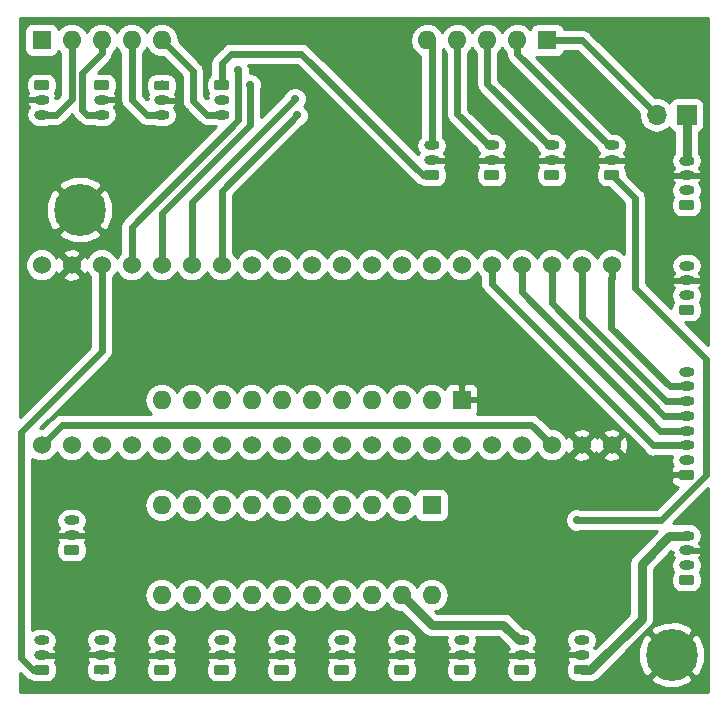
<source format=gbr>
G04 #@! TF.GenerationSoftware,KiCad,Pcbnew,5.0.2*
G04 #@! TF.CreationDate,2019-09-26T16:07:35-03:00*
G04 #@! TF.ProjectId,ControleMix,436f6e74-726f-46c6-954d-69782e6b6963,rev?*
G04 #@! TF.SameCoordinates,Original*
G04 #@! TF.FileFunction,Copper,L2,Bot*
G04 #@! TF.FilePolarity,Positive*
%FSLAX46Y46*%
G04 Gerber Fmt 4.6, Leading zero omitted, Abs format (unit mm)*
G04 Created by KiCad (PCBNEW 5.0.2) date qui 26 set 2019 16:07:35 -03*
%MOMM*%
%LPD*%
G01*
G04 APERTURE LIST*
G04 #@! TA.AperFunction,ComponentPad*
%ADD10R,1.600000X1.600000*%
G04 #@! TD*
G04 #@! TA.AperFunction,ComponentPad*
%ADD11O,1.600000X1.600000*%
G04 #@! TD*
G04 #@! TA.AperFunction,ComponentPad*
%ADD12C,4.400000*%
G04 #@! TD*
G04 #@! TA.AperFunction,ComponentPad*
%ADD13C,1.524000*%
G04 #@! TD*
G04 #@! TA.AperFunction,ComponentPad*
%ADD14R,1.700000X1.700000*%
G04 #@! TD*
G04 #@! TA.AperFunction,ComponentPad*
%ADD15O,1.700000X1.700000*%
G04 #@! TD*
G04 #@! TA.AperFunction,Conductor*
%ADD16C,0.100000*%
G04 #@! TD*
G04 #@! TA.AperFunction,ComponentPad*
%ADD17C,0.800000*%
G04 #@! TD*
G04 #@! TA.AperFunction,ComponentPad*
%ADD18O,1.300000X0.800000*%
G04 #@! TD*
G04 #@! TA.AperFunction,ViaPad*
%ADD19C,0.700000*%
G04 #@! TD*
G04 #@! TA.AperFunction,Conductor*
%ADD20C,0.800000*%
G04 #@! TD*
G04 #@! TA.AperFunction,Conductor*
%ADD21C,0.600000*%
G04 #@! TD*
G04 #@! TA.AperFunction,Conductor*
%ADD22C,0.254000*%
G04 #@! TD*
G04 APERTURE END LIST*
D10*
G04 #@! TO.P,RN4,1*
G04 #@! TO.N,VCC*
X179070000Y-57400000D03*
D11*
G04 #@! TO.P,RN4,2*
G04 #@! TO.N,/OUT1*
X176530000Y-57400000D03*
G04 #@! TO.P,RN4,3*
G04 #@! TO.N,/OUT2*
X173990000Y-57400000D03*
G04 #@! TO.P,RN4,4*
G04 #@! TO.N,/OUT3*
X171450000Y-57400000D03*
G04 #@! TO.P,RN4,5*
G04 #@! TO.N,/OUT4*
X168910000Y-57400000D03*
G04 #@! TD*
D12*
G04 #@! TO.P,REF\002A\002A,1*
G04 #@! TO.N,Earth*
X139500000Y-71750000D03*
G04 #@! TD*
D13*
G04 #@! TO.P,U1,1*
G04 #@! TO.N,+3V3*
X136250000Y-91670000D03*
G04 #@! TO.P,U1,2*
G04 #@! TO.N,Net-(U1-Pad2)*
X138790000Y-91670000D03*
G04 #@! TO.P,U1,3*
G04 #@! TO.N,Net-(U1-Pad3)*
X141330000Y-91670000D03*
G04 #@! TO.P,U1,4*
G04 #@! TO.N,Net-(U1-Pad4)*
X143870000Y-91670000D03*
G04 #@! TO.P,U1,5*
G04 #@! TO.N,/ADC_CH0*
X146410000Y-91670000D03*
G04 #@! TO.P,U1,6*
G04 #@! TO.N,/ADC_CH1*
X148950000Y-91670000D03*
G04 #@! TO.P,U1,7*
G04 #@! TO.N,/ADC_CH2*
X151490000Y-91670000D03*
G04 #@! TO.P,U1,8*
G04 #@! TO.N,/ADC_CH3*
X154030000Y-91670000D03*
G04 #@! TO.P,U1,9*
G04 #@! TO.N,/ADC_CH4*
X156570000Y-91670000D03*
G04 #@! TO.P,U1,10*
G04 #@! TO.N,/ADC_CH5*
X159110000Y-91670000D03*
G04 #@! TO.P,U1,11*
G04 #@! TO.N,/ADC_CH6*
X161650000Y-91670000D03*
G04 #@! TO.P,U1,12*
G04 #@! TO.N,/ADC_CH7*
X164190000Y-91670000D03*
G04 #@! TO.P,U1,13*
G04 #@! TO.N,/ADC_CH8*
X166730000Y-91670000D03*
G04 #@! TO.P,U1,14*
G04 #@! TO.N,/ADC_CH9*
X169270000Y-91670000D03*
G04 #@! TO.P,U1,15*
G04 #@! TO.N,/TX3_SDL2*
X171810000Y-91670000D03*
G04 #@! TO.P,U1,16*
G04 #@! TO.N,/RX3_SDA2*
X174350000Y-91670000D03*
G04 #@! TO.P,U1,17*
G04 #@! TO.N,Net-(U1-Pad17)*
X176890000Y-91670000D03*
G04 #@! TO.P,U1,18*
G04 #@! TO.N,+3V3*
X179430000Y-91670000D03*
G04 #@! TO.P,U1,19*
G04 #@! TO.N,Earth*
X181970000Y-91670000D03*
G04 #@! TO.P,U1,20*
X184510000Y-91670000D03*
G04 #@! TO.P,U1,21*
G04 #@! TO.N,/CH5*
X184510000Y-76430000D03*
G04 #@! TO.P,U1,22*
G04 #@! TO.N,/CH4*
X181970000Y-76430000D03*
G04 #@! TO.P,U1,23*
G04 #@! TO.N,/CH3*
X179430000Y-76430000D03*
G04 #@! TO.P,U1,24*
G04 #@! TO.N,/CH2*
X176890000Y-76430000D03*
G04 #@! TO.P,U1,25*
G04 #@! TO.N,/CH1*
X174350000Y-76430000D03*
G04 #@! TO.P,U1,26*
G04 #@! TO.N,/TX1*
X171810000Y-76430000D03*
G04 #@! TO.P,U1,27*
G04 #@! TO.N,/RX1*
X169270000Y-76430000D03*
G04 #@! TO.P,U1,28*
G04 #@! TO.N,/CANRX_USB-*
X166730000Y-76430000D03*
G04 #@! TO.P,U1,29*
G04 #@! TO.N,/CANTX_USB+*
X164190000Y-76430000D03*
G04 #@! TO.P,U1,30*
G04 #@! TO.N,/CH6*
X161650000Y-76430000D03*
G04 #@! TO.P,U1,31*
G04 #@! TO.N,/PB3*
X159110000Y-76430000D03*
G04 #@! TO.P,U1,32*
G04 #@! TO.N,/PB4*
X156570000Y-76430000D03*
G04 #@! TO.P,U1,33*
G04 #@! TO.N,/PB5*
X154030000Y-76430000D03*
G04 #@! TO.P,U1,34*
G04 #@! TO.N,/PWM_CH1*
X151490000Y-76430000D03*
G04 #@! TO.P,U1,35*
G04 #@! TO.N,/PWM_CH2*
X148950000Y-76430000D03*
G04 #@! TO.P,U1,36*
G04 #@! TO.N,/PWM_CH3*
X146410000Y-76430000D03*
G04 #@! TO.P,U1,37*
G04 #@! TO.N,/PWM_CH4*
X143870000Y-76430000D03*
G04 #@! TO.P,U1,38*
G04 #@! TO.N,+5V*
X141330000Y-76430000D03*
G04 #@! TO.P,U1,39*
G04 #@! TO.N,Earth*
X138790000Y-76430000D03*
G04 #@! TO.P,U1,40*
G04 #@! TO.N,+3V3*
X136250000Y-76430000D03*
G04 #@! TD*
D14*
G04 #@! TO.P,JP1,1*
G04 #@! TO.N,+5V*
X190860000Y-63730000D03*
D15*
G04 #@! TO.P,JP1,2*
G04 #@! TO.N,VCC*
X188320000Y-63730000D03*
G04 #@! TD*
D10*
G04 #@! TO.P,RN1,1*
G04 #@! TO.N,/ADC_CH9*
X169270000Y-96750000D03*
D11*
G04 #@! TO.P,RN1,11*
G04 #@! TO.N,/AI0*
X146410000Y-104370000D03*
G04 #@! TO.P,RN1,2*
G04 #@! TO.N,/ADC_CH8*
X166730000Y-96750000D03*
G04 #@! TO.P,RN1,12*
G04 #@! TO.N,/AI1*
X148950000Y-104370000D03*
G04 #@! TO.P,RN1,3*
G04 #@! TO.N,/ADC_CH7*
X164190000Y-96750000D03*
G04 #@! TO.P,RN1,13*
G04 #@! TO.N,/AI2*
X151490000Y-104370000D03*
G04 #@! TO.P,RN1,4*
G04 #@! TO.N,/ADC_CH6*
X161650000Y-96750000D03*
G04 #@! TO.P,RN1,14*
G04 #@! TO.N,/AI3*
X154030000Y-104370000D03*
G04 #@! TO.P,RN1,5*
G04 #@! TO.N,/ADC_CH5*
X159110000Y-96750000D03*
G04 #@! TO.P,RN1,15*
G04 #@! TO.N,/AI4*
X156570000Y-104370000D03*
G04 #@! TO.P,RN1,6*
G04 #@! TO.N,/ADC_CH4*
X156570000Y-96750000D03*
G04 #@! TO.P,RN1,16*
G04 #@! TO.N,/AI5*
X159110000Y-104370000D03*
G04 #@! TO.P,RN1,7*
G04 #@! TO.N,/ADC_CH3*
X154030000Y-96750000D03*
G04 #@! TO.P,RN1,17*
G04 #@! TO.N,/AI6*
X161650000Y-104370000D03*
G04 #@! TO.P,RN1,8*
G04 #@! TO.N,/ADC_CH2*
X151490000Y-96750000D03*
G04 #@! TO.P,RN1,18*
G04 #@! TO.N,/AI7*
X164190000Y-104370000D03*
G04 #@! TO.P,RN1,9*
G04 #@! TO.N,/ADC_CH1*
X148950000Y-96750000D03*
G04 #@! TO.P,RN1,19*
G04 #@! TO.N,/AI8*
X166730000Y-104370000D03*
G04 #@! TO.P,RN1,10*
G04 #@! TO.N,/ADC_CH0*
X146410000Y-96750000D03*
G04 #@! TO.P,RN1,20*
G04 #@! TO.N,/AI9*
X169270000Y-104370000D03*
G04 #@! TD*
D10*
G04 #@! TO.P,RN2,1*
G04 #@! TO.N,Earth*
X171810000Y-87860000D03*
D11*
G04 #@! TO.P,RN2,2*
G04 #@! TO.N,/ADC_CH9*
X169270000Y-87860000D03*
G04 #@! TO.P,RN2,3*
G04 #@! TO.N,/ADC_CH8*
X166730000Y-87860000D03*
G04 #@! TO.P,RN2,4*
G04 #@! TO.N,/ADC_CH7*
X164190000Y-87860000D03*
G04 #@! TO.P,RN2,5*
G04 #@! TO.N,/ADC_CH6*
X161650000Y-87860000D03*
G04 #@! TO.P,RN2,6*
G04 #@! TO.N,/ADC_CH5*
X159110000Y-87860000D03*
G04 #@! TO.P,RN2,7*
G04 #@! TO.N,/ADC_CH4*
X156570000Y-87860000D03*
G04 #@! TO.P,RN2,8*
G04 #@! TO.N,/ADC_CH3*
X154030000Y-87860000D03*
G04 #@! TO.P,RN2,9*
G04 #@! TO.N,/ADC_CH2*
X151490000Y-87860000D03*
G04 #@! TO.P,RN2,10*
G04 #@! TO.N,/ADC_CH1*
X148950000Y-87860000D03*
G04 #@! TO.P,RN2,11*
G04 #@! TO.N,/ADC_CH0*
X146410000Y-87860000D03*
G04 #@! TD*
D10*
G04 #@! TO.P,RN3,1*
G04 #@! TO.N,VCC*
X136250000Y-57380000D03*
D11*
G04 #@! TO.P,RN3,2*
G04 #@! TO.N,/IN4*
X138790000Y-57380000D03*
G04 #@! TO.P,RN3,3*
G04 #@! TO.N,/IN3*
X141330000Y-57380000D03*
G04 #@! TO.P,RN3,4*
G04 #@! TO.N,/IN2*
X143870000Y-57380000D03*
G04 #@! TO.P,RN3,5*
G04 #@! TO.N,/IN1*
X146410000Y-57380000D03*
G04 #@! TD*
D16*
G04 #@! TO.N,+5V*
G04 #@! TO.C,J1*
G36*
X136719603Y-110320963D02*
X136739018Y-110323843D01*
X136758057Y-110328612D01*
X136776537Y-110335224D01*
X136794279Y-110343616D01*
X136811114Y-110353706D01*
X136826879Y-110365398D01*
X136841421Y-110378579D01*
X136854602Y-110393121D01*
X136866294Y-110408886D01*
X136876384Y-110425721D01*
X136884776Y-110443463D01*
X136891388Y-110461943D01*
X136896157Y-110480982D01*
X136899037Y-110500397D01*
X136900000Y-110520000D01*
X136900000Y-110920000D01*
X136899037Y-110939603D01*
X136896157Y-110959018D01*
X136891388Y-110978057D01*
X136884776Y-110996537D01*
X136876384Y-111014279D01*
X136866294Y-111031114D01*
X136854602Y-111046879D01*
X136841421Y-111061421D01*
X136826879Y-111074602D01*
X136811114Y-111086294D01*
X136794279Y-111096384D01*
X136776537Y-111104776D01*
X136758057Y-111111388D01*
X136739018Y-111116157D01*
X136719603Y-111119037D01*
X136700000Y-111120000D01*
X135800000Y-111120000D01*
X135780397Y-111119037D01*
X135760982Y-111116157D01*
X135741943Y-111111388D01*
X135723463Y-111104776D01*
X135705721Y-111096384D01*
X135688886Y-111086294D01*
X135673121Y-111074602D01*
X135658579Y-111061421D01*
X135645398Y-111046879D01*
X135633706Y-111031114D01*
X135623616Y-111014279D01*
X135615224Y-110996537D01*
X135608612Y-110978057D01*
X135603843Y-110959018D01*
X135600963Y-110939603D01*
X135600000Y-110920000D01*
X135600000Y-110520000D01*
X135600963Y-110500397D01*
X135603843Y-110480982D01*
X135608612Y-110461943D01*
X135615224Y-110443463D01*
X135623616Y-110425721D01*
X135633706Y-110408886D01*
X135645398Y-110393121D01*
X135658579Y-110378579D01*
X135673121Y-110365398D01*
X135688886Y-110353706D01*
X135705721Y-110343616D01*
X135723463Y-110335224D01*
X135741943Y-110328612D01*
X135760982Y-110323843D01*
X135780397Y-110320963D01*
X135800000Y-110320000D01*
X136700000Y-110320000D01*
X136719603Y-110320963D01*
X136719603Y-110320963D01*
G37*
D17*
G04 #@! TD*
G04 #@! TO.P,J1,1*
G04 #@! TO.N,+5V*
X136250000Y-110720000D03*
D18*
G04 #@! TO.P,J1,2*
G04 #@! TO.N,Earth*
X136250000Y-109470000D03*
G04 #@! TO.P,J1,3*
G04 #@! TO.N,/AI0*
X136250000Y-108220000D03*
G04 #@! TD*
G04 #@! TO.P,J3,3*
G04 #@! TO.N,/AI1*
X141330000Y-108200000D03*
G04 #@! TO.P,J3,2*
G04 #@! TO.N,Earth*
X141330000Y-109450000D03*
D16*
G04 #@! TD*
G04 #@! TO.N,+5V*
G04 #@! TO.C,J3*
G36*
X141799603Y-110300963D02*
X141819018Y-110303843D01*
X141838057Y-110308612D01*
X141856537Y-110315224D01*
X141874279Y-110323616D01*
X141891114Y-110333706D01*
X141906879Y-110345398D01*
X141921421Y-110358579D01*
X141934602Y-110373121D01*
X141946294Y-110388886D01*
X141956384Y-110405721D01*
X141964776Y-110423463D01*
X141971388Y-110441943D01*
X141976157Y-110460982D01*
X141979037Y-110480397D01*
X141980000Y-110500000D01*
X141980000Y-110900000D01*
X141979037Y-110919603D01*
X141976157Y-110939018D01*
X141971388Y-110958057D01*
X141964776Y-110976537D01*
X141956384Y-110994279D01*
X141946294Y-111011114D01*
X141934602Y-111026879D01*
X141921421Y-111041421D01*
X141906879Y-111054602D01*
X141891114Y-111066294D01*
X141874279Y-111076384D01*
X141856537Y-111084776D01*
X141838057Y-111091388D01*
X141819018Y-111096157D01*
X141799603Y-111099037D01*
X141780000Y-111100000D01*
X140880000Y-111100000D01*
X140860397Y-111099037D01*
X140840982Y-111096157D01*
X140821943Y-111091388D01*
X140803463Y-111084776D01*
X140785721Y-111076384D01*
X140768886Y-111066294D01*
X140753121Y-111054602D01*
X140738579Y-111041421D01*
X140725398Y-111026879D01*
X140713706Y-111011114D01*
X140703616Y-110994279D01*
X140695224Y-110976537D01*
X140688612Y-110958057D01*
X140683843Y-110939018D01*
X140680963Y-110919603D01*
X140680000Y-110900000D01*
X140680000Y-110500000D01*
X140680963Y-110480397D01*
X140683843Y-110460982D01*
X140688612Y-110441943D01*
X140695224Y-110423463D01*
X140703616Y-110405721D01*
X140713706Y-110388886D01*
X140725398Y-110373121D01*
X140738579Y-110358579D01*
X140753121Y-110345398D01*
X140768886Y-110333706D01*
X140785721Y-110323616D01*
X140803463Y-110315224D01*
X140821943Y-110308612D01*
X140840982Y-110303843D01*
X140860397Y-110300963D01*
X140880000Y-110300000D01*
X141780000Y-110300000D01*
X141799603Y-110300963D01*
X141799603Y-110300963D01*
G37*
D17*
G04 #@! TO.P,J3,1*
G04 #@! TO.N,+5V*
X141330000Y-110700000D03*
G04 #@! TD*
D16*
G04 #@! TO.N,+5V*
G04 #@! TO.C,J5*
G36*
X146879603Y-110320963D02*
X146899018Y-110323843D01*
X146918057Y-110328612D01*
X146936537Y-110335224D01*
X146954279Y-110343616D01*
X146971114Y-110353706D01*
X146986879Y-110365398D01*
X147001421Y-110378579D01*
X147014602Y-110393121D01*
X147026294Y-110408886D01*
X147036384Y-110425721D01*
X147044776Y-110443463D01*
X147051388Y-110461943D01*
X147056157Y-110480982D01*
X147059037Y-110500397D01*
X147060000Y-110520000D01*
X147060000Y-110920000D01*
X147059037Y-110939603D01*
X147056157Y-110959018D01*
X147051388Y-110978057D01*
X147044776Y-110996537D01*
X147036384Y-111014279D01*
X147026294Y-111031114D01*
X147014602Y-111046879D01*
X147001421Y-111061421D01*
X146986879Y-111074602D01*
X146971114Y-111086294D01*
X146954279Y-111096384D01*
X146936537Y-111104776D01*
X146918057Y-111111388D01*
X146899018Y-111116157D01*
X146879603Y-111119037D01*
X146860000Y-111120000D01*
X145960000Y-111120000D01*
X145940397Y-111119037D01*
X145920982Y-111116157D01*
X145901943Y-111111388D01*
X145883463Y-111104776D01*
X145865721Y-111096384D01*
X145848886Y-111086294D01*
X145833121Y-111074602D01*
X145818579Y-111061421D01*
X145805398Y-111046879D01*
X145793706Y-111031114D01*
X145783616Y-111014279D01*
X145775224Y-110996537D01*
X145768612Y-110978057D01*
X145763843Y-110959018D01*
X145760963Y-110939603D01*
X145760000Y-110920000D01*
X145760000Y-110520000D01*
X145760963Y-110500397D01*
X145763843Y-110480982D01*
X145768612Y-110461943D01*
X145775224Y-110443463D01*
X145783616Y-110425721D01*
X145793706Y-110408886D01*
X145805398Y-110393121D01*
X145818579Y-110378579D01*
X145833121Y-110365398D01*
X145848886Y-110353706D01*
X145865721Y-110343616D01*
X145883463Y-110335224D01*
X145901943Y-110328612D01*
X145920982Y-110323843D01*
X145940397Y-110320963D01*
X145960000Y-110320000D01*
X146860000Y-110320000D01*
X146879603Y-110320963D01*
X146879603Y-110320963D01*
G37*
D17*
G04 #@! TD*
G04 #@! TO.P,J5,1*
G04 #@! TO.N,+5V*
X146410000Y-110720000D03*
D18*
G04 #@! TO.P,J5,2*
G04 #@! TO.N,Earth*
X146410000Y-109470000D03*
G04 #@! TO.P,J5,3*
G04 #@! TO.N,/AI2*
X146410000Y-108220000D03*
G04 #@! TD*
G04 #@! TO.P,J7,3*
G04 #@! TO.N,/AI3*
X151490000Y-108220000D03*
G04 #@! TO.P,J7,2*
G04 #@! TO.N,Earth*
X151490000Y-109470000D03*
D16*
G04 #@! TD*
G04 #@! TO.N,+5V*
G04 #@! TO.C,J7*
G36*
X151959603Y-110320963D02*
X151979018Y-110323843D01*
X151998057Y-110328612D01*
X152016537Y-110335224D01*
X152034279Y-110343616D01*
X152051114Y-110353706D01*
X152066879Y-110365398D01*
X152081421Y-110378579D01*
X152094602Y-110393121D01*
X152106294Y-110408886D01*
X152116384Y-110425721D01*
X152124776Y-110443463D01*
X152131388Y-110461943D01*
X152136157Y-110480982D01*
X152139037Y-110500397D01*
X152140000Y-110520000D01*
X152140000Y-110920000D01*
X152139037Y-110939603D01*
X152136157Y-110959018D01*
X152131388Y-110978057D01*
X152124776Y-110996537D01*
X152116384Y-111014279D01*
X152106294Y-111031114D01*
X152094602Y-111046879D01*
X152081421Y-111061421D01*
X152066879Y-111074602D01*
X152051114Y-111086294D01*
X152034279Y-111096384D01*
X152016537Y-111104776D01*
X151998057Y-111111388D01*
X151979018Y-111116157D01*
X151959603Y-111119037D01*
X151940000Y-111120000D01*
X151040000Y-111120000D01*
X151020397Y-111119037D01*
X151000982Y-111116157D01*
X150981943Y-111111388D01*
X150963463Y-111104776D01*
X150945721Y-111096384D01*
X150928886Y-111086294D01*
X150913121Y-111074602D01*
X150898579Y-111061421D01*
X150885398Y-111046879D01*
X150873706Y-111031114D01*
X150863616Y-111014279D01*
X150855224Y-110996537D01*
X150848612Y-110978057D01*
X150843843Y-110959018D01*
X150840963Y-110939603D01*
X150840000Y-110920000D01*
X150840000Y-110520000D01*
X150840963Y-110500397D01*
X150843843Y-110480982D01*
X150848612Y-110461943D01*
X150855224Y-110443463D01*
X150863616Y-110425721D01*
X150873706Y-110408886D01*
X150885398Y-110393121D01*
X150898579Y-110378579D01*
X150913121Y-110365398D01*
X150928886Y-110353706D01*
X150945721Y-110343616D01*
X150963463Y-110335224D01*
X150981943Y-110328612D01*
X151000982Y-110323843D01*
X151020397Y-110320963D01*
X151040000Y-110320000D01*
X151940000Y-110320000D01*
X151959603Y-110320963D01*
X151959603Y-110320963D01*
G37*
D17*
G04 #@! TO.P,J7,1*
G04 #@! TO.N,+5V*
X151490000Y-110720000D03*
G04 #@! TD*
D18*
G04 #@! TO.P,J9,3*
G04 #@! TO.N,/AI4*
X156570000Y-108220000D03*
G04 #@! TO.P,J9,2*
G04 #@! TO.N,Earth*
X156570000Y-109470000D03*
D16*
G04 #@! TD*
G04 #@! TO.N,+5V*
G04 #@! TO.C,J9*
G36*
X157039603Y-110320963D02*
X157059018Y-110323843D01*
X157078057Y-110328612D01*
X157096537Y-110335224D01*
X157114279Y-110343616D01*
X157131114Y-110353706D01*
X157146879Y-110365398D01*
X157161421Y-110378579D01*
X157174602Y-110393121D01*
X157186294Y-110408886D01*
X157196384Y-110425721D01*
X157204776Y-110443463D01*
X157211388Y-110461943D01*
X157216157Y-110480982D01*
X157219037Y-110500397D01*
X157220000Y-110520000D01*
X157220000Y-110920000D01*
X157219037Y-110939603D01*
X157216157Y-110959018D01*
X157211388Y-110978057D01*
X157204776Y-110996537D01*
X157196384Y-111014279D01*
X157186294Y-111031114D01*
X157174602Y-111046879D01*
X157161421Y-111061421D01*
X157146879Y-111074602D01*
X157131114Y-111086294D01*
X157114279Y-111096384D01*
X157096537Y-111104776D01*
X157078057Y-111111388D01*
X157059018Y-111116157D01*
X157039603Y-111119037D01*
X157020000Y-111120000D01*
X156120000Y-111120000D01*
X156100397Y-111119037D01*
X156080982Y-111116157D01*
X156061943Y-111111388D01*
X156043463Y-111104776D01*
X156025721Y-111096384D01*
X156008886Y-111086294D01*
X155993121Y-111074602D01*
X155978579Y-111061421D01*
X155965398Y-111046879D01*
X155953706Y-111031114D01*
X155943616Y-111014279D01*
X155935224Y-110996537D01*
X155928612Y-110978057D01*
X155923843Y-110959018D01*
X155920963Y-110939603D01*
X155920000Y-110920000D01*
X155920000Y-110520000D01*
X155920963Y-110500397D01*
X155923843Y-110480982D01*
X155928612Y-110461943D01*
X155935224Y-110443463D01*
X155943616Y-110425721D01*
X155953706Y-110408886D01*
X155965398Y-110393121D01*
X155978579Y-110378579D01*
X155993121Y-110365398D01*
X156008886Y-110353706D01*
X156025721Y-110343616D01*
X156043463Y-110335224D01*
X156061943Y-110328612D01*
X156080982Y-110323843D01*
X156100397Y-110320963D01*
X156120000Y-110320000D01*
X157020000Y-110320000D01*
X157039603Y-110320963D01*
X157039603Y-110320963D01*
G37*
D17*
G04 #@! TO.P,J9,1*
G04 #@! TO.N,+5V*
X156570000Y-110720000D03*
G04 #@! TD*
D16*
G04 #@! TO.N,+5V*
G04 #@! TO.C,J11*
G36*
X162119603Y-110320963D02*
X162139018Y-110323843D01*
X162158057Y-110328612D01*
X162176537Y-110335224D01*
X162194279Y-110343616D01*
X162211114Y-110353706D01*
X162226879Y-110365398D01*
X162241421Y-110378579D01*
X162254602Y-110393121D01*
X162266294Y-110408886D01*
X162276384Y-110425721D01*
X162284776Y-110443463D01*
X162291388Y-110461943D01*
X162296157Y-110480982D01*
X162299037Y-110500397D01*
X162300000Y-110520000D01*
X162300000Y-110920000D01*
X162299037Y-110939603D01*
X162296157Y-110959018D01*
X162291388Y-110978057D01*
X162284776Y-110996537D01*
X162276384Y-111014279D01*
X162266294Y-111031114D01*
X162254602Y-111046879D01*
X162241421Y-111061421D01*
X162226879Y-111074602D01*
X162211114Y-111086294D01*
X162194279Y-111096384D01*
X162176537Y-111104776D01*
X162158057Y-111111388D01*
X162139018Y-111116157D01*
X162119603Y-111119037D01*
X162100000Y-111120000D01*
X161200000Y-111120000D01*
X161180397Y-111119037D01*
X161160982Y-111116157D01*
X161141943Y-111111388D01*
X161123463Y-111104776D01*
X161105721Y-111096384D01*
X161088886Y-111086294D01*
X161073121Y-111074602D01*
X161058579Y-111061421D01*
X161045398Y-111046879D01*
X161033706Y-111031114D01*
X161023616Y-111014279D01*
X161015224Y-110996537D01*
X161008612Y-110978057D01*
X161003843Y-110959018D01*
X161000963Y-110939603D01*
X161000000Y-110920000D01*
X161000000Y-110520000D01*
X161000963Y-110500397D01*
X161003843Y-110480982D01*
X161008612Y-110461943D01*
X161015224Y-110443463D01*
X161023616Y-110425721D01*
X161033706Y-110408886D01*
X161045398Y-110393121D01*
X161058579Y-110378579D01*
X161073121Y-110365398D01*
X161088886Y-110353706D01*
X161105721Y-110343616D01*
X161123463Y-110335224D01*
X161141943Y-110328612D01*
X161160982Y-110323843D01*
X161180397Y-110320963D01*
X161200000Y-110320000D01*
X162100000Y-110320000D01*
X162119603Y-110320963D01*
X162119603Y-110320963D01*
G37*
D17*
G04 #@! TD*
G04 #@! TO.P,J11,1*
G04 #@! TO.N,+5V*
X161650000Y-110720000D03*
D18*
G04 #@! TO.P,J11,2*
G04 #@! TO.N,Earth*
X161650000Y-109470000D03*
G04 #@! TO.P,J11,3*
G04 #@! TO.N,/AI5*
X161650000Y-108220000D03*
G04 #@! TD*
G04 #@! TO.P,J13,3*
G04 #@! TO.N,/AI6*
X166730000Y-108220000D03*
G04 #@! TO.P,J13,2*
G04 #@! TO.N,Earth*
X166730000Y-109470000D03*
D16*
G04 #@! TD*
G04 #@! TO.N,+5V*
G04 #@! TO.C,J13*
G36*
X167199603Y-110320963D02*
X167219018Y-110323843D01*
X167238057Y-110328612D01*
X167256537Y-110335224D01*
X167274279Y-110343616D01*
X167291114Y-110353706D01*
X167306879Y-110365398D01*
X167321421Y-110378579D01*
X167334602Y-110393121D01*
X167346294Y-110408886D01*
X167356384Y-110425721D01*
X167364776Y-110443463D01*
X167371388Y-110461943D01*
X167376157Y-110480982D01*
X167379037Y-110500397D01*
X167380000Y-110520000D01*
X167380000Y-110920000D01*
X167379037Y-110939603D01*
X167376157Y-110959018D01*
X167371388Y-110978057D01*
X167364776Y-110996537D01*
X167356384Y-111014279D01*
X167346294Y-111031114D01*
X167334602Y-111046879D01*
X167321421Y-111061421D01*
X167306879Y-111074602D01*
X167291114Y-111086294D01*
X167274279Y-111096384D01*
X167256537Y-111104776D01*
X167238057Y-111111388D01*
X167219018Y-111116157D01*
X167199603Y-111119037D01*
X167180000Y-111120000D01*
X166280000Y-111120000D01*
X166260397Y-111119037D01*
X166240982Y-111116157D01*
X166221943Y-111111388D01*
X166203463Y-111104776D01*
X166185721Y-111096384D01*
X166168886Y-111086294D01*
X166153121Y-111074602D01*
X166138579Y-111061421D01*
X166125398Y-111046879D01*
X166113706Y-111031114D01*
X166103616Y-111014279D01*
X166095224Y-110996537D01*
X166088612Y-110978057D01*
X166083843Y-110959018D01*
X166080963Y-110939603D01*
X166080000Y-110920000D01*
X166080000Y-110520000D01*
X166080963Y-110500397D01*
X166083843Y-110480982D01*
X166088612Y-110461943D01*
X166095224Y-110443463D01*
X166103616Y-110425721D01*
X166113706Y-110408886D01*
X166125398Y-110393121D01*
X166138579Y-110378579D01*
X166153121Y-110365398D01*
X166168886Y-110353706D01*
X166185721Y-110343616D01*
X166203463Y-110335224D01*
X166221943Y-110328612D01*
X166240982Y-110323843D01*
X166260397Y-110320963D01*
X166280000Y-110320000D01*
X167180000Y-110320000D01*
X167199603Y-110320963D01*
X167199603Y-110320963D01*
G37*
D17*
G04 #@! TO.P,J13,1*
G04 #@! TO.N,+5V*
X166730000Y-110720000D03*
G04 #@! TD*
D16*
G04 #@! TO.N,+5V*
G04 #@! TO.C,J15*
G36*
X172279603Y-110320963D02*
X172299018Y-110323843D01*
X172318057Y-110328612D01*
X172336537Y-110335224D01*
X172354279Y-110343616D01*
X172371114Y-110353706D01*
X172386879Y-110365398D01*
X172401421Y-110378579D01*
X172414602Y-110393121D01*
X172426294Y-110408886D01*
X172436384Y-110425721D01*
X172444776Y-110443463D01*
X172451388Y-110461943D01*
X172456157Y-110480982D01*
X172459037Y-110500397D01*
X172460000Y-110520000D01*
X172460000Y-110920000D01*
X172459037Y-110939603D01*
X172456157Y-110959018D01*
X172451388Y-110978057D01*
X172444776Y-110996537D01*
X172436384Y-111014279D01*
X172426294Y-111031114D01*
X172414602Y-111046879D01*
X172401421Y-111061421D01*
X172386879Y-111074602D01*
X172371114Y-111086294D01*
X172354279Y-111096384D01*
X172336537Y-111104776D01*
X172318057Y-111111388D01*
X172299018Y-111116157D01*
X172279603Y-111119037D01*
X172260000Y-111120000D01*
X171360000Y-111120000D01*
X171340397Y-111119037D01*
X171320982Y-111116157D01*
X171301943Y-111111388D01*
X171283463Y-111104776D01*
X171265721Y-111096384D01*
X171248886Y-111086294D01*
X171233121Y-111074602D01*
X171218579Y-111061421D01*
X171205398Y-111046879D01*
X171193706Y-111031114D01*
X171183616Y-111014279D01*
X171175224Y-110996537D01*
X171168612Y-110978057D01*
X171163843Y-110959018D01*
X171160963Y-110939603D01*
X171160000Y-110920000D01*
X171160000Y-110520000D01*
X171160963Y-110500397D01*
X171163843Y-110480982D01*
X171168612Y-110461943D01*
X171175224Y-110443463D01*
X171183616Y-110425721D01*
X171193706Y-110408886D01*
X171205398Y-110393121D01*
X171218579Y-110378579D01*
X171233121Y-110365398D01*
X171248886Y-110353706D01*
X171265721Y-110343616D01*
X171283463Y-110335224D01*
X171301943Y-110328612D01*
X171320982Y-110323843D01*
X171340397Y-110320963D01*
X171360000Y-110320000D01*
X172260000Y-110320000D01*
X172279603Y-110320963D01*
X172279603Y-110320963D01*
G37*
D17*
G04 #@! TD*
G04 #@! TO.P,J15,1*
G04 #@! TO.N,+5V*
X171810000Y-110720000D03*
D18*
G04 #@! TO.P,J15,2*
G04 #@! TO.N,Earth*
X171810000Y-109470000D03*
G04 #@! TO.P,J15,3*
G04 #@! TO.N,/AI7*
X171810000Y-108220000D03*
G04 #@! TD*
G04 #@! TO.P,J17,3*
G04 #@! TO.N,/AI8*
X176890000Y-108220000D03*
G04 #@! TO.P,J17,2*
G04 #@! TO.N,Earth*
X176890000Y-109470000D03*
D16*
G04 #@! TD*
G04 #@! TO.N,+5V*
G04 #@! TO.C,J17*
G36*
X177359603Y-110320963D02*
X177379018Y-110323843D01*
X177398057Y-110328612D01*
X177416537Y-110335224D01*
X177434279Y-110343616D01*
X177451114Y-110353706D01*
X177466879Y-110365398D01*
X177481421Y-110378579D01*
X177494602Y-110393121D01*
X177506294Y-110408886D01*
X177516384Y-110425721D01*
X177524776Y-110443463D01*
X177531388Y-110461943D01*
X177536157Y-110480982D01*
X177539037Y-110500397D01*
X177540000Y-110520000D01*
X177540000Y-110920000D01*
X177539037Y-110939603D01*
X177536157Y-110959018D01*
X177531388Y-110978057D01*
X177524776Y-110996537D01*
X177516384Y-111014279D01*
X177506294Y-111031114D01*
X177494602Y-111046879D01*
X177481421Y-111061421D01*
X177466879Y-111074602D01*
X177451114Y-111086294D01*
X177434279Y-111096384D01*
X177416537Y-111104776D01*
X177398057Y-111111388D01*
X177379018Y-111116157D01*
X177359603Y-111119037D01*
X177340000Y-111120000D01*
X176440000Y-111120000D01*
X176420397Y-111119037D01*
X176400982Y-111116157D01*
X176381943Y-111111388D01*
X176363463Y-111104776D01*
X176345721Y-111096384D01*
X176328886Y-111086294D01*
X176313121Y-111074602D01*
X176298579Y-111061421D01*
X176285398Y-111046879D01*
X176273706Y-111031114D01*
X176263616Y-111014279D01*
X176255224Y-110996537D01*
X176248612Y-110978057D01*
X176243843Y-110959018D01*
X176240963Y-110939603D01*
X176240000Y-110920000D01*
X176240000Y-110520000D01*
X176240963Y-110500397D01*
X176243843Y-110480982D01*
X176248612Y-110461943D01*
X176255224Y-110443463D01*
X176263616Y-110425721D01*
X176273706Y-110408886D01*
X176285398Y-110393121D01*
X176298579Y-110378579D01*
X176313121Y-110365398D01*
X176328886Y-110353706D01*
X176345721Y-110343616D01*
X176363463Y-110335224D01*
X176381943Y-110328612D01*
X176400982Y-110323843D01*
X176420397Y-110320963D01*
X176440000Y-110320000D01*
X177340000Y-110320000D01*
X177359603Y-110320963D01*
X177359603Y-110320963D01*
G37*
D17*
G04 #@! TO.P,J17,1*
G04 #@! TO.N,+5V*
X176890000Y-110720000D03*
G04 #@! TD*
D16*
G04 #@! TO.N,+5V*
G04 #@! TO.C,J18*
G36*
X182439603Y-110300963D02*
X182459018Y-110303843D01*
X182478057Y-110308612D01*
X182496537Y-110315224D01*
X182514279Y-110323616D01*
X182531114Y-110333706D01*
X182546879Y-110345398D01*
X182561421Y-110358579D01*
X182574602Y-110373121D01*
X182586294Y-110388886D01*
X182596384Y-110405721D01*
X182604776Y-110423463D01*
X182611388Y-110441943D01*
X182616157Y-110460982D01*
X182619037Y-110480397D01*
X182620000Y-110500000D01*
X182620000Y-110900000D01*
X182619037Y-110919603D01*
X182616157Y-110939018D01*
X182611388Y-110958057D01*
X182604776Y-110976537D01*
X182596384Y-110994279D01*
X182586294Y-111011114D01*
X182574602Y-111026879D01*
X182561421Y-111041421D01*
X182546879Y-111054602D01*
X182531114Y-111066294D01*
X182514279Y-111076384D01*
X182496537Y-111084776D01*
X182478057Y-111091388D01*
X182459018Y-111096157D01*
X182439603Y-111099037D01*
X182420000Y-111100000D01*
X181520000Y-111100000D01*
X181500397Y-111099037D01*
X181480982Y-111096157D01*
X181461943Y-111091388D01*
X181443463Y-111084776D01*
X181425721Y-111076384D01*
X181408886Y-111066294D01*
X181393121Y-111054602D01*
X181378579Y-111041421D01*
X181365398Y-111026879D01*
X181353706Y-111011114D01*
X181343616Y-110994279D01*
X181335224Y-110976537D01*
X181328612Y-110958057D01*
X181323843Y-110939018D01*
X181320963Y-110919603D01*
X181320000Y-110900000D01*
X181320000Y-110500000D01*
X181320963Y-110480397D01*
X181323843Y-110460982D01*
X181328612Y-110441943D01*
X181335224Y-110423463D01*
X181343616Y-110405721D01*
X181353706Y-110388886D01*
X181365398Y-110373121D01*
X181378579Y-110358579D01*
X181393121Y-110345398D01*
X181408886Y-110333706D01*
X181425721Y-110323616D01*
X181443463Y-110315224D01*
X181461943Y-110308612D01*
X181480982Y-110303843D01*
X181500397Y-110300963D01*
X181520000Y-110300000D01*
X182420000Y-110300000D01*
X182439603Y-110300963D01*
X182439603Y-110300963D01*
G37*
D17*
G04 #@! TD*
G04 #@! TO.P,J18,1*
G04 #@! TO.N,+5V*
X181970000Y-110700000D03*
D18*
G04 #@! TO.P,J18,2*
G04 #@! TO.N,Earth*
X181970000Y-109450000D03*
G04 #@! TO.P,J18,3*
G04 #@! TO.N,/AI9*
X181970000Y-108200000D03*
G04 #@! TD*
D16*
G04 #@! TO.N,Earth*
G04 #@! TO.C,J19*
G36*
X191329603Y-93810963D02*
X191349018Y-93813843D01*
X191368057Y-93818612D01*
X191386537Y-93825224D01*
X191404279Y-93833616D01*
X191421114Y-93843706D01*
X191436879Y-93855398D01*
X191451421Y-93868579D01*
X191464602Y-93883121D01*
X191476294Y-93898886D01*
X191486384Y-93915721D01*
X191494776Y-93933463D01*
X191501388Y-93951943D01*
X191506157Y-93970982D01*
X191509037Y-93990397D01*
X191510000Y-94010000D01*
X191510000Y-94410000D01*
X191509037Y-94429603D01*
X191506157Y-94449018D01*
X191501388Y-94468057D01*
X191494776Y-94486537D01*
X191486384Y-94504279D01*
X191476294Y-94521114D01*
X191464602Y-94536879D01*
X191451421Y-94551421D01*
X191436879Y-94564602D01*
X191421114Y-94576294D01*
X191404279Y-94586384D01*
X191386537Y-94594776D01*
X191368057Y-94601388D01*
X191349018Y-94606157D01*
X191329603Y-94609037D01*
X191310000Y-94610000D01*
X190410000Y-94610000D01*
X190390397Y-94609037D01*
X190370982Y-94606157D01*
X190351943Y-94601388D01*
X190333463Y-94594776D01*
X190315721Y-94586384D01*
X190298886Y-94576294D01*
X190283121Y-94564602D01*
X190268579Y-94551421D01*
X190255398Y-94536879D01*
X190243706Y-94521114D01*
X190233616Y-94504279D01*
X190225224Y-94486537D01*
X190218612Y-94468057D01*
X190213843Y-94449018D01*
X190210963Y-94429603D01*
X190210000Y-94410000D01*
X190210000Y-94010000D01*
X190210963Y-93990397D01*
X190213843Y-93970982D01*
X190218612Y-93951943D01*
X190225224Y-93933463D01*
X190233616Y-93915721D01*
X190243706Y-93898886D01*
X190255398Y-93883121D01*
X190268579Y-93868579D01*
X190283121Y-93855398D01*
X190298886Y-93843706D01*
X190315721Y-93833616D01*
X190333463Y-93825224D01*
X190351943Y-93818612D01*
X190370982Y-93813843D01*
X190390397Y-93810963D01*
X190410000Y-93810000D01*
X191310000Y-93810000D01*
X191329603Y-93810963D01*
X191329603Y-93810963D01*
G37*
D17*
G04 #@! TD*
G04 #@! TO.P,J19,1*
G04 #@! TO.N,Earth*
X190860000Y-94210000D03*
D18*
G04 #@! TO.P,J19,2*
G04 #@! TO.N,+5V*
X190860000Y-92960000D03*
G04 #@! TO.P,J19,3*
G04 #@! TO.N,/CH1*
X190860000Y-91710000D03*
G04 #@! TO.P,J19,4*
G04 #@! TO.N,/CH2*
X190860000Y-90460000D03*
G04 #@! TO.P,J19,5*
G04 #@! TO.N,/CH3*
X190860000Y-89210000D03*
G04 #@! TO.P,J19,6*
G04 #@! TO.N,/CH4*
X190860000Y-87960000D03*
G04 #@! TO.P,J19,7*
G04 #@! TO.N,/CH5*
X190860000Y-86710000D03*
G04 #@! TO.P,J19,8*
G04 #@! TO.N,/CH6*
X190860000Y-85460000D03*
G04 #@! TD*
D16*
G04 #@! TO.N,/TX1*
G04 #@! TO.C,J20*
G36*
X191329603Y-70950963D02*
X191349018Y-70953843D01*
X191368057Y-70958612D01*
X191386537Y-70965224D01*
X191404279Y-70973616D01*
X191421114Y-70983706D01*
X191436879Y-70995398D01*
X191451421Y-71008579D01*
X191464602Y-71023121D01*
X191476294Y-71038886D01*
X191486384Y-71055721D01*
X191494776Y-71073463D01*
X191501388Y-71091943D01*
X191506157Y-71110982D01*
X191509037Y-71130397D01*
X191510000Y-71150000D01*
X191510000Y-71550000D01*
X191509037Y-71569603D01*
X191506157Y-71589018D01*
X191501388Y-71608057D01*
X191494776Y-71626537D01*
X191486384Y-71644279D01*
X191476294Y-71661114D01*
X191464602Y-71676879D01*
X191451421Y-71691421D01*
X191436879Y-71704602D01*
X191421114Y-71716294D01*
X191404279Y-71726384D01*
X191386537Y-71734776D01*
X191368057Y-71741388D01*
X191349018Y-71746157D01*
X191329603Y-71749037D01*
X191310000Y-71750000D01*
X190410000Y-71750000D01*
X190390397Y-71749037D01*
X190370982Y-71746157D01*
X190351943Y-71741388D01*
X190333463Y-71734776D01*
X190315721Y-71726384D01*
X190298886Y-71716294D01*
X190283121Y-71704602D01*
X190268579Y-71691421D01*
X190255398Y-71676879D01*
X190243706Y-71661114D01*
X190233616Y-71644279D01*
X190225224Y-71626537D01*
X190218612Y-71608057D01*
X190213843Y-71589018D01*
X190210963Y-71569603D01*
X190210000Y-71550000D01*
X190210000Y-71150000D01*
X190210963Y-71130397D01*
X190213843Y-71110982D01*
X190218612Y-71091943D01*
X190225224Y-71073463D01*
X190233616Y-71055721D01*
X190243706Y-71038886D01*
X190255398Y-71023121D01*
X190268579Y-71008579D01*
X190283121Y-70995398D01*
X190298886Y-70983706D01*
X190315721Y-70973616D01*
X190333463Y-70965224D01*
X190351943Y-70958612D01*
X190370982Y-70953843D01*
X190390397Y-70950963D01*
X190410000Y-70950000D01*
X191310000Y-70950000D01*
X191329603Y-70950963D01*
X191329603Y-70950963D01*
G37*
D17*
G04 #@! TD*
G04 #@! TO.P,J20,1*
G04 #@! TO.N,/TX1*
X190860000Y-71350000D03*
D18*
G04 #@! TO.P,J20,2*
G04 #@! TO.N,/RX1*
X190860000Y-70100000D03*
G04 #@! TO.P,J20,3*
G04 #@! TO.N,Earth*
X190860000Y-68850000D03*
G04 #@! TO.P,J20,4*
G04 #@! TO.N,+5V*
X190860000Y-67600000D03*
G04 #@! TD*
G04 #@! TO.P,J21,4*
G04 #@! TO.N,+5V*
X190860000Y-99350000D03*
G04 #@! TO.P,J21,3*
G04 #@! TO.N,Earth*
X190860000Y-100600000D03*
G04 #@! TO.P,J21,2*
G04 #@! TO.N,/RX3_SDA2*
X190860000Y-101850000D03*
D16*
G04 #@! TD*
G04 #@! TO.N,/TX3_SDL2*
G04 #@! TO.C,J21*
G36*
X191329603Y-102700963D02*
X191349018Y-102703843D01*
X191368057Y-102708612D01*
X191386537Y-102715224D01*
X191404279Y-102723616D01*
X191421114Y-102733706D01*
X191436879Y-102745398D01*
X191451421Y-102758579D01*
X191464602Y-102773121D01*
X191476294Y-102788886D01*
X191486384Y-102805721D01*
X191494776Y-102823463D01*
X191501388Y-102841943D01*
X191506157Y-102860982D01*
X191509037Y-102880397D01*
X191510000Y-102900000D01*
X191510000Y-103300000D01*
X191509037Y-103319603D01*
X191506157Y-103339018D01*
X191501388Y-103358057D01*
X191494776Y-103376537D01*
X191486384Y-103394279D01*
X191476294Y-103411114D01*
X191464602Y-103426879D01*
X191451421Y-103441421D01*
X191436879Y-103454602D01*
X191421114Y-103466294D01*
X191404279Y-103476384D01*
X191386537Y-103484776D01*
X191368057Y-103491388D01*
X191349018Y-103496157D01*
X191329603Y-103499037D01*
X191310000Y-103500000D01*
X190410000Y-103500000D01*
X190390397Y-103499037D01*
X190370982Y-103496157D01*
X190351943Y-103491388D01*
X190333463Y-103484776D01*
X190315721Y-103476384D01*
X190298886Y-103466294D01*
X190283121Y-103454602D01*
X190268579Y-103441421D01*
X190255398Y-103426879D01*
X190243706Y-103411114D01*
X190233616Y-103394279D01*
X190225224Y-103376537D01*
X190218612Y-103358057D01*
X190213843Y-103339018D01*
X190210963Y-103319603D01*
X190210000Y-103300000D01*
X190210000Y-102900000D01*
X190210963Y-102880397D01*
X190213843Y-102860982D01*
X190218612Y-102841943D01*
X190225224Y-102823463D01*
X190233616Y-102805721D01*
X190243706Y-102788886D01*
X190255398Y-102773121D01*
X190268579Y-102758579D01*
X190283121Y-102745398D01*
X190298886Y-102733706D01*
X190315721Y-102723616D01*
X190333463Y-102715224D01*
X190351943Y-102708612D01*
X190370982Y-102703843D01*
X190390397Y-102700963D01*
X190410000Y-102700000D01*
X191310000Y-102700000D01*
X191329603Y-102700963D01*
X191329603Y-102700963D01*
G37*
D17*
G04 #@! TO.P,J21,1*
G04 #@! TO.N,/TX3_SDL2*
X190860000Y-103100000D03*
G04 #@! TD*
D16*
G04 #@! TO.N,/CANTX_USB+*
G04 #@! TO.C,J22*
G36*
X191329603Y-79840963D02*
X191349018Y-79843843D01*
X191368057Y-79848612D01*
X191386537Y-79855224D01*
X191404279Y-79863616D01*
X191421114Y-79873706D01*
X191436879Y-79885398D01*
X191451421Y-79898579D01*
X191464602Y-79913121D01*
X191476294Y-79928886D01*
X191486384Y-79945721D01*
X191494776Y-79963463D01*
X191501388Y-79981943D01*
X191506157Y-80000982D01*
X191509037Y-80020397D01*
X191510000Y-80040000D01*
X191510000Y-80440000D01*
X191509037Y-80459603D01*
X191506157Y-80479018D01*
X191501388Y-80498057D01*
X191494776Y-80516537D01*
X191486384Y-80534279D01*
X191476294Y-80551114D01*
X191464602Y-80566879D01*
X191451421Y-80581421D01*
X191436879Y-80594602D01*
X191421114Y-80606294D01*
X191404279Y-80616384D01*
X191386537Y-80624776D01*
X191368057Y-80631388D01*
X191349018Y-80636157D01*
X191329603Y-80639037D01*
X191310000Y-80640000D01*
X190410000Y-80640000D01*
X190390397Y-80639037D01*
X190370982Y-80636157D01*
X190351943Y-80631388D01*
X190333463Y-80624776D01*
X190315721Y-80616384D01*
X190298886Y-80606294D01*
X190283121Y-80594602D01*
X190268579Y-80581421D01*
X190255398Y-80566879D01*
X190243706Y-80551114D01*
X190233616Y-80534279D01*
X190225224Y-80516537D01*
X190218612Y-80498057D01*
X190213843Y-80479018D01*
X190210963Y-80459603D01*
X190210000Y-80440000D01*
X190210000Y-80040000D01*
X190210963Y-80020397D01*
X190213843Y-80000982D01*
X190218612Y-79981943D01*
X190225224Y-79963463D01*
X190233616Y-79945721D01*
X190243706Y-79928886D01*
X190255398Y-79913121D01*
X190268579Y-79898579D01*
X190283121Y-79885398D01*
X190298886Y-79873706D01*
X190315721Y-79863616D01*
X190333463Y-79855224D01*
X190351943Y-79848612D01*
X190370982Y-79843843D01*
X190390397Y-79840963D01*
X190410000Y-79840000D01*
X191310000Y-79840000D01*
X191329603Y-79840963D01*
X191329603Y-79840963D01*
G37*
D17*
G04 #@! TD*
G04 #@! TO.P,J22,1*
G04 #@! TO.N,/CANTX_USB+*
X190860000Y-80240000D03*
D18*
G04 #@! TO.P,J22,2*
G04 #@! TO.N,/CANRX_USB-*
X190860000Y-78990000D03*
G04 #@! TO.P,J22,3*
G04 #@! TO.N,Earth*
X190860000Y-77740000D03*
G04 #@! TO.P,J22,4*
G04 #@! TO.N,+5V*
X190860000Y-76490000D03*
G04 #@! TD*
G04 #@! TO.P,J2,3*
G04 #@! TO.N,/IN1*
X151490000Y-63690000D03*
G04 #@! TO.P,J2,2*
G04 #@! TO.N,Earth*
X151490000Y-62440000D03*
D16*
G04 #@! TD*
G04 #@! TO.N,VCC*
G04 #@! TO.C,J2*
G36*
X151959603Y-60790963D02*
X151979018Y-60793843D01*
X151998057Y-60798612D01*
X152016537Y-60805224D01*
X152034279Y-60813616D01*
X152051114Y-60823706D01*
X152066879Y-60835398D01*
X152081421Y-60848579D01*
X152094602Y-60863121D01*
X152106294Y-60878886D01*
X152116384Y-60895721D01*
X152124776Y-60913463D01*
X152131388Y-60931943D01*
X152136157Y-60950982D01*
X152139037Y-60970397D01*
X152140000Y-60990000D01*
X152140000Y-61390000D01*
X152139037Y-61409603D01*
X152136157Y-61429018D01*
X152131388Y-61448057D01*
X152124776Y-61466537D01*
X152116384Y-61484279D01*
X152106294Y-61501114D01*
X152094602Y-61516879D01*
X152081421Y-61531421D01*
X152066879Y-61544602D01*
X152051114Y-61556294D01*
X152034279Y-61566384D01*
X152016537Y-61574776D01*
X151998057Y-61581388D01*
X151979018Y-61586157D01*
X151959603Y-61589037D01*
X151940000Y-61590000D01*
X151040000Y-61590000D01*
X151020397Y-61589037D01*
X151000982Y-61586157D01*
X150981943Y-61581388D01*
X150963463Y-61574776D01*
X150945721Y-61566384D01*
X150928886Y-61556294D01*
X150913121Y-61544602D01*
X150898579Y-61531421D01*
X150885398Y-61516879D01*
X150873706Y-61501114D01*
X150863616Y-61484279D01*
X150855224Y-61466537D01*
X150848612Y-61448057D01*
X150843843Y-61429018D01*
X150840963Y-61409603D01*
X150840000Y-61390000D01*
X150840000Y-60990000D01*
X150840963Y-60970397D01*
X150843843Y-60950982D01*
X150848612Y-60931943D01*
X150855224Y-60913463D01*
X150863616Y-60895721D01*
X150873706Y-60878886D01*
X150885398Y-60863121D01*
X150898579Y-60848579D01*
X150913121Y-60835398D01*
X150928886Y-60823706D01*
X150945721Y-60813616D01*
X150963463Y-60805224D01*
X150981943Y-60798612D01*
X151000982Y-60793843D01*
X151020397Y-60790963D01*
X151040000Y-60790000D01*
X151940000Y-60790000D01*
X151959603Y-60790963D01*
X151959603Y-60790963D01*
G37*
D17*
G04 #@! TO.P,J2,1*
G04 #@! TO.N,VCC*
X151490000Y-61190000D03*
G04 #@! TD*
D16*
G04 #@! TO.N,VCC*
G04 #@! TO.C,J4*
G36*
X146879603Y-60830963D02*
X146899018Y-60833843D01*
X146918057Y-60838612D01*
X146936537Y-60845224D01*
X146954279Y-60853616D01*
X146971114Y-60863706D01*
X146986879Y-60875398D01*
X147001421Y-60888579D01*
X147014602Y-60903121D01*
X147026294Y-60918886D01*
X147036384Y-60935721D01*
X147044776Y-60953463D01*
X147051388Y-60971943D01*
X147056157Y-60990982D01*
X147059037Y-61010397D01*
X147060000Y-61030000D01*
X147060000Y-61430000D01*
X147059037Y-61449603D01*
X147056157Y-61469018D01*
X147051388Y-61488057D01*
X147044776Y-61506537D01*
X147036384Y-61524279D01*
X147026294Y-61541114D01*
X147014602Y-61556879D01*
X147001421Y-61571421D01*
X146986879Y-61584602D01*
X146971114Y-61596294D01*
X146954279Y-61606384D01*
X146936537Y-61614776D01*
X146918057Y-61621388D01*
X146899018Y-61626157D01*
X146879603Y-61629037D01*
X146860000Y-61630000D01*
X145960000Y-61630000D01*
X145940397Y-61629037D01*
X145920982Y-61626157D01*
X145901943Y-61621388D01*
X145883463Y-61614776D01*
X145865721Y-61606384D01*
X145848886Y-61596294D01*
X145833121Y-61584602D01*
X145818579Y-61571421D01*
X145805398Y-61556879D01*
X145793706Y-61541114D01*
X145783616Y-61524279D01*
X145775224Y-61506537D01*
X145768612Y-61488057D01*
X145763843Y-61469018D01*
X145760963Y-61449603D01*
X145760000Y-61430000D01*
X145760000Y-61030000D01*
X145760963Y-61010397D01*
X145763843Y-60990982D01*
X145768612Y-60971943D01*
X145775224Y-60953463D01*
X145783616Y-60935721D01*
X145793706Y-60918886D01*
X145805398Y-60903121D01*
X145818579Y-60888579D01*
X145833121Y-60875398D01*
X145848886Y-60863706D01*
X145865721Y-60853616D01*
X145883463Y-60845224D01*
X145901943Y-60838612D01*
X145920982Y-60833843D01*
X145940397Y-60830963D01*
X145960000Y-60830000D01*
X146860000Y-60830000D01*
X146879603Y-60830963D01*
X146879603Y-60830963D01*
G37*
D17*
G04 #@! TD*
G04 #@! TO.P,J4,1*
G04 #@! TO.N,VCC*
X146410000Y-61230000D03*
D18*
G04 #@! TO.P,J4,2*
G04 #@! TO.N,Earth*
X146410000Y-62480000D03*
G04 #@! TO.P,J4,3*
G04 #@! TO.N,/IN2*
X146410000Y-63730000D03*
G04 #@! TD*
G04 #@! TO.P,J6,3*
G04 #@! TO.N,/IN3*
X141330000Y-63690000D03*
G04 #@! TO.P,J6,2*
G04 #@! TO.N,Earth*
X141330000Y-62440000D03*
D16*
G04 #@! TD*
G04 #@! TO.N,VCC*
G04 #@! TO.C,J6*
G36*
X141799603Y-60790963D02*
X141819018Y-60793843D01*
X141838057Y-60798612D01*
X141856537Y-60805224D01*
X141874279Y-60813616D01*
X141891114Y-60823706D01*
X141906879Y-60835398D01*
X141921421Y-60848579D01*
X141934602Y-60863121D01*
X141946294Y-60878886D01*
X141956384Y-60895721D01*
X141964776Y-60913463D01*
X141971388Y-60931943D01*
X141976157Y-60950982D01*
X141979037Y-60970397D01*
X141980000Y-60990000D01*
X141980000Y-61390000D01*
X141979037Y-61409603D01*
X141976157Y-61429018D01*
X141971388Y-61448057D01*
X141964776Y-61466537D01*
X141956384Y-61484279D01*
X141946294Y-61501114D01*
X141934602Y-61516879D01*
X141921421Y-61531421D01*
X141906879Y-61544602D01*
X141891114Y-61556294D01*
X141874279Y-61566384D01*
X141856537Y-61574776D01*
X141838057Y-61581388D01*
X141819018Y-61586157D01*
X141799603Y-61589037D01*
X141780000Y-61590000D01*
X140880000Y-61590000D01*
X140860397Y-61589037D01*
X140840982Y-61586157D01*
X140821943Y-61581388D01*
X140803463Y-61574776D01*
X140785721Y-61566384D01*
X140768886Y-61556294D01*
X140753121Y-61544602D01*
X140738579Y-61531421D01*
X140725398Y-61516879D01*
X140713706Y-61501114D01*
X140703616Y-61484279D01*
X140695224Y-61466537D01*
X140688612Y-61448057D01*
X140683843Y-61429018D01*
X140680963Y-61409603D01*
X140680000Y-61390000D01*
X140680000Y-60990000D01*
X140680963Y-60970397D01*
X140683843Y-60950982D01*
X140688612Y-60931943D01*
X140695224Y-60913463D01*
X140703616Y-60895721D01*
X140713706Y-60878886D01*
X140725398Y-60863121D01*
X140738579Y-60848579D01*
X140753121Y-60835398D01*
X140768886Y-60823706D01*
X140785721Y-60813616D01*
X140803463Y-60805224D01*
X140821943Y-60798612D01*
X140840982Y-60793843D01*
X140860397Y-60790963D01*
X140880000Y-60790000D01*
X141780000Y-60790000D01*
X141799603Y-60790963D01*
X141799603Y-60790963D01*
G37*
D17*
G04 #@! TO.P,J6,1*
G04 #@! TO.N,VCC*
X141330000Y-61190000D03*
G04 #@! TD*
D16*
G04 #@! TO.N,VCC*
G04 #@! TO.C,J8*
G36*
X136719603Y-60790963D02*
X136739018Y-60793843D01*
X136758057Y-60798612D01*
X136776537Y-60805224D01*
X136794279Y-60813616D01*
X136811114Y-60823706D01*
X136826879Y-60835398D01*
X136841421Y-60848579D01*
X136854602Y-60863121D01*
X136866294Y-60878886D01*
X136876384Y-60895721D01*
X136884776Y-60913463D01*
X136891388Y-60931943D01*
X136896157Y-60950982D01*
X136899037Y-60970397D01*
X136900000Y-60990000D01*
X136900000Y-61390000D01*
X136899037Y-61409603D01*
X136896157Y-61429018D01*
X136891388Y-61448057D01*
X136884776Y-61466537D01*
X136876384Y-61484279D01*
X136866294Y-61501114D01*
X136854602Y-61516879D01*
X136841421Y-61531421D01*
X136826879Y-61544602D01*
X136811114Y-61556294D01*
X136794279Y-61566384D01*
X136776537Y-61574776D01*
X136758057Y-61581388D01*
X136739018Y-61586157D01*
X136719603Y-61589037D01*
X136700000Y-61590000D01*
X135800000Y-61590000D01*
X135780397Y-61589037D01*
X135760982Y-61586157D01*
X135741943Y-61581388D01*
X135723463Y-61574776D01*
X135705721Y-61566384D01*
X135688886Y-61556294D01*
X135673121Y-61544602D01*
X135658579Y-61531421D01*
X135645398Y-61516879D01*
X135633706Y-61501114D01*
X135623616Y-61484279D01*
X135615224Y-61466537D01*
X135608612Y-61448057D01*
X135603843Y-61429018D01*
X135600963Y-61409603D01*
X135600000Y-61390000D01*
X135600000Y-60990000D01*
X135600963Y-60970397D01*
X135603843Y-60950982D01*
X135608612Y-60931943D01*
X135615224Y-60913463D01*
X135623616Y-60895721D01*
X135633706Y-60878886D01*
X135645398Y-60863121D01*
X135658579Y-60848579D01*
X135673121Y-60835398D01*
X135688886Y-60823706D01*
X135705721Y-60813616D01*
X135723463Y-60805224D01*
X135741943Y-60798612D01*
X135760982Y-60793843D01*
X135780397Y-60790963D01*
X135800000Y-60790000D01*
X136700000Y-60790000D01*
X136719603Y-60790963D01*
X136719603Y-60790963D01*
G37*
D17*
G04 #@! TD*
G04 #@! TO.P,J8,1*
G04 #@! TO.N,VCC*
X136250000Y-61190000D03*
D18*
G04 #@! TO.P,J8,2*
G04 #@! TO.N,Earth*
X136250000Y-62440000D03*
G04 #@! TO.P,J8,3*
G04 #@! TO.N,/IN4*
X136250000Y-63690000D03*
G04 #@! TD*
D16*
G04 #@! TO.N,VCC*
G04 #@! TO.C,J10*
G36*
X184979603Y-68410963D02*
X184999018Y-68413843D01*
X185018057Y-68418612D01*
X185036537Y-68425224D01*
X185054279Y-68433616D01*
X185071114Y-68443706D01*
X185086879Y-68455398D01*
X185101421Y-68468579D01*
X185114602Y-68483121D01*
X185126294Y-68498886D01*
X185136384Y-68515721D01*
X185144776Y-68533463D01*
X185151388Y-68551943D01*
X185156157Y-68570982D01*
X185159037Y-68590397D01*
X185160000Y-68610000D01*
X185160000Y-69010000D01*
X185159037Y-69029603D01*
X185156157Y-69049018D01*
X185151388Y-69068057D01*
X185144776Y-69086537D01*
X185136384Y-69104279D01*
X185126294Y-69121114D01*
X185114602Y-69136879D01*
X185101421Y-69151421D01*
X185086879Y-69164602D01*
X185071114Y-69176294D01*
X185054279Y-69186384D01*
X185036537Y-69194776D01*
X185018057Y-69201388D01*
X184999018Y-69206157D01*
X184979603Y-69209037D01*
X184960000Y-69210000D01*
X184060000Y-69210000D01*
X184040397Y-69209037D01*
X184020982Y-69206157D01*
X184001943Y-69201388D01*
X183983463Y-69194776D01*
X183965721Y-69186384D01*
X183948886Y-69176294D01*
X183933121Y-69164602D01*
X183918579Y-69151421D01*
X183905398Y-69136879D01*
X183893706Y-69121114D01*
X183883616Y-69104279D01*
X183875224Y-69086537D01*
X183868612Y-69068057D01*
X183863843Y-69049018D01*
X183860963Y-69029603D01*
X183860000Y-69010000D01*
X183860000Y-68610000D01*
X183860963Y-68590397D01*
X183863843Y-68570982D01*
X183868612Y-68551943D01*
X183875224Y-68533463D01*
X183883616Y-68515721D01*
X183893706Y-68498886D01*
X183905398Y-68483121D01*
X183918579Y-68468579D01*
X183933121Y-68455398D01*
X183948886Y-68443706D01*
X183965721Y-68433616D01*
X183983463Y-68425224D01*
X184001943Y-68418612D01*
X184020982Y-68413843D01*
X184040397Y-68410963D01*
X184060000Y-68410000D01*
X184960000Y-68410000D01*
X184979603Y-68410963D01*
X184979603Y-68410963D01*
G37*
D17*
G04 #@! TD*
G04 #@! TO.P,J10,1*
G04 #@! TO.N,VCC*
X184510000Y-68810000D03*
D18*
G04 #@! TO.P,J10,2*
G04 #@! TO.N,Earth*
X184510000Y-67560000D03*
G04 #@! TO.P,J10,3*
G04 #@! TO.N,/OUT1*
X184510000Y-66310000D03*
G04 #@! TD*
G04 #@! TO.P,J12,3*
G04 #@! TO.N,/OUT2*
X179430000Y-66310000D03*
G04 #@! TO.P,J12,2*
G04 #@! TO.N,Earth*
X179430000Y-67560000D03*
D16*
G04 #@! TD*
G04 #@! TO.N,VCC*
G04 #@! TO.C,J12*
G36*
X179899603Y-68410963D02*
X179919018Y-68413843D01*
X179938057Y-68418612D01*
X179956537Y-68425224D01*
X179974279Y-68433616D01*
X179991114Y-68443706D01*
X180006879Y-68455398D01*
X180021421Y-68468579D01*
X180034602Y-68483121D01*
X180046294Y-68498886D01*
X180056384Y-68515721D01*
X180064776Y-68533463D01*
X180071388Y-68551943D01*
X180076157Y-68570982D01*
X180079037Y-68590397D01*
X180080000Y-68610000D01*
X180080000Y-69010000D01*
X180079037Y-69029603D01*
X180076157Y-69049018D01*
X180071388Y-69068057D01*
X180064776Y-69086537D01*
X180056384Y-69104279D01*
X180046294Y-69121114D01*
X180034602Y-69136879D01*
X180021421Y-69151421D01*
X180006879Y-69164602D01*
X179991114Y-69176294D01*
X179974279Y-69186384D01*
X179956537Y-69194776D01*
X179938057Y-69201388D01*
X179919018Y-69206157D01*
X179899603Y-69209037D01*
X179880000Y-69210000D01*
X178980000Y-69210000D01*
X178960397Y-69209037D01*
X178940982Y-69206157D01*
X178921943Y-69201388D01*
X178903463Y-69194776D01*
X178885721Y-69186384D01*
X178868886Y-69176294D01*
X178853121Y-69164602D01*
X178838579Y-69151421D01*
X178825398Y-69136879D01*
X178813706Y-69121114D01*
X178803616Y-69104279D01*
X178795224Y-69086537D01*
X178788612Y-69068057D01*
X178783843Y-69049018D01*
X178780963Y-69029603D01*
X178780000Y-69010000D01*
X178780000Y-68610000D01*
X178780963Y-68590397D01*
X178783843Y-68570982D01*
X178788612Y-68551943D01*
X178795224Y-68533463D01*
X178803616Y-68515721D01*
X178813706Y-68498886D01*
X178825398Y-68483121D01*
X178838579Y-68468579D01*
X178853121Y-68455398D01*
X178868886Y-68443706D01*
X178885721Y-68433616D01*
X178903463Y-68425224D01*
X178921943Y-68418612D01*
X178940982Y-68413843D01*
X178960397Y-68410963D01*
X178980000Y-68410000D01*
X179880000Y-68410000D01*
X179899603Y-68410963D01*
X179899603Y-68410963D01*
G37*
D17*
G04 #@! TO.P,J12,1*
G04 #@! TO.N,VCC*
X179430000Y-68810000D03*
G04 #@! TD*
D16*
G04 #@! TO.N,VCC*
G04 #@! TO.C,J14*
G36*
X174819603Y-68410963D02*
X174839018Y-68413843D01*
X174858057Y-68418612D01*
X174876537Y-68425224D01*
X174894279Y-68433616D01*
X174911114Y-68443706D01*
X174926879Y-68455398D01*
X174941421Y-68468579D01*
X174954602Y-68483121D01*
X174966294Y-68498886D01*
X174976384Y-68515721D01*
X174984776Y-68533463D01*
X174991388Y-68551943D01*
X174996157Y-68570982D01*
X174999037Y-68590397D01*
X175000000Y-68610000D01*
X175000000Y-69010000D01*
X174999037Y-69029603D01*
X174996157Y-69049018D01*
X174991388Y-69068057D01*
X174984776Y-69086537D01*
X174976384Y-69104279D01*
X174966294Y-69121114D01*
X174954602Y-69136879D01*
X174941421Y-69151421D01*
X174926879Y-69164602D01*
X174911114Y-69176294D01*
X174894279Y-69186384D01*
X174876537Y-69194776D01*
X174858057Y-69201388D01*
X174839018Y-69206157D01*
X174819603Y-69209037D01*
X174800000Y-69210000D01*
X173900000Y-69210000D01*
X173880397Y-69209037D01*
X173860982Y-69206157D01*
X173841943Y-69201388D01*
X173823463Y-69194776D01*
X173805721Y-69186384D01*
X173788886Y-69176294D01*
X173773121Y-69164602D01*
X173758579Y-69151421D01*
X173745398Y-69136879D01*
X173733706Y-69121114D01*
X173723616Y-69104279D01*
X173715224Y-69086537D01*
X173708612Y-69068057D01*
X173703843Y-69049018D01*
X173700963Y-69029603D01*
X173700000Y-69010000D01*
X173700000Y-68610000D01*
X173700963Y-68590397D01*
X173703843Y-68570982D01*
X173708612Y-68551943D01*
X173715224Y-68533463D01*
X173723616Y-68515721D01*
X173733706Y-68498886D01*
X173745398Y-68483121D01*
X173758579Y-68468579D01*
X173773121Y-68455398D01*
X173788886Y-68443706D01*
X173805721Y-68433616D01*
X173823463Y-68425224D01*
X173841943Y-68418612D01*
X173860982Y-68413843D01*
X173880397Y-68410963D01*
X173900000Y-68410000D01*
X174800000Y-68410000D01*
X174819603Y-68410963D01*
X174819603Y-68410963D01*
G37*
D17*
G04 #@! TD*
G04 #@! TO.P,J14,1*
G04 #@! TO.N,VCC*
X174350000Y-68810000D03*
D18*
G04 #@! TO.P,J14,2*
G04 #@! TO.N,Earth*
X174350000Y-67560000D03*
G04 #@! TO.P,J14,3*
G04 #@! TO.N,/OUT3*
X174350000Y-66310000D03*
G04 #@! TD*
G04 #@! TO.P,J16,3*
G04 #@! TO.N,/OUT4*
X169270000Y-66310000D03*
G04 #@! TO.P,J16,2*
G04 #@! TO.N,Earth*
X169270000Y-67560000D03*
D16*
G04 #@! TD*
G04 #@! TO.N,VCC*
G04 #@! TO.C,J16*
G36*
X169739603Y-68410963D02*
X169759018Y-68413843D01*
X169778057Y-68418612D01*
X169796537Y-68425224D01*
X169814279Y-68433616D01*
X169831114Y-68443706D01*
X169846879Y-68455398D01*
X169861421Y-68468579D01*
X169874602Y-68483121D01*
X169886294Y-68498886D01*
X169896384Y-68515721D01*
X169904776Y-68533463D01*
X169911388Y-68551943D01*
X169916157Y-68570982D01*
X169919037Y-68590397D01*
X169920000Y-68610000D01*
X169920000Y-69010000D01*
X169919037Y-69029603D01*
X169916157Y-69049018D01*
X169911388Y-69068057D01*
X169904776Y-69086537D01*
X169896384Y-69104279D01*
X169886294Y-69121114D01*
X169874602Y-69136879D01*
X169861421Y-69151421D01*
X169846879Y-69164602D01*
X169831114Y-69176294D01*
X169814279Y-69186384D01*
X169796537Y-69194776D01*
X169778057Y-69201388D01*
X169759018Y-69206157D01*
X169739603Y-69209037D01*
X169720000Y-69210000D01*
X168820000Y-69210000D01*
X168800397Y-69209037D01*
X168780982Y-69206157D01*
X168761943Y-69201388D01*
X168743463Y-69194776D01*
X168725721Y-69186384D01*
X168708886Y-69176294D01*
X168693121Y-69164602D01*
X168678579Y-69151421D01*
X168665398Y-69136879D01*
X168653706Y-69121114D01*
X168643616Y-69104279D01*
X168635224Y-69086537D01*
X168628612Y-69068057D01*
X168623843Y-69049018D01*
X168620963Y-69029603D01*
X168620000Y-69010000D01*
X168620000Y-68610000D01*
X168620963Y-68590397D01*
X168623843Y-68570982D01*
X168628612Y-68551943D01*
X168635224Y-68533463D01*
X168643616Y-68515721D01*
X168653706Y-68498886D01*
X168665398Y-68483121D01*
X168678579Y-68468579D01*
X168693121Y-68455398D01*
X168708886Y-68443706D01*
X168725721Y-68433616D01*
X168743463Y-68425224D01*
X168761943Y-68418612D01*
X168780982Y-68413843D01*
X168800397Y-68410963D01*
X168820000Y-68410000D01*
X169720000Y-68410000D01*
X169739603Y-68410963D01*
X169739603Y-68410963D01*
G37*
D17*
G04 #@! TO.P,J16,1*
G04 #@! TO.N,VCC*
X169270000Y-68810000D03*
G04 #@! TD*
D16*
G04 #@! TO.N,Net-(D1-Pad2)*
G04 #@! TO.C,J23*
G36*
X139259603Y-100160963D02*
X139279018Y-100163843D01*
X139298057Y-100168612D01*
X139316537Y-100175224D01*
X139334279Y-100183616D01*
X139351114Y-100193706D01*
X139366879Y-100205398D01*
X139381421Y-100218579D01*
X139394602Y-100233121D01*
X139406294Y-100248886D01*
X139416384Y-100265721D01*
X139424776Y-100283463D01*
X139431388Y-100301943D01*
X139436157Y-100320982D01*
X139439037Y-100340397D01*
X139440000Y-100360000D01*
X139440000Y-100760000D01*
X139439037Y-100779603D01*
X139436157Y-100799018D01*
X139431388Y-100818057D01*
X139424776Y-100836537D01*
X139416384Y-100854279D01*
X139406294Y-100871114D01*
X139394602Y-100886879D01*
X139381421Y-100901421D01*
X139366879Y-100914602D01*
X139351114Y-100926294D01*
X139334279Y-100936384D01*
X139316537Y-100944776D01*
X139298057Y-100951388D01*
X139279018Y-100956157D01*
X139259603Y-100959037D01*
X139240000Y-100960000D01*
X138340000Y-100960000D01*
X138320397Y-100959037D01*
X138300982Y-100956157D01*
X138281943Y-100951388D01*
X138263463Y-100944776D01*
X138245721Y-100936384D01*
X138228886Y-100926294D01*
X138213121Y-100914602D01*
X138198579Y-100901421D01*
X138185398Y-100886879D01*
X138173706Y-100871114D01*
X138163616Y-100854279D01*
X138155224Y-100836537D01*
X138148612Y-100818057D01*
X138143843Y-100799018D01*
X138140963Y-100779603D01*
X138140000Y-100760000D01*
X138140000Y-100360000D01*
X138140963Y-100340397D01*
X138143843Y-100320982D01*
X138148612Y-100301943D01*
X138155224Y-100283463D01*
X138163616Y-100265721D01*
X138173706Y-100248886D01*
X138185398Y-100233121D01*
X138198579Y-100218579D01*
X138213121Y-100205398D01*
X138228886Y-100193706D01*
X138245721Y-100183616D01*
X138263463Y-100175224D01*
X138281943Y-100168612D01*
X138300982Y-100163843D01*
X138320397Y-100160963D01*
X138340000Y-100160000D01*
X139240000Y-100160000D01*
X139259603Y-100160963D01*
X139259603Y-100160963D01*
G37*
D17*
G04 #@! TD*
G04 #@! TO.P,J23,1*
G04 #@! TO.N,Net-(D1-Pad2)*
X138790000Y-100560000D03*
D18*
G04 #@! TO.P,J23,2*
G04 #@! TO.N,Earth*
X138790000Y-99310000D03*
G04 #@! TO.P,J23,3*
G04 #@! TO.N,Net-(D2-Pad2)*
X138790000Y-98060000D03*
G04 #@! TD*
D12*
G04 #@! TO.P,REF\002A\002A,1*
G04 #@! TO.N,Earth*
X189590000Y-109450000D03*
G04 #@! TD*
D19*
G04 #@! TO.N,VCC*
X181560000Y-98020000D03*
G04 #@! TO.N,Earth*
X167250000Y-73150000D03*
G04 #@! TO.N,/PWM_CH1*
X157900000Y-63750000D03*
G04 #@! TO.N,/PWM_CH2*
X157700000Y-62350000D03*
G04 #@! TO.N,/PWM_CH3*
X153900000Y-61150000D03*
G04 #@! TO.N,/PWM_CH4*
X152900000Y-59950000D03*
G04 #@! TD*
D20*
G04 #@! TO.N,+5V*
X182720000Y-110700000D02*
X187050000Y-106370000D01*
X181970000Y-110700000D02*
X182720000Y-110700000D01*
X187050000Y-101710000D02*
X189410000Y-99350000D01*
X189410000Y-99350000D02*
X190860000Y-99350000D01*
X187050000Y-106370000D02*
X187050000Y-101710000D01*
X190860000Y-63730000D02*
X190860000Y-67600000D01*
D21*
X141330000Y-76430000D02*
X141330000Y-83720000D01*
X141330000Y-83720000D02*
X134500000Y-90550000D01*
X135500000Y-110720000D02*
X136250000Y-110720000D01*
X134500000Y-109720000D02*
X135500000Y-110720000D01*
X134500000Y-90550000D02*
X134500000Y-109720000D01*
G04 #@! TO.N,VCC*
X168520000Y-68810000D02*
X158260000Y-58550000D01*
X169270000Y-68810000D02*
X168520000Y-68810000D01*
X158260000Y-58550000D02*
X152300000Y-58550000D01*
X151490000Y-59360000D02*
X151490000Y-61190000D01*
X152300000Y-58550000D02*
X151490000Y-59360000D01*
X186500000Y-70800000D02*
X184510000Y-68810000D01*
X186500000Y-78350000D02*
X186500000Y-70800000D01*
X188689964Y-98020000D02*
X192500000Y-94209964D01*
X192500000Y-94209964D02*
X192500000Y-84350000D01*
X181560000Y-98020000D02*
X188689964Y-98020000D01*
X192500000Y-84350000D02*
X186500000Y-78350000D01*
G04 #@! TO.N,/IN1*
X149077194Y-60047194D02*
X146410000Y-57380000D01*
X150240000Y-63690000D02*
X149077194Y-62527194D01*
X149077194Y-62527194D02*
X149077194Y-60047194D01*
X151490000Y-63690000D02*
X150240000Y-63690000D01*
G04 #@! TO.N,/IN2*
X143870000Y-62440000D02*
X143870000Y-58511370D01*
X145160000Y-63730000D02*
X143870000Y-62440000D01*
X143870000Y-58511370D02*
X143870000Y-57380000D01*
X146410000Y-63730000D02*
X145160000Y-63730000D01*
G04 #@! TO.N,/IN3*
X141330000Y-58511370D02*
X141330000Y-57380000D01*
X139700000Y-60141370D02*
X141330000Y-58511370D01*
X139700000Y-63310000D02*
X139700000Y-60141370D01*
X140080000Y-63690000D02*
X139700000Y-63310000D01*
X141330000Y-63690000D02*
X140080000Y-63690000D01*
G04 #@! TO.N,/IN4*
X138790000Y-62400000D02*
X138790000Y-57380000D01*
X137500000Y-63690000D02*
X138790000Y-62400000D01*
X136250000Y-63690000D02*
X137500000Y-63690000D01*
G04 #@! TO.N,VCC*
X179430000Y-57510000D02*
X179070000Y-57150000D01*
X181990000Y-57400000D02*
X179070000Y-57400000D01*
X188320000Y-63730000D02*
X181990000Y-57400000D01*
G04 #@! TO.N,/OUT1*
X176530000Y-58531370D02*
X176530000Y-57400000D01*
X184260000Y-66310000D02*
X176530000Y-58580000D01*
X176530000Y-58580000D02*
X176530000Y-58531370D01*
X184510000Y-66310000D02*
X184260000Y-66310000D01*
G04 #@! TO.N,/OUT2*
X173990000Y-61120000D02*
X179180000Y-66310000D01*
X179180000Y-66310000D02*
X179430000Y-66310000D01*
X173990000Y-57400000D02*
X173990000Y-61120000D01*
G04 #@! TO.N,/OUT3*
X171450000Y-57400000D02*
X171450000Y-58531370D01*
X174100000Y-66310000D02*
X171450000Y-63660000D01*
X174350000Y-66310000D02*
X174100000Y-66310000D01*
X171450000Y-63660000D02*
X171450000Y-62000000D01*
X171450000Y-57400000D02*
X171450000Y-62000000D01*
G04 #@! TO.N,/OUT4*
X169270000Y-57760000D02*
X168910000Y-57400000D01*
X169270000Y-66310000D02*
X169270000Y-57760000D01*
G04 #@! TO.N,/CH1*
X188060000Y-91710000D02*
X174350000Y-78000000D01*
X174350000Y-78000000D02*
X174350000Y-76430000D01*
X190860000Y-91710000D02*
X188060000Y-91710000D01*
G04 #@! TO.N,/CH2*
X176890000Y-78740000D02*
X176890000Y-76430000D01*
X188610000Y-90460000D02*
X176890000Y-78740000D01*
X190860000Y-90460000D02*
X188610000Y-90460000D01*
G04 #@! TO.N,/CH3*
X179430000Y-76430000D02*
X179430000Y-79680000D01*
X179430000Y-79680000D02*
X188960000Y-89210000D01*
X188960000Y-89210000D02*
X190860000Y-89210000D01*
G04 #@! TO.N,/CH4*
X181970000Y-76430000D02*
X181970000Y-80820000D01*
X181970000Y-80820000D02*
X189110000Y-87960000D01*
X189110000Y-87960000D02*
X190860000Y-87960000D01*
G04 #@! TO.N,/CH5*
X189460000Y-86710000D02*
X190860000Y-86710000D01*
X184510000Y-77507630D02*
X184500000Y-77517630D01*
X184500000Y-81750000D02*
X189460000Y-86710000D01*
X184500000Y-77517630D02*
X184500000Y-81750000D01*
X184510000Y-76430000D02*
X184510000Y-77507630D01*
D20*
G04 #@! TO.N,/AI8*
X176640000Y-108220000D02*
X176890000Y-108220000D01*
X175330000Y-106910000D02*
X176640000Y-108220000D01*
X169270000Y-106910000D02*
X175330000Y-106910000D01*
X166730000Y-104370000D02*
X169270000Y-106910000D01*
D21*
G04 #@! TO.N,+3V3*
X179430000Y-91670000D02*
X177710000Y-89950000D01*
X137970000Y-89950000D02*
X136250000Y-91670000D01*
X177710000Y-89950000D02*
X137970000Y-89950000D01*
G04 #@! TO.N,/PWM_CH1*
X151490000Y-76430000D02*
X151490000Y-70160000D01*
X151490000Y-70160000D02*
X157900000Y-63750000D01*
G04 #@! TO.N,/PWM_CH2*
X148950000Y-76430000D02*
X148950000Y-71100000D01*
X148950000Y-71100000D02*
X157700000Y-62350000D01*
G04 #@! TO.N,/PWM_CH3*
X146410000Y-76430000D02*
X146410000Y-72040000D01*
X153900000Y-64550000D02*
X153900000Y-63750000D01*
X146410000Y-72040000D02*
X153900000Y-64550000D01*
X153900000Y-61150000D02*
X153900000Y-63750000D01*
G04 #@! TO.N,/PWM_CH4*
X143870000Y-76430000D02*
X143870000Y-73180000D01*
X143870000Y-73180000D02*
X152900000Y-64150000D01*
X152900000Y-64150000D02*
X152900000Y-59950000D01*
G04 #@! TD*
D22*
G04 #@! TO.N,Earth*
G36*
X173165680Y-77221337D02*
X173415000Y-77470657D01*
X173415000Y-77907914D01*
X173396683Y-78000000D01*
X173415000Y-78092085D01*
X173469250Y-78364818D01*
X173675903Y-78674097D01*
X173753972Y-78726261D01*
X187333741Y-92306031D01*
X187385903Y-92384097D01*
X187463969Y-92436259D01*
X187695181Y-92590750D01*
X188060000Y-92663317D01*
X188152086Y-92645000D01*
X189617381Y-92645000D01*
X189554724Y-92960000D01*
X189635052Y-93363837D01*
X189684353Y-93437622D01*
X189671673Y-93450302D01*
X189575000Y-93683691D01*
X189575000Y-93924250D01*
X189733750Y-94083000D01*
X190733000Y-94083000D01*
X190733000Y-94063000D01*
X190987000Y-94063000D01*
X190987000Y-94083000D01*
X191007000Y-94083000D01*
X191007000Y-94337000D01*
X190987000Y-94337000D01*
X190987000Y-94357000D01*
X190733000Y-94357000D01*
X190733000Y-94337000D01*
X189733750Y-94337000D01*
X189575000Y-94495750D01*
X189575000Y-94736309D01*
X189671673Y-94969698D01*
X189850301Y-95148327D01*
X190083690Y-95245000D01*
X190142675Y-95245000D01*
X188302675Y-97085000D01*
X181876639Y-97085000D01*
X181755929Y-97035000D01*
X181364071Y-97035000D01*
X181002042Y-97184958D01*
X180724958Y-97462042D01*
X180575000Y-97824071D01*
X180575000Y-98215929D01*
X180724958Y-98577958D01*
X181002042Y-98855042D01*
X181364071Y-99005000D01*
X181755929Y-99005000D01*
X181876639Y-98955000D01*
X188341289Y-98955000D01*
X186390225Y-100906065D01*
X186303808Y-100963807D01*
X186246066Y-101050224D01*
X186075052Y-101306164D01*
X185994724Y-101710000D01*
X186015001Y-101811939D01*
X186015000Y-105941289D01*
X183077489Y-108878801D01*
X183045802Y-108827050D01*
X183194948Y-108603837D01*
X183275276Y-108200000D01*
X183194948Y-107796163D01*
X182966193Y-107453807D01*
X182623837Y-107225052D01*
X182321935Y-107165000D01*
X181618065Y-107165000D01*
X181316163Y-107225052D01*
X180973807Y-107453807D01*
X180745052Y-107796163D01*
X180664724Y-108200000D01*
X180745052Y-108603837D01*
X180894198Y-108827050D01*
X180735013Y-109087031D01*
X180725334Y-109163877D01*
X180853002Y-109323000D01*
X181843000Y-109323000D01*
X181843000Y-109303000D01*
X182097000Y-109303000D01*
X182097000Y-109323000D01*
X182117000Y-109323000D01*
X182117000Y-109577000D01*
X182097000Y-109577000D01*
X182097000Y-109597000D01*
X181843000Y-109597000D01*
X181843000Y-109577000D01*
X180853002Y-109577000D01*
X180725334Y-109736123D01*
X180735013Y-109812969D01*
X180851891Y-110003854D01*
X180737068Y-110175699D01*
X180672560Y-110500000D01*
X180672560Y-110900000D01*
X180737068Y-111224301D01*
X180920769Y-111499231D01*
X181195699Y-111682932D01*
X181520000Y-111747440D01*
X182420000Y-111747440D01*
X182482540Y-111735000D01*
X182618066Y-111735000D01*
X182720000Y-111755276D01*
X182821934Y-111735000D01*
X182821935Y-111735000D01*
X183123837Y-111674948D01*
X183431488Y-111469382D01*
X187750223Y-111469382D01*
X187995368Y-111860888D01*
X189039360Y-112287609D01*
X190167181Y-112282330D01*
X191184632Y-111860888D01*
X191429777Y-111469382D01*
X189590000Y-109629605D01*
X187750223Y-111469382D01*
X183431488Y-111469382D01*
X183466193Y-111446193D01*
X183523937Y-111359773D01*
X185984350Y-108899360D01*
X186752391Y-108899360D01*
X186757670Y-110027181D01*
X187179112Y-111044632D01*
X187570618Y-111289777D01*
X189410395Y-109450000D01*
X189769605Y-109450000D01*
X191609382Y-111289777D01*
X192000888Y-111044632D01*
X192427609Y-110000640D01*
X192422330Y-108872819D01*
X192000888Y-107855368D01*
X191609382Y-107610223D01*
X189769605Y-109450000D01*
X189410395Y-109450000D01*
X187570618Y-107610223D01*
X187179112Y-107855368D01*
X186752391Y-108899360D01*
X185984350Y-108899360D01*
X187453092Y-107430618D01*
X187750223Y-107430618D01*
X189590000Y-109270395D01*
X191429777Y-107430618D01*
X191184632Y-107039112D01*
X190140640Y-106612391D01*
X189012819Y-106617670D01*
X187995368Y-107039112D01*
X187750223Y-107430618D01*
X187453092Y-107430618D01*
X187709776Y-107173935D01*
X187796193Y-107116193D01*
X188024948Y-106773837D01*
X188085000Y-106471935D01*
X188085000Y-106471934D01*
X188105276Y-106370000D01*
X188085000Y-106268066D01*
X188085000Y-102138710D01*
X189575000Y-100648711D01*
X189575000Y-100727002D01*
X189743000Y-100727002D01*
X189615334Y-100886123D01*
X189625013Y-100962969D01*
X189784198Y-101222950D01*
X189635052Y-101446163D01*
X189554724Y-101850000D01*
X189635052Y-102253837D01*
X189738590Y-102408793D01*
X189627068Y-102575699D01*
X189562560Y-102900000D01*
X189562560Y-103300000D01*
X189627068Y-103624301D01*
X189810769Y-103899231D01*
X190085699Y-104082932D01*
X190410000Y-104147440D01*
X191310000Y-104147440D01*
X191634301Y-104082932D01*
X191909231Y-103899231D01*
X192092932Y-103624301D01*
X192157440Y-103300000D01*
X192157440Y-102900000D01*
X192092932Y-102575699D01*
X191981410Y-102408793D01*
X192084948Y-102253837D01*
X192165276Y-101850000D01*
X192084948Y-101446163D01*
X191935802Y-101222950D01*
X192094987Y-100962969D01*
X192104666Y-100886123D01*
X191976998Y-100727000D01*
X190987000Y-100727000D01*
X190987000Y-100747000D01*
X190733000Y-100747000D01*
X190733000Y-100727000D01*
X190713000Y-100727000D01*
X190713000Y-100473000D01*
X190733000Y-100473000D01*
X190733000Y-100453000D01*
X190987000Y-100453000D01*
X190987000Y-100473000D01*
X191976998Y-100473000D01*
X192104666Y-100313877D01*
X192094987Y-100237031D01*
X191935802Y-99977050D01*
X192084948Y-99753837D01*
X192165276Y-99350000D01*
X192084948Y-98946163D01*
X191856193Y-98603807D01*
X191513837Y-98375052D01*
X191211935Y-98315000D01*
X189717253Y-98315000D01*
X192690000Y-95342253D01*
X192690000Y-112550000D01*
X134420000Y-112550000D01*
X134420000Y-110962289D01*
X134773739Y-111316028D01*
X134825903Y-111394097D01*
X135135181Y-111600750D01*
X135402288Y-111653881D01*
X135475699Y-111702932D01*
X135800000Y-111767440D01*
X136700000Y-111767440D01*
X137024301Y-111702932D01*
X137299231Y-111519231D01*
X137482932Y-111244301D01*
X137547440Y-110920000D01*
X137547440Y-110520000D01*
X137543462Y-110500000D01*
X140032560Y-110500000D01*
X140032560Y-110900000D01*
X140097068Y-111224301D01*
X140280769Y-111499231D01*
X140555699Y-111682932D01*
X140880000Y-111747440D01*
X141780000Y-111747440D01*
X142104301Y-111682932D01*
X142379231Y-111499231D01*
X142562932Y-111224301D01*
X142627440Y-110900000D01*
X142627440Y-110520000D01*
X145112560Y-110520000D01*
X145112560Y-110920000D01*
X145177068Y-111244301D01*
X145360769Y-111519231D01*
X145635699Y-111702932D01*
X145960000Y-111767440D01*
X146860000Y-111767440D01*
X147184301Y-111702932D01*
X147459231Y-111519231D01*
X147642932Y-111244301D01*
X147707440Y-110920000D01*
X147707440Y-110520000D01*
X150192560Y-110520000D01*
X150192560Y-110920000D01*
X150257068Y-111244301D01*
X150440769Y-111519231D01*
X150715699Y-111702932D01*
X151040000Y-111767440D01*
X151940000Y-111767440D01*
X152264301Y-111702932D01*
X152539231Y-111519231D01*
X152722932Y-111244301D01*
X152787440Y-110920000D01*
X152787440Y-110520000D01*
X155272560Y-110520000D01*
X155272560Y-110920000D01*
X155337068Y-111244301D01*
X155520769Y-111519231D01*
X155795699Y-111702932D01*
X156120000Y-111767440D01*
X157020000Y-111767440D01*
X157344301Y-111702932D01*
X157619231Y-111519231D01*
X157802932Y-111244301D01*
X157867440Y-110920000D01*
X157867440Y-110520000D01*
X160352560Y-110520000D01*
X160352560Y-110920000D01*
X160417068Y-111244301D01*
X160600769Y-111519231D01*
X160875699Y-111702932D01*
X161200000Y-111767440D01*
X162100000Y-111767440D01*
X162424301Y-111702932D01*
X162699231Y-111519231D01*
X162882932Y-111244301D01*
X162947440Y-110920000D01*
X162947440Y-110520000D01*
X165432560Y-110520000D01*
X165432560Y-110920000D01*
X165497068Y-111244301D01*
X165680769Y-111519231D01*
X165955699Y-111702932D01*
X166280000Y-111767440D01*
X167180000Y-111767440D01*
X167504301Y-111702932D01*
X167779231Y-111519231D01*
X167962932Y-111244301D01*
X168027440Y-110920000D01*
X168027440Y-110520000D01*
X170512560Y-110520000D01*
X170512560Y-110920000D01*
X170577068Y-111244301D01*
X170760769Y-111519231D01*
X171035699Y-111702932D01*
X171360000Y-111767440D01*
X172260000Y-111767440D01*
X172584301Y-111702932D01*
X172859231Y-111519231D01*
X173042932Y-111244301D01*
X173107440Y-110920000D01*
X173107440Y-110520000D01*
X175592560Y-110520000D01*
X175592560Y-110920000D01*
X175657068Y-111244301D01*
X175840769Y-111519231D01*
X176115699Y-111702932D01*
X176440000Y-111767440D01*
X177340000Y-111767440D01*
X177664301Y-111702932D01*
X177939231Y-111519231D01*
X178122932Y-111244301D01*
X178187440Y-110920000D01*
X178187440Y-110520000D01*
X178122932Y-110195699D01*
X178008109Y-110023854D01*
X178124987Y-109832969D01*
X178134666Y-109756123D01*
X178006998Y-109597000D01*
X177017000Y-109597000D01*
X177017000Y-109617000D01*
X176763000Y-109617000D01*
X176763000Y-109597000D01*
X175773002Y-109597000D01*
X175645334Y-109756123D01*
X175655013Y-109832969D01*
X175771891Y-110023854D01*
X175657068Y-110195699D01*
X175592560Y-110520000D01*
X173107440Y-110520000D01*
X173042932Y-110195699D01*
X172928109Y-110023854D01*
X173044987Y-109832969D01*
X173054666Y-109756123D01*
X172926998Y-109597000D01*
X171937000Y-109597000D01*
X171937000Y-109617000D01*
X171683000Y-109617000D01*
X171683000Y-109597000D01*
X170693002Y-109597000D01*
X170565334Y-109756123D01*
X170575013Y-109832969D01*
X170691891Y-110023854D01*
X170577068Y-110195699D01*
X170512560Y-110520000D01*
X168027440Y-110520000D01*
X167962932Y-110195699D01*
X167848109Y-110023854D01*
X167964987Y-109832969D01*
X167974666Y-109756123D01*
X167846998Y-109597000D01*
X166857000Y-109597000D01*
X166857000Y-109617000D01*
X166603000Y-109617000D01*
X166603000Y-109597000D01*
X165613002Y-109597000D01*
X165485334Y-109756123D01*
X165495013Y-109832969D01*
X165611891Y-110023854D01*
X165497068Y-110195699D01*
X165432560Y-110520000D01*
X162947440Y-110520000D01*
X162882932Y-110195699D01*
X162768109Y-110023854D01*
X162884987Y-109832969D01*
X162894666Y-109756123D01*
X162766998Y-109597000D01*
X161777000Y-109597000D01*
X161777000Y-109617000D01*
X161523000Y-109617000D01*
X161523000Y-109597000D01*
X160533002Y-109597000D01*
X160405334Y-109756123D01*
X160415013Y-109832969D01*
X160531891Y-110023854D01*
X160417068Y-110195699D01*
X160352560Y-110520000D01*
X157867440Y-110520000D01*
X157802932Y-110195699D01*
X157688109Y-110023854D01*
X157804987Y-109832969D01*
X157814666Y-109756123D01*
X157686998Y-109597000D01*
X156697000Y-109597000D01*
X156697000Y-109617000D01*
X156443000Y-109617000D01*
X156443000Y-109597000D01*
X155453002Y-109597000D01*
X155325334Y-109756123D01*
X155335013Y-109832969D01*
X155451891Y-110023854D01*
X155337068Y-110195699D01*
X155272560Y-110520000D01*
X152787440Y-110520000D01*
X152722932Y-110195699D01*
X152608109Y-110023854D01*
X152724987Y-109832969D01*
X152734666Y-109756123D01*
X152606998Y-109597000D01*
X151617000Y-109597000D01*
X151617000Y-109617000D01*
X151363000Y-109617000D01*
X151363000Y-109597000D01*
X150373002Y-109597000D01*
X150245334Y-109756123D01*
X150255013Y-109832969D01*
X150371891Y-110023854D01*
X150257068Y-110195699D01*
X150192560Y-110520000D01*
X147707440Y-110520000D01*
X147642932Y-110195699D01*
X147528109Y-110023854D01*
X147644987Y-109832969D01*
X147654666Y-109756123D01*
X147526998Y-109597000D01*
X146537000Y-109597000D01*
X146537000Y-109617000D01*
X146283000Y-109617000D01*
X146283000Y-109597000D01*
X145293002Y-109597000D01*
X145165334Y-109756123D01*
X145175013Y-109832969D01*
X145291891Y-110023854D01*
X145177068Y-110195699D01*
X145112560Y-110520000D01*
X142627440Y-110520000D01*
X142627440Y-110500000D01*
X142562932Y-110175699D01*
X142448109Y-110003854D01*
X142564987Y-109812969D01*
X142574666Y-109736123D01*
X142446998Y-109577000D01*
X141457000Y-109577000D01*
X141457000Y-109597000D01*
X141203000Y-109597000D01*
X141203000Y-109577000D01*
X140213002Y-109577000D01*
X140085334Y-109736123D01*
X140095013Y-109812969D01*
X140211891Y-110003854D01*
X140097068Y-110175699D01*
X140032560Y-110500000D01*
X137543462Y-110500000D01*
X137482932Y-110195699D01*
X137368109Y-110023854D01*
X137484987Y-109832969D01*
X137494666Y-109756123D01*
X137366998Y-109597000D01*
X136377000Y-109597000D01*
X136377000Y-109617000D01*
X136123000Y-109617000D01*
X136123000Y-109597000D01*
X136103000Y-109597000D01*
X136103000Y-109343000D01*
X136123000Y-109343000D01*
X136123000Y-109323000D01*
X136377000Y-109323000D01*
X136377000Y-109343000D01*
X137366998Y-109343000D01*
X137494666Y-109183877D01*
X137484987Y-109107031D01*
X137325802Y-108847050D01*
X137474948Y-108623837D01*
X137555276Y-108220000D01*
X137551298Y-108200000D01*
X140024724Y-108200000D01*
X140105052Y-108603837D01*
X140254198Y-108827050D01*
X140095013Y-109087031D01*
X140085334Y-109163877D01*
X140213002Y-109323000D01*
X141203000Y-109323000D01*
X141203000Y-109303000D01*
X141457000Y-109303000D01*
X141457000Y-109323000D01*
X142446998Y-109323000D01*
X142574666Y-109163877D01*
X142564987Y-109087031D01*
X142405802Y-108827050D01*
X142554948Y-108603837D01*
X142631297Y-108220000D01*
X145104724Y-108220000D01*
X145185052Y-108623837D01*
X145334198Y-108847050D01*
X145175013Y-109107031D01*
X145165334Y-109183877D01*
X145293002Y-109343000D01*
X146283000Y-109343000D01*
X146283000Y-109323000D01*
X146537000Y-109323000D01*
X146537000Y-109343000D01*
X147526998Y-109343000D01*
X147654666Y-109183877D01*
X147644987Y-109107031D01*
X147485802Y-108847050D01*
X147634948Y-108623837D01*
X147715276Y-108220000D01*
X150184724Y-108220000D01*
X150265052Y-108623837D01*
X150414198Y-108847050D01*
X150255013Y-109107031D01*
X150245334Y-109183877D01*
X150373002Y-109343000D01*
X151363000Y-109343000D01*
X151363000Y-109323000D01*
X151617000Y-109323000D01*
X151617000Y-109343000D01*
X152606998Y-109343000D01*
X152734666Y-109183877D01*
X152724987Y-109107031D01*
X152565802Y-108847050D01*
X152714948Y-108623837D01*
X152795276Y-108220000D01*
X155264724Y-108220000D01*
X155345052Y-108623837D01*
X155494198Y-108847050D01*
X155335013Y-109107031D01*
X155325334Y-109183877D01*
X155453002Y-109343000D01*
X156443000Y-109343000D01*
X156443000Y-109323000D01*
X156697000Y-109323000D01*
X156697000Y-109343000D01*
X157686998Y-109343000D01*
X157814666Y-109183877D01*
X157804987Y-109107031D01*
X157645802Y-108847050D01*
X157794948Y-108623837D01*
X157875276Y-108220000D01*
X160344724Y-108220000D01*
X160425052Y-108623837D01*
X160574198Y-108847050D01*
X160415013Y-109107031D01*
X160405334Y-109183877D01*
X160533002Y-109343000D01*
X161523000Y-109343000D01*
X161523000Y-109323000D01*
X161777000Y-109323000D01*
X161777000Y-109343000D01*
X162766998Y-109343000D01*
X162894666Y-109183877D01*
X162884987Y-109107031D01*
X162725802Y-108847050D01*
X162874948Y-108623837D01*
X162955276Y-108220000D01*
X165424724Y-108220000D01*
X165505052Y-108623837D01*
X165654198Y-108847050D01*
X165495013Y-109107031D01*
X165485334Y-109183877D01*
X165613002Y-109343000D01*
X166603000Y-109343000D01*
X166603000Y-109323000D01*
X166857000Y-109323000D01*
X166857000Y-109343000D01*
X167846998Y-109343000D01*
X167974666Y-109183877D01*
X167964987Y-109107031D01*
X167805802Y-108847050D01*
X167954948Y-108623837D01*
X168035276Y-108220000D01*
X167954948Y-107816163D01*
X167726193Y-107473807D01*
X167383837Y-107245052D01*
X167081935Y-107185000D01*
X166378065Y-107185000D01*
X166076163Y-107245052D01*
X165733807Y-107473807D01*
X165505052Y-107816163D01*
X165424724Y-108220000D01*
X162955276Y-108220000D01*
X162874948Y-107816163D01*
X162646193Y-107473807D01*
X162303837Y-107245052D01*
X162001935Y-107185000D01*
X161298065Y-107185000D01*
X160996163Y-107245052D01*
X160653807Y-107473807D01*
X160425052Y-107816163D01*
X160344724Y-108220000D01*
X157875276Y-108220000D01*
X157794948Y-107816163D01*
X157566193Y-107473807D01*
X157223837Y-107245052D01*
X156921935Y-107185000D01*
X156218065Y-107185000D01*
X155916163Y-107245052D01*
X155573807Y-107473807D01*
X155345052Y-107816163D01*
X155264724Y-108220000D01*
X152795276Y-108220000D01*
X152714948Y-107816163D01*
X152486193Y-107473807D01*
X152143837Y-107245052D01*
X151841935Y-107185000D01*
X151138065Y-107185000D01*
X150836163Y-107245052D01*
X150493807Y-107473807D01*
X150265052Y-107816163D01*
X150184724Y-108220000D01*
X147715276Y-108220000D01*
X147634948Y-107816163D01*
X147406193Y-107473807D01*
X147063837Y-107245052D01*
X146761935Y-107185000D01*
X146058065Y-107185000D01*
X145756163Y-107245052D01*
X145413807Y-107473807D01*
X145185052Y-107816163D01*
X145104724Y-108220000D01*
X142631297Y-108220000D01*
X142635276Y-108200000D01*
X142554948Y-107796163D01*
X142326193Y-107453807D01*
X141983837Y-107225052D01*
X141681935Y-107165000D01*
X140978065Y-107165000D01*
X140676163Y-107225052D01*
X140333807Y-107453807D01*
X140105052Y-107796163D01*
X140024724Y-108200000D01*
X137551298Y-108200000D01*
X137474948Y-107816163D01*
X137246193Y-107473807D01*
X136903837Y-107245052D01*
X136601935Y-107185000D01*
X135898065Y-107185000D01*
X135596163Y-107245052D01*
X135435000Y-107352738D01*
X135435000Y-104370000D01*
X144946887Y-104370000D01*
X145058260Y-104929909D01*
X145375423Y-105404577D01*
X145850091Y-105721740D01*
X146268667Y-105805000D01*
X146551333Y-105805000D01*
X146969909Y-105721740D01*
X147444577Y-105404577D01*
X147680000Y-105052242D01*
X147915423Y-105404577D01*
X148390091Y-105721740D01*
X148808667Y-105805000D01*
X149091333Y-105805000D01*
X149509909Y-105721740D01*
X149984577Y-105404577D01*
X150220000Y-105052242D01*
X150455423Y-105404577D01*
X150930091Y-105721740D01*
X151348667Y-105805000D01*
X151631333Y-105805000D01*
X152049909Y-105721740D01*
X152524577Y-105404577D01*
X152760000Y-105052242D01*
X152995423Y-105404577D01*
X153470091Y-105721740D01*
X153888667Y-105805000D01*
X154171333Y-105805000D01*
X154589909Y-105721740D01*
X155064577Y-105404577D01*
X155300000Y-105052242D01*
X155535423Y-105404577D01*
X156010091Y-105721740D01*
X156428667Y-105805000D01*
X156711333Y-105805000D01*
X157129909Y-105721740D01*
X157604577Y-105404577D01*
X157840000Y-105052242D01*
X158075423Y-105404577D01*
X158550091Y-105721740D01*
X158968667Y-105805000D01*
X159251333Y-105805000D01*
X159669909Y-105721740D01*
X160144577Y-105404577D01*
X160380000Y-105052242D01*
X160615423Y-105404577D01*
X161090091Y-105721740D01*
X161508667Y-105805000D01*
X161791333Y-105805000D01*
X162209909Y-105721740D01*
X162684577Y-105404577D01*
X162920000Y-105052242D01*
X163155423Y-105404577D01*
X163630091Y-105721740D01*
X164048667Y-105805000D01*
X164331333Y-105805000D01*
X164749909Y-105721740D01*
X165224577Y-105404577D01*
X165460000Y-105052242D01*
X165695423Y-105404577D01*
X166170091Y-105721740D01*
X166588667Y-105805000D01*
X166701290Y-105805000D01*
X168466065Y-107569776D01*
X168523807Y-107656193D01*
X168866163Y-107884948D01*
X169168065Y-107945000D01*
X169168070Y-107945000D01*
X169269999Y-107965275D01*
X169371929Y-107945000D01*
X170559425Y-107945000D01*
X170504724Y-108220000D01*
X170585052Y-108623837D01*
X170734198Y-108847050D01*
X170575013Y-109107031D01*
X170565334Y-109183877D01*
X170693002Y-109343000D01*
X171683000Y-109343000D01*
X171683000Y-109323000D01*
X171937000Y-109323000D01*
X171937000Y-109343000D01*
X172926998Y-109343000D01*
X173054666Y-109183877D01*
X173044987Y-109107031D01*
X172885802Y-108847050D01*
X173034948Y-108623837D01*
X173115276Y-108220000D01*
X173060575Y-107945000D01*
X174901290Y-107945000D01*
X175810074Y-108853785D01*
X175655013Y-109107031D01*
X175645334Y-109183877D01*
X175773002Y-109343000D01*
X176763000Y-109343000D01*
X176763000Y-109323000D01*
X177017000Y-109323000D01*
X177017000Y-109343000D01*
X178006998Y-109343000D01*
X178134666Y-109183877D01*
X178124987Y-109107031D01*
X177965802Y-108847050D01*
X178114948Y-108623837D01*
X178195276Y-108220000D01*
X178114948Y-107816163D01*
X177886193Y-107473807D01*
X177543837Y-107245052D01*
X177241935Y-107185000D01*
X177068711Y-107185000D01*
X176133937Y-106250227D01*
X176076193Y-106163807D01*
X175733837Y-105935052D01*
X175431935Y-105875000D01*
X175431934Y-105875000D01*
X175330000Y-105854724D01*
X175228066Y-105875000D01*
X169698711Y-105875000D01*
X169592645Y-105768935D01*
X169829909Y-105721740D01*
X170304577Y-105404577D01*
X170621740Y-104929909D01*
X170733113Y-104370000D01*
X170621740Y-103810091D01*
X170304577Y-103335423D01*
X169829909Y-103018260D01*
X169411333Y-102935000D01*
X169128667Y-102935000D01*
X168710091Y-103018260D01*
X168235423Y-103335423D01*
X168000000Y-103687758D01*
X167764577Y-103335423D01*
X167289909Y-103018260D01*
X166871333Y-102935000D01*
X166588667Y-102935000D01*
X166170091Y-103018260D01*
X165695423Y-103335423D01*
X165460000Y-103687758D01*
X165224577Y-103335423D01*
X164749909Y-103018260D01*
X164331333Y-102935000D01*
X164048667Y-102935000D01*
X163630091Y-103018260D01*
X163155423Y-103335423D01*
X162920000Y-103687758D01*
X162684577Y-103335423D01*
X162209909Y-103018260D01*
X161791333Y-102935000D01*
X161508667Y-102935000D01*
X161090091Y-103018260D01*
X160615423Y-103335423D01*
X160380000Y-103687758D01*
X160144577Y-103335423D01*
X159669909Y-103018260D01*
X159251333Y-102935000D01*
X158968667Y-102935000D01*
X158550091Y-103018260D01*
X158075423Y-103335423D01*
X157840000Y-103687758D01*
X157604577Y-103335423D01*
X157129909Y-103018260D01*
X156711333Y-102935000D01*
X156428667Y-102935000D01*
X156010091Y-103018260D01*
X155535423Y-103335423D01*
X155300000Y-103687758D01*
X155064577Y-103335423D01*
X154589909Y-103018260D01*
X154171333Y-102935000D01*
X153888667Y-102935000D01*
X153470091Y-103018260D01*
X152995423Y-103335423D01*
X152760000Y-103687758D01*
X152524577Y-103335423D01*
X152049909Y-103018260D01*
X151631333Y-102935000D01*
X151348667Y-102935000D01*
X150930091Y-103018260D01*
X150455423Y-103335423D01*
X150220000Y-103687758D01*
X149984577Y-103335423D01*
X149509909Y-103018260D01*
X149091333Y-102935000D01*
X148808667Y-102935000D01*
X148390091Y-103018260D01*
X147915423Y-103335423D01*
X147680000Y-103687758D01*
X147444577Y-103335423D01*
X146969909Y-103018260D01*
X146551333Y-102935000D01*
X146268667Y-102935000D01*
X145850091Y-103018260D01*
X145375423Y-103335423D01*
X145058260Y-103810091D01*
X144946887Y-104370000D01*
X135435000Y-104370000D01*
X135435000Y-100360000D01*
X137492560Y-100360000D01*
X137492560Y-100760000D01*
X137557068Y-101084301D01*
X137740769Y-101359231D01*
X138015699Y-101542932D01*
X138340000Y-101607440D01*
X139240000Y-101607440D01*
X139564301Y-101542932D01*
X139839231Y-101359231D01*
X140022932Y-101084301D01*
X140087440Y-100760000D01*
X140087440Y-100360000D01*
X140022932Y-100035699D01*
X139908109Y-99863854D01*
X140024987Y-99672969D01*
X140034666Y-99596123D01*
X139906998Y-99437000D01*
X138917000Y-99437000D01*
X138917000Y-99457000D01*
X138663000Y-99457000D01*
X138663000Y-99437000D01*
X137673002Y-99437000D01*
X137545334Y-99596123D01*
X137555013Y-99672969D01*
X137671891Y-99863854D01*
X137557068Y-100035699D01*
X137492560Y-100360000D01*
X135435000Y-100360000D01*
X135435000Y-98060000D01*
X137484724Y-98060000D01*
X137565052Y-98463837D01*
X137714198Y-98687050D01*
X137555013Y-98947031D01*
X137545334Y-99023877D01*
X137673002Y-99183000D01*
X138663000Y-99183000D01*
X138663000Y-99163000D01*
X138917000Y-99163000D01*
X138917000Y-99183000D01*
X139906998Y-99183000D01*
X140034666Y-99023877D01*
X140024987Y-98947031D01*
X139865802Y-98687050D01*
X140014948Y-98463837D01*
X140095276Y-98060000D01*
X140014948Y-97656163D01*
X139786193Y-97313807D01*
X139443837Y-97085052D01*
X139141935Y-97025000D01*
X138438065Y-97025000D01*
X138136163Y-97085052D01*
X137793807Y-97313807D01*
X137565052Y-97656163D01*
X137484724Y-98060000D01*
X135435000Y-98060000D01*
X135435000Y-96750000D01*
X144946887Y-96750000D01*
X145058260Y-97309909D01*
X145375423Y-97784577D01*
X145850091Y-98101740D01*
X146268667Y-98185000D01*
X146551333Y-98185000D01*
X146969909Y-98101740D01*
X147444577Y-97784577D01*
X147680000Y-97432242D01*
X147915423Y-97784577D01*
X148390091Y-98101740D01*
X148808667Y-98185000D01*
X149091333Y-98185000D01*
X149509909Y-98101740D01*
X149984577Y-97784577D01*
X150220000Y-97432242D01*
X150455423Y-97784577D01*
X150930091Y-98101740D01*
X151348667Y-98185000D01*
X151631333Y-98185000D01*
X152049909Y-98101740D01*
X152524577Y-97784577D01*
X152760000Y-97432242D01*
X152995423Y-97784577D01*
X153470091Y-98101740D01*
X153888667Y-98185000D01*
X154171333Y-98185000D01*
X154589909Y-98101740D01*
X155064577Y-97784577D01*
X155300000Y-97432242D01*
X155535423Y-97784577D01*
X156010091Y-98101740D01*
X156428667Y-98185000D01*
X156711333Y-98185000D01*
X157129909Y-98101740D01*
X157604577Y-97784577D01*
X157840000Y-97432242D01*
X158075423Y-97784577D01*
X158550091Y-98101740D01*
X158968667Y-98185000D01*
X159251333Y-98185000D01*
X159669909Y-98101740D01*
X160144577Y-97784577D01*
X160380000Y-97432242D01*
X160615423Y-97784577D01*
X161090091Y-98101740D01*
X161508667Y-98185000D01*
X161791333Y-98185000D01*
X162209909Y-98101740D01*
X162684577Y-97784577D01*
X162920000Y-97432242D01*
X163155423Y-97784577D01*
X163630091Y-98101740D01*
X164048667Y-98185000D01*
X164331333Y-98185000D01*
X164749909Y-98101740D01*
X165224577Y-97784577D01*
X165460000Y-97432242D01*
X165695423Y-97784577D01*
X166170091Y-98101740D01*
X166588667Y-98185000D01*
X166871333Y-98185000D01*
X167289909Y-98101740D01*
X167764577Y-97784577D01*
X167845215Y-97663894D01*
X167871843Y-97797765D01*
X168012191Y-98007809D01*
X168222235Y-98148157D01*
X168470000Y-98197440D01*
X170070000Y-98197440D01*
X170317765Y-98148157D01*
X170527809Y-98007809D01*
X170668157Y-97797765D01*
X170717440Y-97550000D01*
X170717440Y-95950000D01*
X170668157Y-95702235D01*
X170527809Y-95492191D01*
X170317765Y-95351843D01*
X170070000Y-95302560D01*
X168470000Y-95302560D01*
X168222235Y-95351843D01*
X168012191Y-95492191D01*
X167871843Y-95702235D01*
X167845215Y-95836106D01*
X167764577Y-95715423D01*
X167289909Y-95398260D01*
X166871333Y-95315000D01*
X166588667Y-95315000D01*
X166170091Y-95398260D01*
X165695423Y-95715423D01*
X165460000Y-96067758D01*
X165224577Y-95715423D01*
X164749909Y-95398260D01*
X164331333Y-95315000D01*
X164048667Y-95315000D01*
X163630091Y-95398260D01*
X163155423Y-95715423D01*
X162920000Y-96067758D01*
X162684577Y-95715423D01*
X162209909Y-95398260D01*
X161791333Y-95315000D01*
X161508667Y-95315000D01*
X161090091Y-95398260D01*
X160615423Y-95715423D01*
X160380000Y-96067758D01*
X160144577Y-95715423D01*
X159669909Y-95398260D01*
X159251333Y-95315000D01*
X158968667Y-95315000D01*
X158550091Y-95398260D01*
X158075423Y-95715423D01*
X157840000Y-96067758D01*
X157604577Y-95715423D01*
X157129909Y-95398260D01*
X156711333Y-95315000D01*
X156428667Y-95315000D01*
X156010091Y-95398260D01*
X155535423Y-95715423D01*
X155300000Y-96067758D01*
X155064577Y-95715423D01*
X154589909Y-95398260D01*
X154171333Y-95315000D01*
X153888667Y-95315000D01*
X153470091Y-95398260D01*
X152995423Y-95715423D01*
X152760000Y-96067758D01*
X152524577Y-95715423D01*
X152049909Y-95398260D01*
X151631333Y-95315000D01*
X151348667Y-95315000D01*
X150930091Y-95398260D01*
X150455423Y-95715423D01*
X150220000Y-96067758D01*
X149984577Y-95715423D01*
X149509909Y-95398260D01*
X149091333Y-95315000D01*
X148808667Y-95315000D01*
X148390091Y-95398260D01*
X147915423Y-95715423D01*
X147680000Y-96067758D01*
X147444577Y-95715423D01*
X146969909Y-95398260D01*
X146551333Y-95315000D01*
X146268667Y-95315000D01*
X145850091Y-95398260D01*
X145375423Y-95715423D01*
X145058260Y-96190091D01*
X144946887Y-96750000D01*
X135435000Y-96750000D01*
X135435000Y-92830657D01*
X135458663Y-92854320D01*
X135972119Y-93067000D01*
X136527881Y-93067000D01*
X137041337Y-92854320D01*
X137434320Y-92461337D01*
X137520000Y-92254487D01*
X137605680Y-92461337D01*
X137998663Y-92854320D01*
X138512119Y-93067000D01*
X139067881Y-93067000D01*
X139581337Y-92854320D01*
X139974320Y-92461337D01*
X140060000Y-92254487D01*
X140145680Y-92461337D01*
X140538663Y-92854320D01*
X141052119Y-93067000D01*
X141607881Y-93067000D01*
X142121337Y-92854320D01*
X142514320Y-92461337D01*
X142600000Y-92254487D01*
X142685680Y-92461337D01*
X143078663Y-92854320D01*
X143592119Y-93067000D01*
X144147881Y-93067000D01*
X144661337Y-92854320D01*
X145054320Y-92461337D01*
X145140000Y-92254487D01*
X145225680Y-92461337D01*
X145618663Y-92854320D01*
X146132119Y-93067000D01*
X146687881Y-93067000D01*
X147201337Y-92854320D01*
X147594320Y-92461337D01*
X147680000Y-92254487D01*
X147765680Y-92461337D01*
X148158663Y-92854320D01*
X148672119Y-93067000D01*
X149227881Y-93067000D01*
X149741337Y-92854320D01*
X150134320Y-92461337D01*
X150220000Y-92254487D01*
X150305680Y-92461337D01*
X150698663Y-92854320D01*
X151212119Y-93067000D01*
X151767881Y-93067000D01*
X152281337Y-92854320D01*
X152674320Y-92461337D01*
X152760000Y-92254487D01*
X152845680Y-92461337D01*
X153238663Y-92854320D01*
X153752119Y-93067000D01*
X154307881Y-93067000D01*
X154821337Y-92854320D01*
X155214320Y-92461337D01*
X155300000Y-92254487D01*
X155385680Y-92461337D01*
X155778663Y-92854320D01*
X156292119Y-93067000D01*
X156847881Y-93067000D01*
X157361337Y-92854320D01*
X157754320Y-92461337D01*
X157840000Y-92254487D01*
X157925680Y-92461337D01*
X158318663Y-92854320D01*
X158832119Y-93067000D01*
X159387881Y-93067000D01*
X159901337Y-92854320D01*
X160294320Y-92461337D01*
X160380000Y-92254487D01*
X160465680Y-92461337D01*
X160858663Y-92854320D01*
X161372119Y-93067000D01*
X161927881Y-93067000D01*
X162441337Y-92854320D01*
X162834320Y-92461337D01*
X162920000Y-92254487D01*
X163005680Y-92461337D01*
X163398663Y-92854320D01*
X163912119Y-93067000D01*
X164467881Y-93067000D01*
X164981337Y-92854320D01*
X165374320Y-92461337D01*
X165460000Y-92254487D01*
X165545680Y-92461337D01*
X165938663Y-92854320D01*
X166452119Y-93067000D01*
X167007881Y-93067000D01*
X167521337Y-92854320D01*
X167914320Y-92461337D01*
X168000000Y-92254487D01*
X168085680Y-92461337D01*
X168478663Y-92854320D01*
X168992119Y-93067000D01*
X169547881Y-93067000D01*
X170061337Y-92854320D01*
X170454320Y-92461337D01*
X170540000Y-92254487D01*
X170625680Y-92461337D01*
X171018663Y-92854320D01*
X171532119Y-93067000D01*
X172087881Y-93067000D01*
X172601337Y-92854320D01*
X172994320Y-92461337D01*
X173080000Y-92254487D01*
X173165680Y-92461337D01*
X173558663Y-92854320D01*
X174072119Y-93067000D01*
X174627881Y-93067000D01*
X175141337Y-92854320D01*
X175534320Y-92461337D01*
X175620000Y-92254487D01*
X175705680Y-92461337D01*
X176098663Y-92854320D01*
X176612119Y-93067000D01*
X177167881Y-93067000D01*
X177681337Y-92854320D01*
X178074320Y-92461337D01*
X178160000Y-92254487D01*
X178245680Y-92461337D01*
X178638663Y-92854320D01*
X179152119Y-93067000D01*
X179707881Y-93067000D01*
X180221337Y-92854320D01*
X180425444Y-92650213D01*
X181169392Y-92650213D01*
X181238857Y-92892397D01*
X181762302Y-93079144D01*
X182317368Y-93051362D01*
X182701143Y-92892397D01*
X182770608Y-92650213D01*
X183709392Y-92650213D01*
X183778857Y-92892397D01*
X184302302Y-93079144D01*
X184857368Y-93051362D01*
X185241143Y-92892397D01*
X185310608Y-92650213D01*
X184510000Y-91849605D01*
X183709392Y-92650213D01*
X182770608Y-92650213D01*
X181970000Y-91849605D01*
X181169392Y-92650213D01*
X180425444Y-92650213D01*
X180614320Y-92461337D01*
X180693428Y-92270353D01*
X180747603Y-92401143D01*
X180989787Y-92470608D01*
X181790395Y-91670000D01*
X182149605Y-91670000D01*
X182950213Y-92470608D01*
X183192397Y-92401143D01*
X183236453Y-92277656D01*
X183287603Y-92401143D01*
X183529787Y-92470608D01*
X184330395Y-91670000D01*
X184689605Y-91670000D01*
X185490213Y-92470608D01*
X185732397Y-92401143D01*
X185919144Y-91877698D01*
X185891362Y-91322632D01*
X185732397Y-90938857D01*
X185490213Y-90869392D01*
X184689605Y-91670000D01*
X184330395Y-91670000D01*
X183529787Y-90869392D01*
X183287603Y-90938857D01*
X183243547Y-91062344D01*
X183192397Y-90938857D01*
X182950213Y-90869392D01*
X182149605Y-91670000D01*
X181790395Y-91670000D01*
X180989787Y-90869392D01*
X180747603Y-90938857D01*
X180697465Y-91079393D01*
X180614320Y-90878663D01*
X180425444Y-90689787D01*
X181169392Y-90689787D01*
X181970000Y-91490395D01*
X182770608Y-90689787D01*
X183709392Y-90689787D01*
X184510000Y-91490395D01*
X185310608Y-90689787D01*
X185241143Y-90447603D01*
X184717698Y-90260856D01*
X184162632Y-90288638D01*
X183778857Y-90447603D01*
X183709392Y-90689787D01*
X182770608Y-90689787D01*
X182701143Y-90447603D01*
X182177698Y-90260856D01*
X181622632Y-90288638D01*
X181238857Y-90447603D01*
X181169392Y-90689787D01*
X180425444Y-90689787D01*
X180221337Y-90485680D01*
X179707881Y-90273000D01*
X179355290Y-90273000D01*
X178436261Y-89353972D01*
X178384097Y-89275903D01*
X178074819Y-89069250D01*
X177802086Y-89015000D01*
X177710000Y-88996683D01*
X177617914Y-89015000D01*
X173150273Y-89015000D01*
X173245000Y-88786310D01*
X173245000Y-88145750D01*
X173086250Y-87987000D01*
X171937000Y-87987000D01*
X171937000Y-88007000D01*
X171683000Y-88007000D01*
X171683000Y-87987000D01*
X171663000Y-87987000D01*
X171663000Y-87733000D01*
X171683000Y-87733000D01*
X171683000Y-86583750D01*
X171937000Y-86583750D01*
X171937000Y-87733000D01*
X173086250Y-87733000D01*
X173245000Y-87574250D01*
X173245000Y-86933690D01*
X173148327Y-86700301D01*
X172969698Y-86521673D01*
X172736309Y-86425000D01*
X172095750Y-86425000D01*
X171937000Y-86583750D01*
X171683000Y-86583750D01*
X171524250Y-86425000D01*
X170883691Y-86425000D01*
X170650302Y-86521673D01*
X170471673Y-86700301D01*
X170375734Y-86931917D01*
X170304577Y-86825423D01*
X169829909Y-86508260D01*
X169411333Y-86425000D01*
X169128667Y-86425000D01*
X168710091Y-86508260D01*
X168235423Y-86825423D01*
X168000000Y-87177758D01*
X167764577Y-86825423D01*
X167289909Y-86508260D01*
X166871333Y-86425000D01*
X166588667Y-86425000D01*
X166170091Y-86508260D01*
X165695423Y-86825423D01*
X165460000Y-87177758D01*
X165224577Y-86825423D01*
X164749909Y-86508260D01*
X164331333Y-86425000D01*
X164048667Y-86425000D01*
X163630091Y-86508260D01*
X163155423Y-86825423D01*
X162920000Y-87177758D01*
X162684577Y-86825423D01*
X162209909Y-86508260D01*
X161791333Y-86425000D01*
X161508667Y-86425000D01*
X161090091Y-86508260D01*
X160615423Y-86825423D01*
X160380000Y-87177758D01*
X160144577Y-86825423D01*
X159669909Y-86508260D01*
X159251333Y-86425000D01*
X158968667Y-86425000D01*
X158550091Y-86508260D01*
X158075423Y-86825423D01*
X157840000Y-87177758D01*
X157604577Y-86825423D01*
X157129909Y-86508260D01*
X156711333Y-86425000D01*
X156428667Y-86425000D01*
X156010091Y-86508260D01*
X155535423Y-86825423D01*
X155300000Y-87177758D01*
X155064577Y-86825423D01*
X154589909Y-86508260D01*
X154171333Y-86425000D01*
X153888667Y-86425000D01*
X153470091Y-86508260D01*
X152995423Y-86825423D01*
X152760000Y-87177758D01*
X152524577Y-86825423D01*
X152049909Y-86508260D01*
X151631333Y-86425000D01*
X151348667Y-86425000D01*
X150930091Y-86508260D01*
X150455423Y-86825423D01*
X150220000Y-87177758D01*
X149984577Y-86825423D01*
X149509909Y-86508260D01*
X149091333Y-86425000D01*
X148808667Y-86425000D01*
X148390091Y-86508260D01*
X147915423Y-86825423D01*
X147680000Y-87177758D01*
X147444577Y-86825423D01*
X146969909Y-86508260D01*
X146551333Y-86425000D01*
X146268667Y-86425000D01*
X145850091Y-86508260D01*
X145375423Y-86825423D01*
X145058260Y-87300091D01*
X144946887Y-87860000D01*
X145058260Y-88419909D01*
X145375423Y-88894577D01*
X145555649Y-89015000D01*
X138062081Y-89015000D01*
X137969999Y-88996684D01*
X137877917Y-89015000D01*
X137877914Y-89015000D01*
X137605181Y-89069250D01*
X137295903Y-89275903D01*
X137243741Y-89353969D01*
X136324711Y-90273000D01*
X136099289Y-90273000D01*
X141926028Y-84446261D01*
X142004097Y-84394097D01*
X142210750Y-84084819D01*
X142265000Y-83812086D01*
X142283317Y-83720000D01*
X142265000Y-83627914D01*
X142265000Y-77470657D01*
X142514320Y-77221337D01*
X142600000Y-77014487D01*
X142685680Y-77221337D01*
X143078663Y-77614320D01*
X143592119Y-77827000D01*
X144147881Y-77827000D01*
X144661337Y-77614320D01*
X145054320Y-77221337D01*
X145140000Y-77014487D01*
X145225680Y-77221337D01*
X145618663Y-77614320D01*
X146132119Y-77827000D01*
X146687881Y-77827000D01*
X147201337Y-77614320D01*
X147594320Y-77221337D01*
X147680000Y-77014487D01*
X147765680Y-77221337D01*
X148158663Y-77614320D01*
X148672119Y-77827000D01*
X149227881Y-77827000D01*
X149741337Y-77614320D01*
X150134320Y-77221337D01*
X150220000Y-77014487D01*
X150305680Y-77221337D01*
X150698663Y-77614320D01*
X151212119Y-77827000D01*
X151767881Y-77827000D01*
X152281337Y-77614320D01*
X152674320Y-77221337D01*
X152760000Y-77014487D01*
X152845680Y-77221337D01*
X153238663Y-77614320D01*
X153752119Y-77827000D01*
X154307881Y-77827000D01*
X154821337Y-77614320D01*
X155214320Y-77221337D01*
X155300000Y-77014487D01*
X155385680Y-77221337D01*
X155778663Y-77614320D01*
X156292119Y-77827000D01*
X156847881Y-77827000D01*
X157361337Y-77614320D01*
X157754320Y-77221337D01*
X157840000Y-77014487D01*
X157925680Y-77221337D01*
X158318663Y-77614320D01*
X158832119Y-77827000D01*
X159387881Y-77827000D01*
X159901337Y-77614320D01*
X160294320Y-77221337D01*
X160380000Y-77014487D01*
X160465680Y-77221337D01*
X160858663Y-77614320D01*
X161372119Y-77827000D01*
X161927881Y-77827000D01*
X162441337Y-77614320D01*
X162834320Y-77221337D01*
X162920000Y-77014487D01*
X163005680Y-77221337D01*
X163398663Y-77614320D01*
X163912119Y-77827000D01*
X164467881Y-77827000D01*
X164981337Y-77614320D01*
X165374320Y-77221337D01*
X165460000Y-77014487D01*
X165545680Y-77221337D01*
X165938663Y-77614320D01*
X166452119Y-77827000D01*
X167007881Y-77827000D01*
X167521337Y-77614320D01*
X167914320Y-77221337D01*
X168000000Y-77014487D01*
X168085680Y-77221337D01*
X168478663Y-77614320D01*
X168992119Y-77827000D01*
X169547881Y-77827000D01*
X170061337Y-77614320D01*
X170454320Y-77221337D01*
X170540000Y-77014487D01*
X170625680Y-77221337D01*
X171018663Y-77614320D01*
X171532119Y-77827000D01*
X172087881Y-77827000D01*
X172601337Y-77614320D01*
X172994320Y-77221337D01*
X173080000Y-77014487D01*
X173165680Y-77221337D01*
X173165680Y-77221337D01*
G37*
X173165680Y-77221337D02*
X173415000Y-77470657D01*
X173415000Y-77907914D01*
X173396683Y-78000000D01*
X173415000Y-78092085D01*
X173469250Y-78364818D01*
X173675903Y-78674097D01*
X173753972Y-78726261D01*
X187333741Y-92306031D01*
X187385903Y-92384097D01*
X187463969Y-92436259D01*
X187695181Y-92590750D01*
X188060000Y-92663317D01*
X188152086Y-92645000D01*
X189617381Y-92645000D01*
X189554724Y-92960000D01*
X189635052Y-93363837D01*
X189684353Y-93437622D01*
X189671673Y-93450302D01*
X189575000Y-93683691D01*
X189575000Y-93924250D01*
X189733750Y-94083000D01*
X190733000Y-94083000D01*
X190733000Y-94063000D01*
X190987000Y-94063000D01*
X190987000Y-94083000D01*
X191007000Y-94083000D01*
X191007000Y-94337000D01*
X190987000Y-94337000D01*
X190987000Y-94357000D01*
X190733000Y-94357000D01*
X190733000Y-94337000D01*
X189733750Y-94337000D01*
X189575000Y-94495750D01*
X189575000Y-94736309D01*
X189671673Y-94969698D01*
X189850301Y-95148327D01*
X190083690Y-95245000D01*
X190142675Y-95245000D01*
X188302675Y-97085000D01*
X181876639Y-97085000D01*
X181755929Y-97035000D01*
X181364071Y-97035000D01*
X181002042Y-97184958D01*
X180724958Y-97462042D01*
X180575000Y-97824071D01*
X180575000Y-98215929D01*
X180724958Y-98577958D01*
X181002042Y-98855042D01*
X181364071Y-99005000D01*
X181755929Y-99005000D01*
X181876639Y-98955000D01*
X188341289Y-98955000D01*
X186390225Y-100906065D01*
X186303808Y-100963807D01*
X186246066Y-101050224D01*
X186075052Y-101306164D01*
X185994724Y-101710000D01*
X186015001Y-101811939D01*
X186015000Y-105941289D01*
X183077489Y-108878801D01*
X183045802Y-108827050D01*
X183194948Y-108603837D01*
X183275276Y-108200000D01*
X183194948Y-107796163D01*
X182966193Y-107453807D01*
X182623837Y-107225052D01*
X182321935Y-107165000D01*
X181618065Y-107165000D01*
X181316163Y-107225052D01*
X180973807Y-107453807D01*
X180745052Y-107796163D01*
X180664724Y-108200000D01*
X180745052Y-108603837D01*
X180894198Y-108827050D01*
X180735013Y-109087031D01*
X180725334Y-109163877D01*
X180853002Y-109323000D01*
X181843000Y-109323000D01*
X181843000Y-109303000D01*
X182097000Y-109303000D01*
X182097000Y-109323000D01*
X182117000Y-109323000D01*
X182117000Y-109577000D01*
X182097000Y-109577000D01*
X182097000Y-109597000D01*
X181843000Y-109597000D01*
X181843000Y-109577000D01*
X180853002Y-109577000D01*
X180725334Y-109736123D01*
X180735013Y-109812969D01*
X180851891Y-110003854D01*
X180737068Y-110175699D01*
X180672560Y-110500000D01*
X180672560Y-110900000D01*
X180737068Y-111224301D01*
X180920769Y-111499231D01*
X181195699Y-111682932D01*
X181520000Y-111747440D01*
X182420000Y-111747440D01*
X182482540Y-111735000D01*
X182618066Y-111735000D01*
X182720000Y-111755276D01*
X182821934Y-111735000D01*
X182821935Y-111735000D01*
X183123837Y-111674948D01*
X183431488Y-111469382D01*
X187750223Y-111469382D01*
X187995368Y-111860888D01*
X189039360Y-112287609D01*
X190167181Y-112282330D01*
X191184632Y-111860888D01*
X191429777Y-111469382D01*
X189590000Y-109629605D01*
X187750223Y-111469382D01*
X183431488Y-111469382D01*
X183466193Y-111446193D01*
X183523937Y-111359773D01*
X185984350Y-108899360D01*
X186752391Y-108899360D01*
X186757670Y-110027181D01*
X187179112Y-111044632D01*
X187570618Y-111289777D01*
X189410395Y-109450000D01*
X189769605Y-109450000D01*
X191609382Y-111289777D01*
X192000888Y-111044632D01*
X192427609Y-110000640D01*
X192422330Y-108872819D01*
X192000888Y-107855368D01*
X191609382Y-107610223D01*
X189769605Y-109450000D01*
X189410395Y-109450000D01*
X187570618Y-107610223D01*
X187179112Y-107855368D01*
X186752391Y-108899360D01*
X185984350Y-108899360D01*
X187453092Y-107430618D01*
X187750223Y-107430618D01*
X189590000Y-109270395D01*
X191429777Y-107430618D01*
X191184632Y-107039112D01*
X190140640Y-106612391D01*
X189012819Y-106617670D01*
X187995368Y-107039112D01*
X187750223Y-107430618D01*
X187453092Y-107430618D01*
X187709776Y-107173935D01*
X187796193Y-107116193D01*
X188024948Y-106773837D01*
X188085000Y-106471935D01*
X188085000Y-106471934D01*
X188105276Y-106370000D01*
X188085000Y-106268066D01*
X188085000Y-102138710D01*
X189575000Y-100648711D01*
X189575000Y-100727002D01*
X189743000Y-100727002D01*
X189615334Y-100886123D01*
X189625013Y-100962969D01*
X189784198Y-101222950D01*
X189635052Y-101446163D01*
X189554724Y-101850000D01*
X189635052Y-102253837D01*
X189738590Y-102408793D01*
X189627068Y-102575699D01*
X189562560Y-102900000D01*
X189562560Y-103300000D01*
X189627068Y-103624301D01*
X189810769Y-103899231D01*
X190085699Y-104082932D01*
X190410000Y-104147440D01*
X191310000Y-104147440D01*
X191634301Y-104082932D01*
X191909231Y-103899231D01*
X192092932Y-103624301D01*
X192157440Y-103300000D01*
X192157440Y-102900000D01*
X192092932Y-102575699D01*
X191981410Y-102408793D01*
X192084948Y-102253837D01*
X192165276Y-101850000D01*
X192084948Y-101446163D01*
X191935802Y-101222950D01*
X192094987Y-100962969D01*
X192104666Y-100886123D01*
X191976998Y-100727000D01*
X190987000Y-100727000D01*
X190987000Y-100747000D01*
X190733000Y-100747000D01*
X190733000Y-100727000D01*
X190713000Y-100727000D01*
X190713000Y-100473000D01*
X190733000Y-100473000D01*
X190733000Y-100453000D01*
X190987000Y-100453000D01*
X190987000Y-100473000D01*
X191976998Y-100473000D01*
X192104666Y-100313877D01*
X192094987Y-100237031D01*
X191935802Y-99977050D01*
X192084948Y-99753837D01*
X192165276Y-99350000D01*
X192084948Y-98946163D01*
X191856193Y-98603807D01*
X191513837Y-98375052D01*
X191211935Y-98315000D01*
X189717253Y-98315000D01*
X192690000Y-95342253D01*
X192690000Y-112550000D01*
X134420000Y-112550000D01*
X134420000Y-110962289D01*
X134773739Y-111316028D01*
X134825903Y-111394097D01*
X135135181Y-111600750D01*
X135402288Y-111653881D01*
X135475699Y-111702932D01*
X135800000Y-111767440D01*
X136700000Y-111767440D01*
X137024301Y-111702932D01*
X137299231Y-111519231D01*
X137482932Y-111244301D01*
X137547440Y-110920000D01*
X137547440Y-110520000D01*
X137543462Y-110500000D01*
X140032560Y-110500000D01*
X140032560Y-110900000D01*
X140097068Y-111224301D01*
X140280769Y-111499231D01*
X140555699Y-111682932D01*
X140880000Y-111747440D01*
X141780000Y-111747440D01*
X142104301Y-111682932D01*
X142379231Y-111499231D01*
X142562932Y-111224301D01*
X142627440Y-110900000D01*
X142627440Y-110520000D01*
X145112560Y-110520000D01*
X145112560Y-110920000D01*
X145177068Y-111244301D01*
X145360769Y-111519231D01*
X145635699Y-111702932D01*
X145960000Y-111767440D01*
X146860000Y-111767440D01*
X147184301Y-111702932D01*
X147459231Y-111519231D01*
X147642932Y-111244301D01*
X147707440Y-110920000D01*
X147707440Y-110520000D01*
X150192560Y-110520000D01*
X150192560Y-110920000D01*
X150257068Y-111244301D01*
X150440769Y-111519231D01*
X150715699Y-111702932D01*
X151040000Y-111767440D01*
X151940000Y-111767440D01*
X152264301Y-111702932D01*
X152539231Y-111519231D01*
X152722932Y-111244301D01*
X152787440Y-110920000D01*
X152787440Y-110520000D01*
X155272560Y-110520000D01*
X155272560Y-110920000D01*
X155337068Y-111244301D01*
X155520769Y-111519231D01*
X155795699Y-111702932D01*
X156120000Y-111767440D01*
X157020000Y-111767440D01*
X157344301Y-111702932D01*
X157619231Y-111519231D01*
X157802932Y-111244301D01*
X157867440Y-110920000D01*
X157867440Y-110520000D01*
X160352560Y-110520000D01*
X160352560Y-110920000D01*
X160417068Y-111244301D01*
X160600769Y-111519231D01*
X160875699Y-111702932D01*
X161200000Y-111767440D01*
X162100000Y-111767440D01*
X162424301Y-111702932D01*
X162699231Y-111519231D01*
X162882932Y-111244301D01*
X162947440Y-110920000D01*
X162947440Y-110520000D01*
X165432560Y-110520000D01*
X165432560Y-110920000D01*
X165497068Y-111244301D01*
X165680769Y-111519231D01*
X165955699Y-111702932D01*
X166280000Y-111767440D01*
X167180000Y-111767440D01*
X167504301Y-111702932D01*
X167779231Y-111519231D01*
X167962932Y-111244301D01*
X168027440Y-110920000D01*
X168027440Y-110520000D01*
X170512560Y-110520000D01*
X170512560Y-110920000D01*
X170577068Y-111244301D01*
X170760769Y-111519231D01*
X171035699Y-111702932D01*
X171360000Y-111767440D01*
X172260000Y-111767440D01*
X172584301Y-111702932D01*
X172859231Y-111519231D01*
X173042932Y-111244301D01*
X173107440Y-110920000D01*
X173107440Y-110520000D01*
X175592560Y-110520000D01*
X175592560Y-110920000D01*
X175657068Y-111244301D01*
X175840769Y-111519231D01*
X176115699Y-111702932D01*
X176440000Y-111767440D01*
X177340000Y-111767440D01*
X177664301Y-111702932D01*
X177939231Y-111519231D01*
X178122932Y-111244301D01*
X178187440Y-110920000D01*
X178187440Y-110520000D01*
X178122932Y-110195699D01*
X178008109Y-110023854D01*
X178124987Y-109832969D01*
X178134666Y-109756123D01*
X178006998Y-109597000D01*
X177017000Y-109597000D01*
X177017000Y-109617000D01*
X176763000Y-109617000D01*
X176763000Y-109597000D01*
X175773002Y-109597000D01*
X175645334Y-109756123D01*
X175655013Y-109832969D01*
X175771891Y-110023854D01*
X175657068Y-110195699D01*
X175592560Y-110520000D01*
X173107440Y-110520000D01*
X173042932Y-110195699D01*
X172928109Y-110023854D01*
X173044987Y-109832969D01*
X173054666Y-109756123D01*
X172926998Y-109597000D01*
X171937000Y-109597000D01*
X171937000Y-109617000D01*
X171683000Y-109617000D01*
X171683000Y-109597000D01*
X170693002Y-109597000D01*
X170565334Y-109756123D01*
X170575013Y-109832969D01*
X170691891Y-110023854D01*
X170577068Y-110195699D01*
X170512560Y-110520000D01*
X168027440Y-110520000D01*
X167962932Y-110195699D01*
X167848109Y-110023854D01*
X167964987Y-109832969D01*
X167974666Y-109756123D01*
X167846998Y-109597000D01*
X166857000Y-109597000D01*
X166857000Y-109617000D01*
X166603000Y-109617000D01*
X166603000Y-109597000D01*
X165613002Y-109597000D01*
X165485334Y-109756123D01*
X165495013Y-109832969D01*
X165611891Y-110023854D01*
X165497068Y-110195699D01*
X165432560Y-110520000D01*
X162947440Y-110520000D01*
X162882932Y-110195699D01*
X162768109Y-110023854D01*
X162884987Y-109832969D01*
X162894666Y-109756123D01*
X162766998Y-109597000D01*
X161777000Y-109597000D01*
X161777000Y-109617000D01*
X161523000Y-109617000D01*
X161523000Y-109597000D01*
X160533002Y-109597000D01*
X160405334Y-109756123D01*
X160415013Y-109832969D01*
X160531891Y-110023854D01*
X160417068Y-110195699D01*
X160352560Y-110520000D01*
X157867440Y-110520000D01*
X157802932Y-110195699D01*
X157688109Y-110023854D01*
X157804987Y-109832969D01*
X157814666Y-109756123D01*
X157686998Y-109597000D01*
X156697000Y-109597000D01*
X156697000Y-109617000D01*
X156443000Y-109617000D01*
X156443000Y-109597000D01*
X155453002Y-109597000D01*
X155325334Y-109756123D01*
X155335013Y-109832969D01*
X155451891Y-110023854D01*
X155337068Y-110195699D01*
X155272560Y-110520000D01*
X152787440Y-110520000D01*
X152722932Y-110195699D01*
X152608109Y-110023854D01*
X152724987Y-109832969D01*
X152734666Y-109756123D01*
X152606998Y-109597000D01*
X151617000Y-109597000D01*
X151617000Y-109617000D01*
X151363000Y-109617000D01*
X151363000Y-109597000D01*
X150373002Y-109597000D01*
X150245334Y-109756123D01*
X150255013Y-109832969D01*
X150371891Y-110023854D01*
X150257068Y-110195699D01*
X150192560Y-110520000D01*
X147707440Y-110520000D01*
X147642932Y-110195699D01*
X147528109Y-110023854D01*
X147644987Y-109832969D01*
X147654666Y-109756123D01*
X147526998Y-109597000D01*
X146537000Y-109597000D01*
X146537000Y-109617000D01*
X146283000Y-109617000D01*
X146283000Y-109597000D01*
X145293002Y-109597000D01*
X145165334Y-109756123D01*
X145175013Y-109832969D01*
X145291891Y-110023854D01*
X145177068Y-110195699D01*
X145112560Y-110520000D01*
X142627440Y-110520000D01*
X142627440Y-110500000D01*
X142562932Y-110175699D01*
X142448109Y-110003854D01*
X142564987Y-109812969D01*
X142574666Y-109736123D01*
X142446998Y-109577000D01*
X141457000Y-109577000D01*
X141457000Y-109597000D01*
X141203000Y-109597000D01*
X141203000Y-109577000D01*
X140213002Y-109577000D01*
X140085334Y-109736123D01*
X140095013Y-109812969D01*
X140211891Y-110003854D01*
X140097068Y-110175699D01*
X140032560Y-110500000D01*
X137543462Y-110500000D01*
X137482932Y-110195699D01*
X137368109Y-110023854D01*
X137484987Y-109832969D01*
X137494666Y-109756123D01*
X137366998Y-109597000D01*
X136377000Y-109597000D01*
X136377000Y-109617000D01*
X136123000Y-109617000D01*
X136123000Y-109597000D01*
X136103000Y-109597000D01*
X136103000Y-109343000D01*
X136123000Y-109343000D01*
X136123000Y-109323000D01*
X136377000Y-109323000D01*
X136377000Y-109343000D01*
X137366998Y-109343000D01*
X137494666Y-109183877D01*
X137484987Y-109107031D01*
X137325802Y-108847050D01*
X137474948Y-108623837D01*
X137555276Y-108220000D01*
X137551298Y-108200000D01*
X140024724Y-108200000D01*
X140105052Y-108603837D01*
X140254198Y-108827050D01*
X140095013Y-109087031D01*
X140085334Y-109163877D01*
X140213002Y-109323000D01*
X141203000Y-109323000D01*
X141203000Y-109303000D01*
X141457000Y-109303000D01*
X141457000Y-109323000D01*
X142446998Y-109323000D01*
X142574666Y-109163877D01*
X142564987Y-109087031D01*
X142405802Y-108827050D01*
X142554948Y-108603837D01*
X142631297Y-108220000D01*
X145104724Y-108220000D01*
X145185052Y-108623837D01*
X145334198Y-108847050D01*
X145175013Y-109107031D01*
X145165334Y-109183877D01*
X145293002Y-109343000D01*
X146283000Y-109343000D01*
X146283000Y-109323000D01*
X146537000Y-109323000D01*
X146537000Y-109343000D01*
X147526998Y-109343000D01*
X147654666Y-109183877D01*
X147644987Y-109107031D01*
X147485802Y-108847050D01*
X147634948Y-108623837D01*
X147715276Y-108220000D01*
X150184724Y-108220000D01*
X150265052Y-108623837D01*
X150414198Y-108847050D01*
X150255013Y-109107031D01*
X150245334Y-109183877D01*
X150373002Y-109343000D01*
X151363000Y-109343000D01*
X151363000Y-109323000D01*
X151617000Y-109323000D01*
X151617000Y-109343000D01*
X152606998Y-109343000D01*
X152734666Y-109183877D01*
X152724987Y-109107031D01*
X152565802Y-108847050D01*
X152714948Y-108623837D01*
X152795276Y-108220000D01*
X155264724Y-108220000D01*
X155345052Y-108623837D01*
X155494198Y-108847050D01*
X155335013Y-109107031D01*
X155325334Y-109183877D01*
X155453002Y-109343000D01*
X156443000Y-109343000D01*
X156443000Y-109323000D01*
X156697000Y-109323000D01*
X156697000Y-109343000D01*
X157686998Y-109343000D01*
X157814666Y-109183877D01*
X157804987Y-109107031D01*
X157645802Y-108847050D01*
X157794948Y-108623837D01*
X157875276Y-108220000D01*
X160344724Y-108220000D01*
X160425052Y-108623837D01*
X160574198Y-108847050D01*
X160415013Y-109107031D01*
X160405334Y-109183877D01*
X160533002Y-109343000D01*
X161523000Y-109343000D01*
X161523000Y-109323000D01*
X161777000Y-109323000D01*
X161777000Y-109343000D01*
X162766998Y-109343000D01*
X162894666Y-109183877D01*
X162884987Y-109107031D01*
X162725802Y-108847050D01*
X162874948Y-108623837D01*
X162955276Y-108220000D01*
X165424724Y-108220000D01*
X165505052Y-108623837D01*
X165654198Y-108847050D01*
X165495013Y-109107031D01*
X165485334Y-109183877D01*
X165613002Y-109343000D01*
X166603000Y-109343000D01*
X166603000Y-109323000D01*
X166857000Y-109323000D01*
X166857000Y-109343000D01*
X167846998Y-109343000D01*
X167974666Y-109183877D01*
X167964987Y-109107031D01*
X167805802Y-108847050D01*
X167954948Y-108623837D01*
X168035276Y-108220000D01*
X167954948Y-107816163D01*
X167726193Y-107473807D01*
X167383837Y-107245052D01*
X167081935Y-107185000D01*
X166378065Y-107185000D01*
X166076163Y-107245052D01*
X165733807Y-107473807D01*
X165505052Y-107816163D01*
X165424724Y-108220000D01*
X162955276Y-108220000D01*
X162874948Y-107816163D01*
X162646193Y-107473807D01*
X162303837Y-107245052D01*
X162001935Y-107185000D01*
X161298065Y-107185000D01*
X160996163Y-107245052D01*
X160653807Y-107473807D01*
X160425052Y-107816163D01*
X160344724Y-108220000D01*
X157875276Y-108220000D01*
X157794948Y-107816163D01*
X157566193Y-107473807D01*
X157223837Y-107245052D01*
X156921935Y-107185000D01*
X156218065Y-107185000D01*
X155916163Y-107245052D01*
X155573807Y-107473807D01*
X155345052Y-107816163D01*
X155264724Y-108220000D01*
X152795276Y-108220000D01*
X152714948Y-107816163D01*
X152486193Y-107473807D01*
X152143837Y-107245052D01*
X151841935Y-107185000D01*
X151138065Y-107185000D01*
X150836163Y-107245052D01*
X150493807Y-107473807D01*
X150265052Y-107816163D01*
X150184724Y-108220000D01*
X147715276Y-108220000D01*
X147634948Y-107816163D01*
X147406193Y-107473807D01*
X147063837Y-107245052D01*
X146761935Y-107185000D01*
X146058065Y-107185000D01*
X145756163Y-107245052D01*
X145413807Y-107473807D01*
X145185052Y-107816163D01*
X145104724Y-108220000D01*
X142631297Y-108220000D01*
X142635276Y-108200000D01*
X142554948Y-107796163D01*
X142326193Y-107453807D01*
X141983837Y-107225052D01*
X141681935Y-107165000D01*
X140978065Y-107165000D01*
X140676163Y-107225052D01*
X140333807Y-107453807D01*
X140105052Y-107796163D01*
X140024724Y-108200000D01*
X137551298Y-108200000D01*
X137474948Y-107816163D01*
X137246193Y-107473807D01*
X136903837Y-107245052D01*
X136601935Y-107185000D01*
X135898065Y-107185000D01*
X135596163Y-107245052D01*
X135435000Y-107352738D01*
X135435000Y-104370000D01*
X144946887Y-104370000D01*
X145058260Y-104929909D01*
X145375423Y-105404577D01*
X145850091Y-105721740D01*
X146268667Y-105805000D01*
X146551333Y-105805000D01*
X146969909Y-105721740D01*
X147444577Y-105404577D01*
X147680000Y-105052242D01*
X147915423Y-105404577D01*
X148390091Y-105721740D01*
X148808667Y-105805000D01*
X149091333Y-105805000D01*
X149509909Y-105721740D01*
X149984577Y-105404577D01*
X150220000Y-105052242D01*
X150455423Y-105404577D01*
X150930091Y-105721740D01*
X151348667Y-105805000D01*
X151631333Y-105805000D01*
X152049909Y-105721740D01*
X152524577Y-105404577D01*
X152760000Y-105052242D01*
X152995423Y-105404577D01*
X153470091Y-105721740D01*
X153888667Y-105805000D01*
X154171333Y-105805000D01*
X154589909Y-105721740D01*
X155064577Y-105404577D01*
X155300000Y-105052242D01*
X155535423Y-105404577D01*
X156010091Y-105721740D01*
X156428667Y-105805000D01*
X156711333Y-105805000D01*
X157129909Y-105721740D01*
X157604577Y-105404577D01*
X157840000Y-105052242D01*
X158075423Y-105404577D01*
X158550091Y-105721740D01*
X158968667Y-105805000D01*
X159251333Y-105805000D01*
X159669909Y-105721740D01*
X160144577Y-105404577D01*
X160380000Y-105052242D01*
X160615423Y-105404577D01*
X161090091Y-105721740D01*
X161508667Y-105805000D01*
X161791333Y-105805000D01*
X162209909Y-105721740D01*
X162684577Y-105404577D01*
X162920000Y-105052242D01*
X163155423Y-105404577D01*
X163630091Y-105721740D01*
X164048667Y-105805000D01*
X164331333Y-105805000D01*
X164749909Y-105721740D01*
X165224577Y-105404577D01*
X165460000Y-105052242D01*
X165695423Y-105404577D01*
X166170091Y-105721740D01*
X166588667Y-105805000D01*
X166701290Y-105805000D01*
X168466065Y-107569776D01*
X168523807Y-107656193D01*
X168866163Y-107884948D01*
X169168065Y-107945000D01*
X169168070Y-107945000D01*
X169269999Y-107965275D01*
X169371929Y-107945000D01*
X170559425Y-107945000D01*
X170504724Y-108220000D01*
X170585052Y-108623837D01*
X170734198Y-108847050D01*
X170575013Y-109107031D01*
X170565334Y-109183877D01*
X170693002Y-109343000D01*
X171683000Y-109343000D01*
X171683000Y-109323000D01*
X171937000Y-109323000D01*
X171937000Y-109343000D01*
X172926998Y-109343000D01*
X173054666Y-109183877D01*
X173044987Y-109107031D01*
X172885802Y-108847050D01*
X173034948Y-108623837D01*
X173115276Y-108220000D01*
X173060575Y-107945000D01*
X174901290Y-107945000D01*
X175810074Y-108853785D01*
X175655013Y-109107031D01*
X175645334Y-109183877D01*
X175773002Y-109343000D01*
X176763000Y-109343000D01*
X176763000Y-109323000D01*
X177017000Y-109323000D01*
X177017000Y-109343000D01*
X178006998Y-109343000D01*
X178134666Y-109183877D01*
X178124987Y-109107031D01*
X177965802Y-108847050D01*
X178114948Y-108623837D01*
X178195276Y-108220000D01*
X178114948Y-107816163D01*
X177886193Y-107473807D01*
X177543837Y-107245052D01*
X177241935Y-107185000D01*
X177068711Y-107185000D01*
X176133937Y-106250227D01*
X176076193Y-106163807D01*
X175733837Y-105935052D01*
X175431935Y-105875000D01*
X175431934Y-105875000D01*
X175330000Y-105854724D01*
X175228066Y-105875000D01*
X169698711Y-105875000D01*
X169592645Y-105768935D01*
X169829909Y-105721740D01*
X170304577Y-105404577D01*
X170621740Y-104929909D01*
X170733113Y-104370000D01*
X170621740Y-103810091D01*
X170304577Y-103335423D01*
X169829909Y-103018260D01*
X169411333Y-102935000D01*
X169128667Y-102935000D01*
X168710091Y-103018260D01*
X168235423Y-103335423D01*
X168000000Y-103687758D01*
X167764577Y-103335423D01*
X167289909Y-103018260D01*
X166871333Y-102935000D01*
X166588667Y-102935000D01*
X166170091Y-103018260D01*
X165695423Y-103335423D01*
X165460000Y-103687758D01*
X165224577Y-103335423D01*
X164749909Y-103018260D01*
X164331333Y-102935000D01*
X164048667Y-102935000D01*
X163630091Y-103018260D01*
X163155423Y-103335423D01*
X162920000Y-103687758D01*
X162684577Y-103335423D01*
X162209909Y-103018260D01*
X161791333Y-102935000D01*
X161508667Y-102935000D01*
X161090091Y-103018260D01*
X160615423Y-103335423D01*
X160380000Y-103687758D01*
X160144577Y-103335423D01*
X159669909Y-103018260D01*
X159251333Y-102935000D01*
X158968667Y-102935000D01*
X158550091Y-103018260D01*
X158075423Y-103335423D01*
X157840000Y-103687758D01*
X157604577Y-103335423D01*
X157129909Y-103018260D01*
X156711333Y-102935000D01*
X156428667Y-102935000D01*
X156010091Y-103018260D01*
X155535423Y-103335423D01*
X155300000Y-103687758D01*
X155064577Y-103335423D01*
X154589909Y-103018260D01*
X154171333Y-102935000D01*
X153888667Y-102935000D01*
X153470091Y-103018260D01*
X152995423Y-103335423D01*
X152760000Y-103687758D01*
X152524577Y-103335423D01*
X152049909Y-103018260D01*
X151631333Y-102935000D01*
X151348667Y-102935000D01*
X150930091Y-103018260D01*
X150455423Y-103335423D01*
X150220000Y-103687758D01*
X149984577Y-103335423D01*
X149509909Y-103018260D01*
X149091333Y-102935000D01*
X148808667Y-102935000D01*
X148390091Y-103018260D01*
X147915423Y-103335423D01*
X147680000Y-103687758D01*
X147444577Y-103335423D01*
X146969909Y-103018260D01*
X146551333Y-102935000D01*
X146268667Y-102935000D01*
X145850091Y-103018260D01*
X145375423Y-103335423D01*
X145058260Y-103810091D01*
X144946887Y-104370000D01*
X135435000Y-104370000D01*
X135435000Y-100360000D01*
X137492560Y-100360000D01*
X137492560Y-100760000D01*
X137557068Y-101084301D01*
X137740769Y-101359231D01*
X138015699Y-101542932D01*
X138340000Y-101607440D01*
X139240000Y-101607440D01*
X139564301Y-101542932D01*
X139839231Y-101359231D01*
X140022932Y-101084301D01*
X140087440Y-100760000D01*
X140087440Y-100360000D01*
X140022932Y-100035699D01*
X139908109Y-99863854D01*
X140024987Y-99672969D01*
X140034666Y-99596123D01*
X139906998Y-99437000D01*
X138917000Y-99437000D01*
X138917000Y-99457000D01*
X138663000Y-99457000D01*
X138663000Y-99437000D01*
X137673002Y-99437000D01*
X137545334Y-99596123D01*
X137555013Y-99672969D01*
X137671891Y-99863854D01*
X137557068Y-100035699D01*
X137492560Y-100360000D01*
X135435000Y-100360000D01*
X135435000Y-98060000D01*
X137484724Y-98060000D01*
X137565052Y-98463837D01*
X137714198Y-98687050D01*
X137555013Y-98947031D01*
X137545334Y-99023877D01*
X137673002Y-99183000D01*
X138663000Y-99183000D01*
X138663000Y-99163000D01*
X138917000Y-99163000D01*
X138917000Y-99183000D01*
X139906998Y-99183000D01*
X140034666Y-99023877D01*
X140024987Y-98947031D01*
X139865802Y-98687050D01*
X140014948Y-98463837D01*
X140095276Y-98060000D01*
X140014948Y-97656163D01*
X139786193Y-97313807D01*
X139443837Y-97085052D01*
X139141935Y-97025000D01*
X138438065Y-97025000D01*
X138136163Y-97085052D01*
X137793807Y-97313807D01*
X137565052Y-97656163D01*
X137484724Y-98060000D01*
X135435000Y-98060000D01*
X135435000Y-96750000D01*
X144946887Y-96750000D01*
X145058260Y-97309909D01*
X145375423Y-97784577D01*
X145850091Y-98101740D01*
X146268667Y-98185000D01*
X146551333Y-98185000D01*
X146969909Y-98101740D01*
X147444577Y-97784577D01*
X147680000Y-97432242D01*
X147915423Y-97784577D01*
X148390091Y-98101740D01*
X148808667Y-98185000D01*
X149091333Y-98185000D01*
X149509909Y-98101740D01*
X149984577Y-97784577D01*
X150220000Y-97432242D01*
X150455423Y-97784577D01*
X150930091Y-98101740D01*
X151348667Y-98185000D01*
X151631333Y-98185000D01*
X152049909Y-98101740D01*
X152524577Y-97784577D01*
X152760000Y-97432242D01*
X152995423Y-97784577D01*
X153470091Y-98101740D01*
X153888667Y-98185000D01*
X154171333Y-98185000D01*
X154589909Y-98101740D01*
X155064577Y-97784577D01*
X155300000Y-97432242D01*
X155535423Y-97784577D01*
X156010091Y-98101740D01*
X156428667Y-98185000D01*
X156711333Y-98185000D01*
X157129909Y-98101740D01*
X157604577Y-97784577D01*
X157840000Y-97432242D01*
X158075423Y-97784577D01*
X158550091Y-98101740D01*
X158968667Y-98185000D01*
X159251333Y-98185000D01*
X159669909Y-98101740D01*
X160144577Y-97784577D01*
X160380000Y-97432242D01*
X160615423Y-97784577D01*
X161090091Y-98101740D01*
X161508667Y-98185000D01*
X161791333Y-98185000D01*
X162209909Y-98101740D01*
X162684577Y-97784577D01*
X162920000Y-97432242D01*
X163155423Y-97784577D01*
X163630091Y-98101740D01*
X164048667Y-98185000D01*
X164331333Y-98185000D01*
X164749909Y-98101740D01*
X165224577Y-97784577D01*
X165460000Y-97432242D01*
X165695423Y-97784577D01*
X166170091Y-98101740D01*
X166588667Y-98185000D01*
X166871333Y-98185000D01*
X167289909Y-98101740D01*
X167764577Y-97784577D01*
X167845215Y-97663894D01*
X167871843Y-97797765D01*
X168012191Y-98007809D01*
X168222235Y-98148157D01*
X168470000Y-98197440D01*
X170070000Y-98197440D01*
X170317765Y-98148157D01*
X170527809Y-98007809D01*
X170668157Y-97797765D01*
X170717440Y-97550000D01*
X170717440Y-95950000D01*
X170668157Y-95702235D01*
X170527809Y-95492191D01*
X170317765Y-95351843D01*
X170070000Y-95302560D01*
X168470000Y-95302560D01*
X168222235Y-95351843D01*
X168012191Y-95492191D01*
X167871843Y-95702235D01*
X167845215Y-95836106D01*
X167764577Y-95715423D01*
X167289909Y-95398260D01*
X166871333Y-95315000D01*
X166588667Y-95315000D01*
X166170091Y-95398260D01*
X165695423Y-95715423D01*
X165460000Y-96067758D01*
X165224577Y-95715423D01*
X164749909Y-95398260D01*
X164331333Y-95315000D01*
X164048667Y-95315000D01*
X163630091Y-95398260D01*
X163155423Y-95715423D01*
X162920000Y-96067758D01*
X162684577Y-95715423D01*
X162209909Y-95398260D01*
X161791333Y-95315000D01*
X161508667Y-95315000D01*
X161090091Y-95398260D01*
X160615423Y-95715423D01*
X160380000Y-96067758D01*
X160144577Y-95715423D01*
X159669909Y-95398260D01*
X159251333Y-95315000D01*
X158968667Y-95315000D01*
X158550091Y-95398260D01*
X158075423Y-95715423D01*
X157840000Y-96067758D01*
X157604577Y-95715423D01*
X157129909Y-95398260D01*
X156711333Y-95315000D01*
X156428667Y-95315000D01*
X156010091Y-95398260D01*
X155535423Y-95715423D01*
X155300000Y-96067758D01*
X155064577Y-95715423D01*
X154589909Y-95398260D01*
X154171333Y-95315000D01*
X153888667Y-95315000D01*
X153470091Y-95398260D01*
X152995423Y-95715423D01*
X152760000Y-96067758D01*
X152524577Y-95715423D01*
X152049909Y-95398260D01*
X151631333Y-95315000D01*
X151348667Y-95315000D01*
X150930091Y-95398260D01*
X150455423Y-95715423D01*
X150220000Y-96067758D01*
X149984577Y-95715423D01*
X149509909Y-95398260D01*
X149091333Y-95315000D01*
X148808667Y-95315000D01*
X148390091Y-95398260D01*
X147915423Y-95715423D01*
X147680000Y-96067758D01*
X147444577Y-95715423D01*
X146969909Y-95398260D01*
X146551333Y-95315000D01*
X146268667Y-95315000D01*
X145850091Y-95398260D01*
X145375423Y-95715423D01*
X145058260Y-96190091D01*
X144946887Y-96750000D01*
X135435000Y-96750000D01*
X135435000Y-92830657D01*
X135458663Y-92854320D01*
X135972119Y-93067000D01*
X136527881Y-93067000D01*
X137041337Y-92854320D01*
X137434320Y-92461337D01*
X137520000Y-92254487D01*
X137605680Y-92461337D01*
X137998663Y-92854320D01*
X138512119Y-93067000D01*
X139067881Y-93067000D01*
X139581337Y-92854320D01*
X139974320Y-92461337D01*
X140060000Y-92254487D01*
X140145680Y-92461337D01*
X140538663Y-92854320D01*
X141052119Y-93067000D01*
X141607881Y-93067000D01*
X142121337Y-92854320D01*
X142514320Y-92461337D01*
X142600000Y-92254487D01*
X142685680Y-92461337D01*
X143078663Y-92854320D01*
X143592119Y-93067000D01*
X144147881Y-93067000D01*
X144661337Y-92854320D01*
X145054320Y-92461337D01*
X145140000Y-92254487D01*
X145225680Y-92461337D01*
X145618663Y-92854320D01*
X146132119Y-93067000D01*
X146687881Y-93067000D01*
X147201337Y-92854320D01*
X147594320Y-92461337D01*
X147680000Y-92254487D01*
X147765680Y-92461337D01*
X148158663Y-92854320D01*
X148672119Y-93067000D01*
X149227881Y-93067000D01*
X149741337Y-92854320D01*
X150134320Y-92461337D01*
X150220000Y-92254487D01*
X150305680Y-92461337D01*
X150698663Y-92854320D01*
X151212119Y-93067000D01*
X151767881Y-93067000D01*
X152281337Y-92854320D01*
X152674320Y-92461337D01*
X152760000Y-92254487D01*
X152845680Y-92461337D01*
X153238663Y-92854320D01*
X153752119Y-93067000D01*
X154307881Y-93067000D01*
X154821337Y-92854320D01*
X155214320Y-92461337D01*
X155300000Y-92254487D01*
X155385680Y-92461337D01*
X155778663Y-92854320D01*
X156292119Y-93067000D01*
X156847881Y-93067000D01*
X157361337Y-92854320D01*
X157754320Y-92461337D01*
X157840000Y-92254487D01*
X157925680Y-92461337D01*
X158318663Y-92854320D01*
X158832119Y-93067000D01*
X159387881Y-93067000D01*
X159901337Y-92854320D01*
X160294320Y-92461337D01*
X160380000Y-92254487D01*
X160465680Y-92461337D01*
X160858663Y-92854320D01*
X161372119Y-93067000D01*
X161927881Y-93067000D01*
X162441337Y-92854320D01*
X162834320Y-92461337D01*
X162920000Y-92254487D01*
X163005680Y-92461337D01*
X163398663Y-92854320D01*
X163912119Y-93067000D01*
X164467881Y-93067000D01*
X164981337Y-92854320D01*
X165374320Y-92461337D01*
X165460000Y-92254487D01*
X165545680Y-92461337D01*
X165938663Y-92854320D01*
X166452119Y-93067000D01*
X167007881Y-93067000D01*
X167521337Y-92854320D01*
X167914320Y-92461337D01*
X168000000Y-92254487D01*
X168085680Y-92461337D01*
X168478663Y-92854320D01*
X168992119Y-93067000D01*
X169547881Y-93067000D01*
X170061337Y-92854320D01*
X170454320Y-92461337D01*
X170540000Y-92254487D01*
X170625680Y-92461337D01*
X171018663Y-92854320D01*
X171532119Y-93067000D01*
X172087881Y-93067000D01*
X172601337Y-92854320D01*
X172994320Y-92461337D01*
X173080000Y-92254487D01*
X173165680Y-92461337D01*
X173558663Y-92854320D01*
X174072119Y-93067000D01*
X174627881Y-93067000D01*
X175141337Y-92854320D01*
X175534320Y-92461337D01*
X175620000Y-92254487D01*
X175705680Y-92461337D01*
X176098663Y-92854320D01*
X176612119Y-93067000D01*
X177167881Y-93067000D01*
X177681337Y-92854320D01*
X178074320Y-92461337D01*
X178160000Y-92254487D01*
X178245680Y-92461337D01*
X178638663Y-92854320D01*
X179152119Y-93067000D01*
X179707881Y-93067000D01*
X180221337Y-92854320D01*
X180425444Y-92650213D01*
X181169392Y-92650213D01*
X181238857Y-92892397D01*
X181762302Y-93079144D01*
X182317368Y-93051362D01*
X182701143Y-92892397D01*
X182770608Y-92650213D01*
X183709392Y-92650213D01*
X183778857Y-92892397D01*
X184302302Y-93079144D01*
X184857368Y-93051362D01*
X185241143Y-92892397D01*
X185310608Y-92650213D01*
X184510000Y-91849605D01*
X183709392Y-92650213D01*
X182770608Y-92650213D01*
X181970000Y-91849605D01*
X181169392Y-92650213D01*
X180425444Y-92650213D01*
X180614320Y-92461337D01*
X180693428Y-92270353D01*
X180747603Y-92401143D01*
X180989787Y-92470608D01*
X181790395Y-91670000D01*
X182149605Y-91670000D01*
X182950213Y-92470608D01*
X183192397Y-92401143D01*
X183236453Y-92277656D01*
X183287603Y-92401143D01*
X183529787Y-92470608D01*
X184330395Y-91670000D01*
X184689605Y-91670000D01*
X185490213Y-92470608D01*
X185732397Y-92401143D01*
X185919144Y-91877698D01*
X185891362Y-91322632D01*
X185732397Y-90938857D01*
X185490213Y-90869392D01*
X184689605Y-91670000D01*
X184330395Y-91670000D01*
X183529787Y-90869392D01*
X183287603Y-90938857D01*
X183243547Y-91062344D01*
X183192397Y-90938857D01*
X182950213Y-90869392D01*
X182149605Y-91670000D01*
X181790395Y-91670000D01*
X180989787Y-90869392D01*
X180747603Y-90938857D01*
X180697465Y-91079393D01*
X180614320Y-90878663D01*
X180425444Y-90689787D01*
X181169392Y-90689787D01*
X181970000Y-91490395D01*
X182770608Y-90689787D01*
X183709392Y-90689787D01*
X184510000Y-91490395D01*
X185310608Y-90689787D01*
X185241143Y-90447603D01*
X184717698Y-90260856D01*
X184162632Y-90288638D01*
X183778857Y-90447603D01*
X183709392Y-90689787D01*
X182770608Y-90689787D01*
X182701143Y-90447603D01*
X182177698Y-90260856D01*
X181622632Y-90288638D01*
X181238857Y-90447603D01*
X181169392Y-90689787D01*
X180425444Y-90689787D01*
X180221337Y-90485680D01*
X179707881Y-90273000D01*
X179355290Y-90273000D01*
X178436261Y-89353972D01*
X178384097Y-89275903D01*
X178074819Y-89069250D01*
X177802086Y-89015000D01*
X177710000Y-88996683D01*
X177617914Y-89015000D01*
X173150273Y-89015000D01*
X173245000Y-88786310D01*
X173245000Y-88145750D01*
X173086250Y-87987000D01*
X171937000Y-87987000D01*
X171937000Y-88007000D01*
X171683000Y-88007000D01*
X171683000Y-87987000D01*
X171663000Y-87987000D01*
X171663000Y-87733000D01*
X171683000Y-87733000D01*
X171683000Y-86583750D01*
X171937000Y-86583750D01*
X171937000Y-87733000D01*
X173086250Y-87733000D01*
X173245000Y-87574250D01*
X173245000Y-86933690D01*
X173148327Y-86700301D01*
X172969698Y-86521673D01*
X172736309Y-86425000D01*
X172095750Y-86425000D01*
X171937000Y-86583750D01*
X171683000Y-86583750D01*
X171524250Y-86425000D01*
X170883691Y-86425000D01*
X170650302Y-86521673D01*
X170471673Y-86700301D01*
X170375734Y-86931917D01*
X170304577Y-86825423D01*
X169829909Y-86508260D01*
X169411333Y-86425000D01*
X169128667Y-86425000D01*
X168710091Y-86508260D01*
X168235423Y-86825423D01*
X168000000Y-87177758D01*
X167764577Y-86825423D01*
X167289909Y-86508260D01*
X166871333Y-86425000D01*
X166588667Y-86425000D01*
X166170091Y-86508260D01*
X165695423Y-86825423D01*
X165460000Y-87177758D01*
X165224577Y-86825423D01*
X164749909Y-86508260D01*
X164331333Y-86425000D01*
X164048667Y-86425000D01*
X163630091Y-86508260D01*
X163155423Y-86825423D01*
X162920000Y-87177758D01*
X162684577Y-86825423D01*
X162209909Y-86508260D01*
X161791333Y-86425000D01*
X161508667Y-86425000D01*
X161090091Y-86508260D01*
X160615423Y-86825423D01*
X160380000Y-87177758D01*
X160144577Y-86825423D01*
X159669909Y-86508260D01*
X159251333Y-86425000D01*
X158968667Y-86425000D01*
X158550091Y-86508260D01*
X158075423Y-86825423D01*
X157840000Y-87177758D01*
X157604577Y-86825423D01*
X157129909Y-86508260D01*
X156711333Y-86425000D01*
X156428667Y-86425000D01*
X156010091Y-86508260D01*
X155535423Y-86825423D01*
X155300000Y-87177758D01*
X155064577Y-86825423D01*
X154589909Y-86508260D01*
X154171333Y-86425000D01*
X153888667Y-86425000D01*
X153470091Y-86508260D01*
X152995423Y-86825423D01*
X152760000Y-87177758D01*
X152524577Y-86825423D01*
X152049909Y-86508260D01*
X151631333Y-86425000D01*
X151348667Y-86425000D01*
X150930091Y-86508260D01*
X150455423Y-86825423D01*
X150220000Y-87177758D01*
X149984577Y-86825423D01*
X149509909Y-86508260D01*
X149091333Y-86425000D01*
X148808667Y-86425000D01*
X148390091Y-86508260D01*
X147915423Y-86825423D01*
X147680000Y-87177758D01*
X147444577Y-86825423D01*
X146969909Y-86508260D01*
X146551333Y-86425000D01*
X146268667Y-86425000D01*
X145850091Y-86508260D01*
X145375423Y-86825423D01*
X145058260Y-87300091D01*
X144946887Y-87860000D01*
X145058260Y-88419909D01*
X145375423Y-88894577D01*
X145555649Y-89015000D01*
X138062081Y-89015000D01*
X137969999Y-88996684D01*
X137877917Y-89015000D01*
X137877914Y-89015000D01*
X137605181Y-89069250D01*
X137295903Y-89275903D01*
X137243741Y-89353969D01*
X136324711Y-90273000D01*
X136099289Y-90273000D01*
X141926028Y-84446261D01*
X142004097Y-84394097D01*
X142210750Y-84084819D01*
X142265000Y-83812086D01*
X142283317Y-83720000D01*
X142265000Y-83627914D01*
X142265000Y-77470657D01*
X142514320Y-77221337D01*
X142600000Y-77014487D01*
X142685680Y-77221337D01*
X143078663Y-77614320D01*
X143592119Y-77827000D01*
X144147881Y-77827000D01*
X144661337Y-77614320D01*
X145054320Y-77221337D01*
X145140000Y-77014487D01*
X145225680Y-77221337D01*
X145618663Y-77614320D01*
X146132119Y-77827000D01*
X146687881Y-77827000D01*
X147201337Y-77614320D01*
X147594320Y-77221337D01*
X147680000Y-77014487D01*
X147765680Y-77221337D01*
X148158663Y-77614320D01*
X148672119Y-77827000D01*
X149227881Y-77827000D01*
X149741337Y-77614320D01*
X150134320Y-77221337D01*
X150220000Y-77014487D01*
X150305680Y-77221337D01*
X150698663Y-77614320D01*
X151212119Y-77827000D01*
X151767881Y-77827000D01*
X152281337Y-77614320D01*
X152674320Y-77221337D01*
X152760000Y-77014487D01*
X152845680Y-77221337D01*
X153238663Y-77614320D01*
X153752119Y-77827000D01*
X154307881Y-77827000D01*
X154821337Y-77614320D01*
X155214320Y-77221337D01*
X155300000Y-77014487D01*
X155385680Y-77221337D01*
X155778663Y-77614320D01*
X156292119Y-77827000D01*
X156847881Y-77827000D01*
X157361337Y-77614320D01*
X157754320Y-77221337D01*
X157840000Y-77014487D01*
X157925680Y-77221337D01*
X158318663Y-77614320D01*
X158832119Y-77827000D01*
X159387881Y-77827000D01*
X159901337Y-77614320D01*
X160294320Y-77221337D01*
X160380000Y-77014487D01*
X160465680Y-77221337D01*
X160858663Y-77614320D01*
X161372119Y-77827000D01*
X161927881Y-77827000D01*
X162441337Y-77614320D01*
X162834320Y-77221337D01*
X162920000Y-77014487D01*
X163005680Y-77221337D01*
X163398663Y-77614320D01*
X163912119Y-77827000D01*
X164467881Y-77827000D01*
X164981337Y-77614320D01*
X165374320Y-77221337D01*
X165460000Y-77014487D01*
X165545680Y-77221337D01*
X165938663Y-77614320D01*
X166452119Y-77827000D01*
X167007881Y-77827000D01*
X167521337Y-77614320D01*
X167914320Y-77221337D01*
X168000000Y-77014487D01*
X168085680Y-77221337D01*
X168478663Y-77614320D01*
X168992119Y-77827000D01*
X169547881Y-77827000D01*
X170061337Y-77614320D01*
X170454320Y-77221337D01*
X170540000Y-77014487D01*
X170625680Y-77221337D01*
X171018663Y-77614320D01*
X171532119Y-77827000D01*
X172087881Y-77827000D01*
X172601337Y-77614320D01*
X172994320Y-77221337D01*
X173080000Y-77014487D01*
X173165680Y-77221337D01*
G36*
X192690001Y-83217711D02*
X190759730Y-81287440D01*
X191310000Y-81287440D01*
X191634301Y-81222932D01*
X191909231Y-81039231D01*
X192092932Y-80764301D01*
X192157440Y-80440000D01*
X192157440Y-80040000D01*
X192092932Y-79715699D01*
X191981410Y-79548793D01*
X192084948Y-79393837D01*
X192165276Y-78990000D01*
X192084948Y-78586163D01*
X191935802Y-78362950D01*
X192094987Y-78102969D01*
X192104666Y-78026123D01*
X191976998Y-77867000D01*
X190987000Y-77867000D01*
X190987000Y-77887000D01*
X190733000Y-77887000D01*
X190733000Y-77867000D01*
X189743002Y-77867000D01*
X189615334Y-78026123D01*
X189625013Y-78102969D01*
X189784198Y-78362950D01*
X189635052Y-78586163D01*
X189554724Y-78990000D01*
X189635052Y-79393837D01*
X189738590Y-79548793D01*
X189627068Y-79715699D01*
X189562560Y-80040000D01*
X189562560Y-80090271D01*
X187435000Y-77962711D01*
X187435000Y-76490000D01*
X189554724Y-76490000D01*
X189635052Y-76893837D01*
X189784198Y-77117050D01*
X189625013Y-77377031D01*
X189615334Y-77453877D01*
X189743002Y-77613000D01*
X190733000Y-77613000D01*
X190733000Y-77593000D01*
X190987000Y-77593000D01*
X190987000Y-77613000D01*
X191976998Y-77613000D01*
X192104666Y-77453877D01*
X192094987Y-77377031D01*
X191935802Y-77117050D01*
X192084948Y-76893837D01*
X192165276Y-76490000D01*
X192084948Y-76086163D01*
X191856193Y-75743807D01*
X191513837Y-75515052D01*
X191211935Y-75455000D01*
X190508065Y-75455000D01*
X190206163Y-75515052D01*
X189863807Y-75743807D01*
X189635052Y-76086163D01*
X189554724Y-76490000D01*
X187435000Y-76490000D01*
X187435000Y-70892086D01*
X187453317Y-70800000D01*
X187380750Y-70435181D01*
X187226259Y-70203969D01*
X187174097Y-70125903D01*
X187135331Y-70100000D01*
X189554724Y-70100000D01*
X189635052Y-70503837D01*
X189738590Y-70658793D01*
X189627068Y-70825699D01*
X189562560Y-71150000D01*
X189562560Y-71550000D01*
X189627068Y-71874301D01*
X189810769Y-72149231D01*
X190085699Y-72332932D01*
X190410000Y-72397440D01*
X191310000Y-72397440D01*
X191634301Y-72332932D01*
X191909231Y-72149231D01*
X192092932Y-71874301D01*
X192157440Y-71550000D01*
X192157440Y-71150000D01*
X192092932Y-70825699D01*
X191981410Y-70658793D01*
X192084948Y-70503837D01*
X192165276Y-70100000D01*
X192084948Y-69696163D01*
X191935802Y-69472950D01*
X192094987Y-69212969D01*
X192104666Y-69136123D01*
X191976998Y-68977000D01*
X190987000Y-68977000D01*
X190987000Y-68997000D01*
X190733000Y-68997000D01*
X190733000Y-68977000D01*
X189743002Y-68977000D01*
X189615334Y-69136123D01*
X189625013Y-69212969D01*
X189784198Y-69472950D01*
X189635052Y-69696163D01*
X189554724Y-70100000D01*
X187135331Y-70100000D01*
X187096031Y-70073741D01*
X185807440Y-68785151D01*
X185807440Y-68610000D01*
X185742932Y-68285699D01*
X185628109Y-68113854D01*
X185744987Y-67922969D01*
X185754666Y-67846123D01*
X185626998Y-67687000D01*
X184637000Y-67687000D01*
X184637000Y-67707000D01*
X184383000Y-67707000D01*
X184383000Y-67687000D01*
X183393002Y-67687000D01*
X183265334Y-67846123D01*
X183275013Y-67922969D01*
X183391891Y-68113854D01*
X183277068Y-68285699D01*
X183212560Y-68610000D01*
X183212560Y-69010000D01*
X183277068Y-69334301D01*
X183460769Y-69609231D01*
X183735699Y-69792932D01*
X184060000Y-69857440D01*
X184235151Y-69857440D01*
X185565001Y-71187291D01*
X185565000Y-75509343D01*
X185301337Y-75245680D01*
X184787881Y-75033000D01*
X184232119Y-75033000D01*
X183718663Y-75245680D01*
X183325680Y-75638663D01*
X183240000Y-75845513D01*
X183154320Y-75638663D01*
X182761337Y-75245680D01*
X182247881Y-75033000D01*
X181692119Y-75033000D01*
X181178663Y-75245680D01*
X180785680Y-75638663D01*
X180700000Y-75845513D01*
X180614320Y-75638663D01*
X180221337Y-75245680D01*
X179707881Y-75033000D01*
X179152119Y-75033000D01*
X178638663Y-75245680D01*
X178245680Y-75638663D01*
X178160000Y-75845513D01*
X178074320Y-75638663D01*
X177681337Y-75245680D01*
X177167881Y-75033000D01*
X176612119Y-75033000D01*
X176098663Y-75245680D01*
X175705680Y-75638663D01*
X175620000Y-75845513D01*
X175534320Y-75638663D01*
X175141337Y-75245680D01*
X174627881Y-75033000D01*
X174072119Y-75033000D01*
X173558663Y-75245680D01*
X173165680Y-75638663D01*
X173080000Y-75845513D01*
X172994320Y-75638663D01*
X172601337Y-75245680D01*
X172087881Y-75033000D01*
X171532119Y-75033000D01*
X171018663Y-75245680D01*
X170625680Y-75638663D01*
X170540000Y-75845513D01*
X170454320Y-75638663D01*
X170061337Y-75245680D01*
X169547881Y-75033000D01*
X168992119Y-75033000D01*
X168478663Y-75245680D01*
X168085680Y-75638663D01*
X168000000Y-75845513D01*
X167914320Y-75638663D01*
X167521337Y-75245680D01*
X167007881Y-75033000D01*
X166452119Y-75033000D01*
X165938663Y-75245680D01*
X165545680Y-75638663D01*
X165460000Y-75845513D01*
X165374320Y-75638663D01*
X164981337Y-75245680D01*
X164467881Y-75033000D01*
X163912119Y-75033000D01*
X163398663Y-75245680D01*
X163005680Y-75638663D01*
X162920000Y-75845513D01*
X162834320Y-75638663D01*
X162441337Y-75245680D01*
X161927881Y-75033000D01*
X161372119Y-75033000D01*
X160858663Y-75245680D01*
X160465680Y-75638663D01*
X160380000Y-75845513D01*
X160294320Y-75638663D01*
X159901337Y-75245680D01*
X159387881Y-75033000D01*
X158832119Y-75033000D01*
X158318663Y-75245680D01*
X157925680Y-75638663D01*
X157840000Y-75845513D01*
X157754320Y-75638663D01*
X157361337Y-75245680D01*
X156847881Y-75033000D01*
X156292119Y-75033000D01*
X155778663Y-75245680D01*
X155385680Y-75638663D01*
X155300000Y-75845513D01*
X155214320Y-75638663D01*
X154821337Y-75245680D01*
X154307881Y-75033000D01*
X153752119Y-75033000D01*
X153238663Y-75245680D01*
X152845680Y-75638663D01*
X152760000Y-75845513D01*
X152674320Y-75638663D01*
X152425000Y-75389343D01*
X152425000Y-70547289D01*
X158337248Y-64635042D01*
X158457958Y-64585042D01*
X158735042Y-64307958D01*
X158885000Y-63945929D01*
X158885000Y-63554071D01*
X158735042Y-63192042D01*
X158493000Y-62950000D01*
X158535042Y-62907958D01*
X158685000Y-62545929D01*
X158685000Y-62154071D01*
X158535042Y-61792042D01*
X158257958Y-61514958D01*
X157895929Y-61365000D01*
X157504071Y-61365000D01*
X157142042Y-61514958D01*
X156864958Y-61792042D01*
X156814957Y-61912754D01*
X154835000Y-63892711D01*
X154835000Y-61466639D01*
X154885000Y-61345929D01*
X154885000Y-60954071D01*
X154735042Y-60592042D01*
X154457958Y-60314958D01*
X154095929Y-60165000D01*
X153877100Y-60165000D01*
X153885000Y-60145929D01*
X153885000Y-59754071D01*
X153773547Y-59485000D01*
X157872711Y-59485000D01*
X167793740Y-69406030D01*
X167845903Y-69484097D01*
X167923969Y-69536259D01*
X168155181Y-69690750D01*
X168422289Y-69743881D01*
X168495699Y-69792932D01*
X168820000Y-69857440D01*
X169720000Y-69857440D01*
X170044301Y-69792932D01*
X170319231Y-69609231D01*
X170502932Y-69334301D01*
X170567440Y-69010000D01*
X170567440Y-68610000D01*
X173052560Y-68610000D01*
X173052560Y-69010000D01*
X173117068Y-69334301D01*
X173300769Y-69609231D01*
X173575699Y-69792932D01*
X173900000Y-69857440D01*
X174800000Y-69857440D01*
X175124301Y-69792932D01*
X175399231Y-69609231D01*
X175582932Y-69334301D01*
X175647440Y-69010000D01*
X175647440Y-68610000D01*
X178132560Y-68610000D01*
X178132560Y-69010000D01*
X178197068Y-69334301D01*
X178380769Y-69609231D01*
X178655699Y-69792932D01*
X178980000Y-69857440D01*
X179880000Y-69857440D01*
X180204301Y-69792932D01*
X180479231Y-69609231D01*
X180662932Y-69334301D01*
X180727440Y-69010000D01*
X180727440Y-68610000D01*
X180662932Y-68285699D01*
X180548109Y-68113854D01*
X180664987Y-67922969D01*
X180674666Y-67846123D01*
X180546998Y-67687000D01*
X179557000Y-67687000D01*
X179557000Y-67707000D01*
X179303000Y-67707000D01*
X179303000Y-67687000D01*
X178313002Y-67687000D01*
X178185334Y-67846123D01*
X178195013Y-67922969D01*
X178311891Y-68113854D01*
X178197068Y-68285699D01*
X178132560Y-68610000D01*
X175647440Y-68610000D01*
X175582932Y-68285699D01*
X175468109Y-68113854D01*
X175584987Y-67922969D01*
X175594666Y-67846123D01*
X175466998Y-67687000D01*
X174477000Y-67687000D01*
X174477000Y-67707000D01*
X174223000Y-67707000D01*
X174223000Y-67687000D01*
X173233002Y-67687000D01*
X173105334Y-67846123D01*
X173115013Y-67922969D01*
X173231891Y-68113854D01*
X173117068Y-68285699D01*
X173052560Y-68610000D01*
X170567440Y-68610000D01*
X170502932Y-68285699D01*
X170388109Y-68113854D01*
X170504987Y-67922969D01*
X170514666Y-67846123D01*
X170386998Y-67687000D01*
X169397000Y-67687000D01*
X169397000Y-67707000D01*
X169143000Y-67707000D01*
X169143000Y-67687000D01*
X169123000Y-67687000D01*
X169123000Y-67433000D01*
X169143000Y-67433000D01*
X169143000Y-67413000D01*
X169397000Y-67413000D01*
X169397000Y-67433000D01*
X170386998Y-67433000D01*
X170514666Y-67273877D01*
X170504987Y-67197031D01*
X170345802Y-66937050D01*
X170494948Y-66713837D01*
X170575276Y-66310000D01*
X170494948Y-65906163D01*
X170266193Y-65563807D01*
X170205000Y-65522919D01*
X170205000Y-58119657D01*
X170415423Y-58434577D01*
X170515000Y-58501112D01*
X170515001Y-61907914D01*
X170515000Y-63567914D01*
X170496683Y-63660000D01*
X170515000Y-63752085D01*
X170569250Y-64024818D01*
X170775903Y-64334097D01*
X170853972Y-64386261D01*
X173111024Y-66643314D01*
X173125052Y-66713837D01*
X173274198Y-66937050D01*
X173115013Y-67197031D01*
X173105334Y-67273877D01*
X173233002Y-67433000D01*
X174223000Y-67433000D01*
X174223000Y-67413000D01*
X174477000Y-67413000D01*
X174477000Y-67433000D01*
X175466998Y-67433000D01*
X175594666Y-67273877D01*
X175584987Y-67197031D01*
X175425802Y-66937050D01*
X175574948Y-66713837D01*
X175655276Y-66310000D01*
X175574948Y-65906163D01*
X175346193Y-65563807D01*
X175003837Y-65335052D01*
X174701935Y-65275000D01*
X174387290Y-65275000D01*
X172385000Y-63272711D01*
X172385000Y-58501112D01*
X172484577Y-58434577D01*
X172720000Y-58082242D01*
X172955423Y-58434577D01*
X173055000Y-58501112D01*
X173055001Y-61027910D01*
X173036683Y-61120000D01*
X173109250Y-61484818D01*
X173262212Y-61713741D01*
X173315904Y-61794097D01*
X173393970Y-61846259D01*
X178191024Y-66643314D01*
X178205052Y-66713837D01*
X178354198Y-66937050D01*
X178195013Y-67197031D01*
X178185334Y-67273877D01*
X178313002Y-67433000D01*
X179303000Y-67433000D01*
X179303000Y-67413000D01*
X179557000Y-67413000D01*
X179557000Y-67433000D01*
X180546998Y-67433000D01*
X180674666Y-67273877D01*
X180664987Y-67197031D01*
X180505802Y-66937050D01*
X180654948Y-66713837D01*
X180735276Y-66310000D01*
X180654948Y-65906163D01*
X180426193Y-65563807D01*
X180083837Y-65335052D01*
X179781935Y-65275000D01*
X179467290Y-65275000D01*
X174925000Y-60732711D01*
X174925000Y-58501112D01*
X175024577Y-58434577D01*
X175260000Y-58082242D01*
X175495423Y-58434577D01*
X175592683Y-58499564D01*
X175576683Y-58580000D01*
X175606866Y-58731740D01*
X175649250Y-58944818D01*
X175855903Y-59254097D01*
X175933972Y-59306261D01*
X183271024Y-66643314D01*
X183285052Y-66713837D01*
X183434198Y-66937050D01*
X183275013Y-67197031D01*
X183265334Y-67273877D01*
X183393002Y-67433000D01*
X184383000Y-67433000D01*
X184383000Y-67413000D01*
X184637000Y-67413000D01*
X184637000Y-67433000D01*
X185626998Y-67433000D01*
X185754666Y-67273877D01*
X185744987Y-67197031D01*
X185585802Y-66937050D01*
X185734948Y-66713837D01*
X185815276Y-66310000D01*
X185734948Y-65906163D01*
X185506193Y-65563807D01*
X185163837Y-65335052D01*
X184861935Y-65275000D01*
X184547290Y-65275000D01*
X178082417Y-58810128D01*
X178270000Y-58847440D01*
X179870000Y-58847440D01*
X180117765Y-58798157D01*
X180327809Y-58657809D01*
X180468157Y-58447765D01*
X180490587Y-58335000D01*
X181602711Y-58335000D01*
X186837730Y-63570020D01*
X186805908Y-63730000D01*
X186921161Y-64309418D01*
X187249375Y-64800625D01*
X187740582Y-65128839D01*
X188173744Y-65215000D01*
X188466256Y-65215000D01*
X188899418Y-65128839D01*
X189390625Y-64800625D01*
X189402816Y-64782381D01*
X189411843Y-64827765D01*
X189552191Y-65037809D01*
X189762235Y-65178157D01*
X189825000Y-65190642D01*
X189825001Y-66911885D01*
X189635052Y-67196163D01*
X189554724Y-67600000D01*
X189635052Y-68003837D01*
X189784198Y-68227050D01*
X189625013Y-68487031D01*
X189615334Y-68563877D01*
X189743002Y-68723000D01*
X190733000Y-68723000D01*
X190733000Y-68703000D01*
X190987000Y-68703000D01*
X190987000Y-68723000D01*
X191976998Y-68723000D01*
X192104666Y-68563877D01*
X192094987Y-68487031D01*
X191935802Y-68227050D01*
X192084948Y-68003837D01*
X192165276Y-67600000D01*
X192084948Y-67196163D01*
X191895000Y-66911886D01*
X191895000Y-65190642D01*
X191957765Y-65178157D01*
X192167809Y-65037809D01*
X192308157Y-64827765D01*
X192357440Y-64580000D01*
X192357440Y-62880000D01*
X192308157Y-62632235D01*
X192167809Y-62422191D01*
X191957765Y-62281843D01*
X191710000Y-62232560D01*
X190010000Y-62232560D01*
X189762235Y-62281843D01*
X189552191Y-62422191D01*
X189411843Y-62632235D01*
X189402816Y-62677619D01*
X189390625Y-62659375D01*
X188899418Y-62331161D01*
X188466256Y-62245000D01*
X188173744Y-62245000D01*
X188160020Y-62247730D01*
X182716261Y-56803972D01*
X182664097Y-56725903D01*
X182354819Y-56519250D01*
X182082086Y-56465000D01*
X181990000Y-56446683D01*
X181897914Y-56465000D01*
X180490587Y-56465000D01*
X180468157Y-56352235D01*
X180327809Y-56142191D01*
X180117765Y-56001843D01*
X179870000Y-55952560D01*
X178270000Y-55952560D01*
X178022235Y-56001843D01*
X177812191Y-56142191D01*
X177671843Y-56352235D01*
X177645215Y-56486106D01*
X177564577Y-56365423D01*
X177089909Y-56048260D01*
X176671333Y-55965000D01*
X176388667Y-55965000D01*
X175970091Y-56048260D01*
X175495423Y-56365423D01*
X175260000Y-56717758D01*
X175024577Y-56365423D01*
X174549909Y-56048260D01*
X174131333Y-55965000D01*
X173848667Y-55965000D01*
X173430091Y-56048260D01*
X172955423Y-56365423D01*
X172720000Y-56717758D01*
X172484577Y-56365423D01*
X172009909Y-56048260D01*
X171591333Y-55965000D01*
X171308667Y-55965000D01*
X170890091Y-56048260D01*
X170415423Y-56365423D01*
X170180000Y-56717758D01*
X169944577Y-56365423D01*
X169469909Y-56048260D01*
X169051333Y-55965000D01*
X168768667Y-55965000D01*
X168350091Y-56048260D01*
X167875423Y-56365423D01*
X167558260Y-56840091D01*
X167446887Y-57400000D01*
X167558260Y-57959909D01*
X167875423Y-58434577D01*
X168335001Y-58741657D01*
X168335000Y-65522919D01*
X168273807Y-65563807D01*
X168045052Y-65906163D01*
X167964724Y-66310000D01*
X168045052Y-66713837D01*
X168194198Y-66937050D01*
X168108805Y-67076515D01*
X158986261Y-57953972D01*
X158934097Y-57875903D01*
X158624819Y-57669250D01*
X158352086Y-57615000D01*
X158260000Y-57596683D01*
X158167914Y-57615000D01*
X152392086Y-57615000D01*
X152300000Y-57596683D01*
X152207914Y-57615000D01*
X151935181Y-57669250D01*
X151625903Y-57875903D01*
X151573741Y-57953970D01*
X150893972Y-58633739D01*
X150815903Y-58685903D01*
X150662947Y-58914819D01*
X150609250Y-58995182D01*
X150536683Y-59360000D01*
X150555000Y-59452086D01*
X150555001Y-60314443D01*
X150440769Y-60390769D01*
X150257068Y-60665699D01*
X150192560Y-60990000D01*
X150192560Y-61390000D01*
X150257068Y-61714301D01*
X150371891Y-61886146D01*
X150255013Y-62077031D01*
X150245334Y-62153877D01*
X150373000Y-62312998D01*
X150205000Y-62312998D01*
X150205000Y-62332711D01*
X150012194Y-62139905D01*
X150012194Y-60139280D01*
X150030511Y-60047194D01*
X149957944Y-59682375D01*
X149803453Y-59451163D01*
X149751291Y-59373097D01*
X149673225Y-59320935D01*
X147849749Y-57497460D01*
X147873113Y-57380000D01*
X147761740Y-56820091D01*
X147444577Y-56345423D01*
X146969909Y-56028260D01*
X146551333Y-55945000D01*
X146268667Y-55945000D01*
X145850091Y-56028260D01*
X145375423Y-56345423D01*
X145140000Y-56697758D01*
X144904577Y-56345423D01*
X144429909Y-56028260D01*
X144011333Y-55945000D01*
X143728667Y-55945000D01*
X143310091Y-56028260D01*
X142835423Y-56345423D01*
X142600000Y-56697758D01*
X142364577Y-56345423D01*
X141889909Y-56028260D01*
X141471333Y-55945000D01*
X141188667Y-55945000D01*
X140770091Y-56028260D01*
X140295423Y-56345423D01*
X140060000Y-56697758D01*
X139824577Y-56345423D01*
X139349909Y-56028260D01*
X138931333Y-55945000D01*
X138648667Y-55945000D01*
X138230091Y-56028260D01*
X137755423Y-56345423D01*
X137674785Y-56466106D01*
X137648157Y-56332235D01*
X137507809Y-56122191D01*
X137297765Y-55981843D01*
X137050000Y-55932560D01*
X135450000Y-55932560D01*
X135202235Y-55981843D01*
X134992191Y-56122191D01*
X134851843Y-56332235D01*
X134802560Y-56580000D01*
X134802560Y-58180000D01*
X134851843Y-58427765D01*
X134992191Y-58637809D01*
X135202235Y-58778157D01*
X135450000Y-58827440D01*
X137050000Y-58827440D01*
X137297765Y-58778157D01*
X137507809Y-58637809D01*
X137648157Y-58427765D01*
X137674785Y-58293894D01*
X137755423Y-58414577D01*
X137855001Y-58481113D01*
X137855000Y-62012710D01*
X137535000Y-62332711D01*
X137535000Y-62312998D01*
X137367000Y-62312998D01*
X137494666Y-62153877D01*
X137484987Y-62077031D01*
X137368109Y-61886146D01*
X137482932Y-61714301D01*
X137547440Y-61390000D01*
X137547440Y-60990000D01*
X137482932Y-60665699D01*
X137299231Y-60390769D01*
X137024301Y-60207068D01*
X136700000Y-60142560D01*
X135800000Y-60142560D01*
X135475699Y-60207068D01*
X135200769Y-60390769D01*
X135017068Y-60665699D01*
X134952560Y-60990000D01*
X134952560Y-61390000D01*
X135017068Y-61714301D01*
X135131891Y-61886146D01*
X135015013Y-62077031D01*
X135005334Y-62153877D01*
X135133002Y-62313000D01*
X136123000Y-62313000D01*
X136123000Y-62293000D01*
X136377000Y-62293000D01*
X136377000Y-62313000D01*
X136397000Y-62313000D01*
X136397000Y-62567000D01*
X136377000Y-62567000D01*
X136377000Y-62587000D01*
X136123000Y-62587000D01*
X136123000Y-62567000D01*
X135133002Y-62567000D01*
X135005334Y-62726123D01*
X135015013Y-62802969D01*
X135174198Y-63062950D01*
X135025052Y-63286163D01*
X134944724Y-63690000D01*
X135025052Y-64093837D01*
X135253807Y-64436193D01*
X135596163Y-64664948D01*
X135898065Y-64725000D01*
X136601935Y-64725000D01*
X136903837Y-64664948D01*
X136963623Y-64625000D01*
X137407914Y-64625000D01*
X137500000Y-64643317D01*
X137592086Y-64625000D01*
X137864819Y-64570750D01*
X138174097Y-64364097D01*
X138226261Y-64286028D01*
X138826549Y-63685741D01*
X139025903Y-63984097D01*
X139103972Y-64036261D01*
X139353739Y-64286028D01*
X139405903Y-64364097D01*
X139715181Y-64570750D01*
X140079999Y-64643317D01*
X140172085Y-64625000D01*
X140616377Y-64625000D01*
X140676163Y-64664948D01*
X140978065Y-64725000D01*
X141681935Y-64725000D01*
X141983837Y-64664948D01*
X142326193Y-64436193D01*
X142554948Y-64093837D01*
X142635276Y-63690000D01*
X142554948Y-63286163D01*
X142405802Y-63062950D01*
X142564987Y-62802969D01*
X142574666Y-62726123D01*
X142446998Y-62567000D01*
X141457000Y-62567000D01*
X141457000Y-62587000D01*
X141203000Y-62587000D01*
X141203000Y-62567000D01*
X141183000Y-62567000D01*
X141183000Y-62313000D01*
X141203000Y-62313000D01*
X141203000Y-62293000D01*
X141457000Y-62293000D01*
X141457000Y-62313000D01*
X142446998Y-62313000D01*
X142574666Y-62153877D01*
X142564987Y-62077031D01*
X142448109Y-61886146D01*
X142562932Y-61714301D01*
X142627440Y-61390000D01*
X142627440Y-60990000D01*
X142562932Y-60665699D01*
X142379231Y-60390769D01*
X142104301Y-60207068D01*
X141780000Y-60142560D01*
X141021099Y-60142560D01*
X141926031Y-59237629D01*
X142004097Y-59185467D01*
X142210750Y-58876189D01*
X142233072Y-58763970D01*
X142283317Y-58511371D01*
X142275855Y-58473859D01*
X142364577Y-58414577D01*
X142600000Y-58062242D01*
X142835423Y-58414577D01*
X142935000Y-58481112D01*
X142935000Y-58603455D01*
X142935001Y-58603460D01*
X142935000Y-62347914D01*
X142916683Y-62440000D01*
X142981294Y-62764819D01*
X142989250Y-62804818D01*
X143195903Y-63114097D01*
X143273972Y-63166261D01*
X144433741Y-64326031D01*
X144485903Y-64404097D01*
X144795181Y-64610750D01*
X145067914Y-64665000D01*
X145067918Y-64665000D01*
X145159999Y-64683316D01*
X145252080Y-64665000D01*
X145696377Y-64665000D01*
X145756163Y-64704948D01*
X146058065Y-64765000D01*
X146761935Y-64765000D01*
X147063837Y-64704948D01*
X147406193Y-64476193D01*
X147634948Y-64133837D01*
X147715276Y-63730000D01*
X147634948Y-63326163D01*
X147485802Y-63102950D01*
X147644987Y-62842969D01*
X147654666Y-62766123D01*
X147526998Y-62607000D01*
X146537000Y-62607000D01*
X146537000Y-62627000D01*
X146283000Y-62627000D01*
X146283000Y-62607000D01*
X146263000Y-62607000D01*
X146263000Y-62353000D01*
X146283000Y-62353000D01*
X146283000Y-62333000D01*
X146537000Y-62333000D01*
X146537000Y-62353000D01*
X147526998Y-62353000D01*
X147654666Y-62193877D01*
X147644987Y-62117031D01*
X147528109Y-61926146D01*
X147642932Y-61754301D01*
X147707440Y-61430000D01*
X147707440Y-61030000D01*
X147642932Y-60705699D01*
X147459231Y-60430769D01*
X147184301Y-60247068D01*
X146860000Y-60182560D01*
X145960000Y-60182560D01*
X145635699Y-60247068D01*
X145360769Y-60430769D01*
X145177068Y-60705699D01*
X145112560Y-61030000D01*
X145112560Y-61430000D01*
X145177068Y-61754301D01*
X145291891Y-61926146D01*
X145175013Y-62117031D01*
X145165334Y-62193877D01*
X145293000Y-62352998D01*
X145125000Y-62352998D01*
X145125000Y-62372710D01*
X144805000Y-62052711D01*
X144805000Y-58481112D01*
X144904577Y-58414577D01*
X145140000Y-58062242D01*
X145375423Y-58414577D01*
X145850091Y-58731740D01*
X146268667Y-58815000D01*
X146522711Y-58815000D01*
X148142195Y-60434485D01*
X148142194Y-62435108D01*
X148123877Y-62527194D01*
X148171144Y-62764819D01*
X148196444Y-62892012D01*
X148403097Y-63201291D01*
X148481166Y-63253455D01*
X149513741Y-64286031D01*
X149565903Y-64364097D01*
X149791473Y-64514818D01*
X149875181Y-64570750D01*
X150239999Y-64643317D01*
X150332085Y-64625000D01*
X150776377Y-64625000D01*
X150836163Y-64664948D01*
X151025167Y-64702543D01*
X143273970Y-72453741D01*
X143195904Y-72505903D01*
X143143742Y-72583969D01*
X143143741Y-72583970D01*
X142989250Y-72815182D01*
X142916683Y-73180000D01*
X142935001Y-73272090D01*
X142935000Y-75389343D01*
X142685680Y-75638663D01*
X142600000Y-75845513D01*
X142514320Y-75638663D01*
X142121337Y-75245680D01*
X141607881Y-75033000D01*
X141052119Y-75033000D01*
X140538663Y-75245680D01*
X140145680Y-75638663D01*
X140066572Y-75829647D01*
X140012397Y-75698857D01*
X139770213Y-75629392D01*
X138969605Y-76430000D01*
X139770213Y-77230608D01*
X140012397Y-77161143D01*
X140062535Y-77020607D01*
X140145680Y-77221337D01*
X140395000Y-77470657D01*
X140395001Y-83332710D01*
X134420000Y-89307711D01*
X134420000Y-76152119D01*
X134853000Y-76152119D01*
X134853000Y-76707881D01*
X135065680Y-77221337D01*
X135458663Y-77614320D01*
X135972119Y-77827000D01*
X136527881Y-77827000D01*
X137041337Y-77614320D01*
X137245444Y-77410213D01*
X137989392Y-77410213D01*
X138058857Y-77652397D01*
X138582302Y-77839144D01*
X139137368Y-77811362D01*
X139521143Y-77652397D01*
X139590608Y-77410213D01*
X138790000Y-76609605D01*
X137989392Y-77410213D01*
X137245444Y-77410213D01*
X137434320Y-77221337D01*
X137513428Y-77030353D01*
X137567603Y-77161143D01*
X137809787Y-77230608D01*
X138610395Y-76430000D01*
X137809787Y-75629392D01*
X137567603Y-75698857D01*
X137517465Y-75839393D01*
X137434320Y-75638663D01*
X137245444Y-75449787D01*
X137989392Y-75449787D01*
X138790000Y-76250395D01*
X139590608Y-75449787D01*
X139521143Y-75207603D01*
X138997698Y-75020856D01*
X138442632Y-75048638D01*
X138058857Y-75207603D01*
X137989392Y-75449787D01*
X137245444Y-75449787D01*
X137041337Y-75245680D01*
X136527881Y-75033000D01*
X135972119Y-75033000D01*
X135458663Y-75245680D01*
X135065680Y-75638663D01*
X134853000Y-76152119D01*
X134420000Y-76152119D01*
X134420000Y-73769382D01*
X137660223Y-73769382D01*
X137905368Y-74160888D01*
X138949360Y-74587609D01*
X140077181Y-74582330D01*
X141094632Y-74160888D01*
X141339777Y-73769382D01*
X139500000Y-71929605D01*
X137660223Y-73769382D01*
X134420000Y-73769382D01*
X134420000Y-71199360D01*
X136662391Y-71199360D01*
X136667670Y-72327181D01*
X137089112Y-73344632D01*
X137480618Y-73589777D01*
X139320395Y-71750000D01*
X139679605Y-71750000D01*
X141519382Y-73589777D01*
X141910888Y-73344632D01*
X142337609Y-72300640D01*
X142332330Y-71172819D01*
X141910888Y-70155368D01*
X141519382Y-69910223D01*
X139679605Y-71750000D01*
X139320395Y-71750000D01*
X137480618Y-69910223D01*
X137089112Y-70155368D01*
X136662391Y-71199360D01*
X134420000Y-71199360D01*
X134420000Y-69730618D01*
X137660223Y-69730618D01*
X139500000Y-71570395D01*
X141339777Y-69730618D01*
X141094632Y-69339112D01*
X140050640Y-68912391D01*
X138922819Y-68917670D01*
X137905368Y-69339112D01*
X137660223Y-69730618D01*
X134420000Y-69730618D01*
X134420000Y-55550000D01*
X192690001Y-55550000D01*
X192690001Y-83217711D01*
X192690001Y-83217711D01*
G37*
X192690001Y-83217711D02*
X190759730Y-81287440D01*
X191310000Y-81287440D01*
X191634301Y-81222932D01*
X191909231Y-81039231D01*
X192092932Y-80764301D01*
X192157440Y-80440000D01*
X192157440Y-80040000D01*
X192092932Y-79715699D01*
X191981410Y-79548793D01*
X192084948Y-79393837D01*
X192165276Y-78990000D01*
X192084948Y-78586163D01*
X191935802Y-78362950D01*
X192094987Y-78102969D01*
X192104666Y-78026123D01*
X191976998Y-77867000D01*
X190987000Y-77867000D01*
X190987000Y-77887000D01*
X190733000Y-77887000D01*
X190733000Y-77867000D01*
X189743002Y-77867000D01*
X189615334Y-78026123D01*
X189625013Y-78102969D01*
X189784198Y-78362950D01*
X189635052Y-78586163D01*
X189554724Y-78990000D01*
X189635052Y-79393837D01*
X189738590Y-79548793D01*
X189627068Y-79715699D01*
X189562560Y-80040000D01*
X189562560Y-80090271D01*
X187435000Y-77962711D01*
X187435000Y-76490000D01*
X189554724Y-76490000D01*
X189635052Y-76893837D01*
X189784198Y-77117050D01*
X189625013Y-77377031D01*
X189615334Y-77453877D01*
X189743002Y-77613000D01*
X190733000Y-77613000D01*
X190733000Y-77593000D01*
X190987000Y-77593000D01*
X190987000Y-77613000D01*
X191976998Y-77613000D01*
X192104666Y-77453877D01*
X192094987Y-77377031D01*
X191935802Y-77117050D01*
X192084948Y-76893837D01*
X192165276Y-76490000D01*
X192084948Y-76086163D01*
X191856193Y-75743807D01*
X191513837Y-75515052D01*
X191211935Y-75455000D01*
X190508065Y-75455000D01*
X190206163Y-75515052D01*
X189863807Y-75743807D01*
X189635052Y-76086163D01*
X189554724Y-76490000D01*
X187435000Y-76490000D01*
X187435000Y-70892086D01*
X187453317Y-70800000D01*
X187380750Y-70435181D01*
X187226259Y-70203969D01*
X187174097Y-70125903D01*
X187135331Y-70100000D01*
X189554724Y-70100000D01*
X189635052Y-70503837D01*
X189738590Y-70658793D01*
X189627068Y-70825699D01*
X189562560Y-71150000D01*
X189562560Y-71550000D01*
X189627068Y-71874301D01*
X189810769Y-72149231D01*
X190085699Y-72332932D01*
X190410000Y-72397440D01*
X191310000Y-72397440D01*
X191634301Y-72332932D01*
X191909231Y-72149231D01*
X192092932Y-71874301D01*
X192157440Y-71550000D01*
X192157440Y-71150000D01*
X192092932Y-70825699D01*
X191981410Y-70658793D01*
X192084948Y-70503837D01*
X192165276Y-70100000D01*
X192084948Y-69696163D01*
X191935802Y-69472950D01*
X192094987Y-69212969D01*
X192104666Y-69136123D01*
X191976998Y-68977000D01*
X190987000Y-68977000D01*
X190987000Y-68997000D01*
X190733000Y-68997000D01*
X190733000Y-68977000D01*
X189743002Y-68977000D01*
X189615334Y-69136123D01*
X189625013Y-69212969D01*
X189784198Y-69472950D01*
X189635052Y-69696163D01*
X189554724Y-70100000D01*
X187135331Y-70100000D01*
X187096031Y-70073741D01*
X185807440Y-68785151D01*
X185807440Y-68610000D01*
X185742932Y-68285699D01*
X185628109Y-68113854D01*
X185744987Y-67922969D01*
X185754666Y-67846123D01*
X185626998Y-67687000D01*
X184637000Y-67687000D01*
X184637000Y-67707000D01*
X184383000Y-67707000D01*
X184383000Y-67687000D01*
X183393002Y-67687000D01*
X183265334Y-67846123D01*
X183275013Y-67922969D01*
X183391891Y-68113854D01*
X183277068Y-68285699D01*
X183212560Y-68610000D01*
X183212560Y-69010000D01*
X183277068Y-69334301D01*
X183460769Y-69609231D01*
X183735699Y-69792932D01*
X184060000Y-69857440D01*
X184235151Y-69857440D01*
X185565001Y-71187291D01*
X185565000Y-75509343D01*
X185301337Y-75245680D01*
X184787881Y-75033000D01*
X184232119Y-75033000D01*
X183718663Y-75245680D01*
X183325680Y-75638663D01*
X183240000Y-75845513D01*
X183154320Y-75638663D01*
X182761337Y-75245680D01*
X182247881Y-75033000D01*
X181692119Y-75033000D01*
X181178663Y-75245680D01*
X180785680Y-75638663D01*
X180700000Y-75845513D01*
X180614320Y-75638663D01*
X180221337Y-75245680D01*
X179707881Y-75033000D01*
X179152119Y-75033000D01*
X178638663Y-75245680D01*
X178245680Y-75638663D01*
X178160000Y-75845513D01*
X178074320Y-75638663D01*
X177681337Y-75245680D01*
X177167881Y-75033000D01*
X176612119Y-75033000D01*
X176098663Y-75245680D01*
X175705680Y-75638663D01*
X175620000Y-75845513D01*
X175534320Y-75638663D01*
X175141337Y-75245680D01*
X174627881Y-75033000D01*
X174072119Y-75033000D01*
X173558663Y-75245680D01*
X173165680Y-75638663D01*
X173080000Y-75845513D01*
X172994320Y-75638663D01*
X172601337Y-75245680D01*
X172087881Y-75033000D01*
X171532119Y-75033000D01*
X171018663Y-75245680D01*
X170625680Y-75638663D01*
X170540000Y-75845513D01*
X170454320Y-75638663D01*
X170061337Y-75245680D01*
X169547881Y-75033000D01*
X168992119Y-75033000D01*
X168478663Y-75245680D01*
X168085680Y-75638663D01*
X168000000Y-75845513D01*
X167914320Y-75638663D01*
X167521337Y-75245680D01*
X167007881Y-75033000D01*
X166452119Y-75033000D01*
X165938663Y-75245680D01*
X165545680Y-75638663D01*
X165460000Y-75845513D01*
X165374320Y-75638663D01*
X164981337Y-75245680D01*
X164467881Y-75033000D01*
X163912119Y-75033000D01*
X163398663Y-75245680D01*
X163005680Y-75638663D01*
X162920000Y-75845513D01*
X162834320Y-75638663D01*
X162441337Y-75245680D01*
X161927881Y-75033000D01*
X161372119Y-75033000D01*
X160858663Y-75245680D01*
X160465680Y-75638663D01*
X160380000Y-75845513D01*
X160294320Y-75638663D01*
X159901337Y-75245680D01*
X159387881Y-75033000D01*
X158832119Y-75033000D01*
X158318663Y-75245680D01*
X157925680Y-75638663D01*
X157840000Y-75845513D01*
X157754320Y-75638663D01*
X157361337Y-75245680D01*
X156847881Y-75033000D01*
X156292119Y-75033000D01*
X155778663Y-75245680D01*
X155385680Y-75638663D01*
X155300000Y-75845513D01*
X155214320Y-75638663D01*
X154821337Y-75245680D01*
X154307881Y-75033000D01*
X153752119Y-75033000D01*
X153238663Y-75245680D01*
X152845680Y-75638663D01*
X152760000Y-75845513D01*
X152674320Y-75638663D01*
X152425000Y-75389343D01*
X152425000Y-70547289D01*
X158337248Y-64635042D01*
X158457958Y-64585042D01*
X158735042Y-64307958D01*
X158885000Y-63945929D01*
X158885000Y-63554071D01*
X158735042Y-63192042D01*
X158493000Y-62950000D01*
X158535042Y-62907958D01*
X158685000Y-62545929D01*
X158685000Y-62154071D01*
X158535042Y-61792042D01*
X158257958Y-61514958D01*
X157895929Y-61365000D01*
X157504071Y-61365000D01*
X157142042Y-61514958D01*
X156864958Y-61792042D01*
X156814957Y-61912754D01*
X154835000Y-63892711D01*
X154835000Y-61466639D01*
X154885000Y-61345929D01*
X154885000Y-60954071D01*
X154735042Y-60592042D01*
X154457958Y-60314958D01*
X154095929Y-60165000D01*
X153877100Y-60165000D01*
X153885000Y-60145929D01*
X153885000Y-59754071D01*
X153773547Y-59485000D01*
X157872711Y-59485000D01*
X167793740Y-69406030D01*
X167845903Y-69484097D01*
X167923969Y-69536259D01*
X168155181Y-69690750D01*
X168422289Y-69743881D01*
X168495699Y-69792932D01*
X168820000Y-69857440D01*
X169720000Y-69857440D01*
X170044301Y-69792932D01*
X170319231Y-69609231D01*
X170502932Y-69334301D01*
X170567440Y-69010000D01*
X170567440Y-68610000D01*
X173052560Y-68610000D01*
X173052560Y-69010000D01*
X173117068Y-69334301D01*
X173300769Y-69609231D01*
X173575699Y-69792932D01*
X173900000Y-69857440D01*
X174800000Y-69857440D01*
X175124301Y-69792932D01*
X175399231Y-69609231D01*
X175582932Y-69334301D01*
X175647440Y-69010000D01*
X175647440Y-68610000D01*
X178132560Y-68610000D01*
X178132560Y-69010000D01*
X178197068Y-69334301D01*
X178380769Y-69609231D01*
X178655699Y-69792932D01*
X178980000Y-69857440D01*
X179880000Y-69857440D01*
X180204301Y-69792932D01*
X180479231Y-69609231D01*
X180662932Y-69334301D01*
X180727440Y-69010000D01*
X180727440Y-68610000D01*
X180662932Y-68285699D01*
X180548109Y-68113854D01*
X180664987Y-67922969D01*
X180674666Y-67846123D01*
X180546998Y-67687000D01*
X179557000Y-67687000D01*
X179557000Y-67707000D01*
X179303000Y-67707000D01*
X179303000Y-67687000D01*
X178313002Y-67687000D01*
X178185334Y-67846123D01*
X178195013Y-67922969D01*
X178311891Y-68113854D01*
X178197068Y-68285699D01*
X178132560Y-68610000D01*
X175647440Y-68610000D01*
X175582932Y-68285699D01*
X175468109Y-68113854D01*
X175584987Y-67922969D01*
X175594666Y-67846123D01*
X175466998Y-67687000D01*
X174477000Y-67687000D01*
X174477000Y-67707000D01*
X174223000Y-67707000D01*
X174223000Y-67687000D01*
X173233002Y-67687000D01*
X173105334Y-67846123D01*
X173115013Y-67922969D01*
X173231891Y-68113854D01*
X173117068Y-68285699D01*
X173052560Y-68610000D01*
X170567440Y-68610000D01*
X170502932Y-68285699D01*
X170388109Y-68113854D01*
X170504987Y-67922969D01*
X170514666Y-67846123D01*
X170386998Y-67687000D01*
X169397000Y-67687000D01*
X169397000Y-67707000D01*
X169143000Y-67707000D01*
X169143000Y-67687000D01*
X169123000Y-67687000D01*
X169123000Y-67433000D01*
X169143000Y-67433000D01*
X169143000Y-67413000D01*
X169397000Y-67413000D01*
X169397000Y-67433000D01*
X170386998Y-67433000D01*
X170514666Y-67273877D01*
X170504987Y-67197031D01*
X170345802Y-66937050D01*
X170494948Y-66713837D01*
X170575276Y-66310000D01*
X170494948Y-65906163D01*
X170266193Y-65563807D01*
X170205000Y-65522919D01*
X170205000Y-58119657D01*
X170415423Y-58434577D01*
X170515000Y-58501112D01*
X170515001Y-61907914D01*
X170515000Y-63567914D01*
X170496683Y-63660000D01*
X170515000Y-63752085D01*
X170569250Y-64024818D01*
X170775903Y-64334097D01*
X170853972Y-64386261D01*
X173111024Y-66643314D01*
X173125052Y-66713837D01*
X173274198Y-66937050D01*
X173115013Y-67197031D01*
X173105334Y-67273877D01*
X173233002Y-67433000D01*
X174223000Y-67433000D01*
X174223000Y-67413000D01*
X174477000Y-67413000D01*
X174477000Y-67433000D01*
X175466998Y-67433000D01*
X175594666Y-67273877D01*
X175584987Y-67197031D01*
X175425802Y-66937050D01*
X175574948Y-66713837D01*
X175655276Y-66310000D01*
X175574948Y-65906163D01*
X175346193Y-65563807D01*
X175003837Y-65335052D01*
X174701935Y-65275000D01*
X174387290Y-65275000D01*
X172385000Y-63272711D01*
X172385000Y-58501112D01*
X172484577Y-58434577D01*
X172720000Y-58082242D01*
X172955423Y-58434577D01*
X173055000Y-58501112D01*
X173055001Y-61027910D01*
X173036683Y-61120000D01*
X173109250Y-61484818D01*
X173262212Y-61713741D01*
X173315904Y-61794097D01*
X173393970Y-61846259D01*
X178191024Y-66643314D01*
X178205052Y-66713837D01*
X178354198Y-66937050D01*
X178195013Y-67197031D01*
X178185334Y-67273877D01*
X178313002Y-67433000D01*
X179303000Y-67433000D01*
X179303000Y-67413000D01*
X179557000Y-67413000D01*
X179557000Y-67433000D01*
X180546998Y-67433000D01*
X180674666Y-67273877D01*
X180664987Y-67197031D01*
X180505802Y-66937050D01*
X180654948Y-66713837D01*
X180735276Y-66310000D01*
X180654948Y-65906163D01*
X180426193Y-65563807D01*
X180083837Y-65335052D01*
X179781935Y-65275000D01*
X179467290Y-65275000D01*
X174925000Y-60732711D01*
X174925000Y-58501112D01*
X175024577Y-58434577D01*
X175260000Y-58082242D01*
X175495423Y-58434577D01*
X175592683Y-58499564D01*
X175576683Y-58580000D01*
X175606866Y-58731740D01*
X175649250Y-58944818D01*
X175855903Y-59254097D01*
X175933972Y-59306261D01*
X183271024Y-66643314D01*
X183285052Y-66713837D01*
X183434198Y-66937050D01*
X183275013Y-67197031D01*
X183265334Y-67273877D01*
X183393002Y-67433000D01*
X184383000Y-67433000D01*
X184383000Y-67413000D01*
X184637000Y-67413000D01*
X184637000Y-67433000D01*
X185626998Y-67433000D01*
X185754666Y-67273877D01*
X185744987Y-67197031D01*
X185585802Y-66937050D01*
X185734948Y-66713837D01*
X185815276Y-66310000D01*
X185734948Y-65906163D01*
X185506193Y-65563807D01*
X185163837Y-65335052D01*
X184861935Y-65275000D01*
X184547290Y-65275000D01*
X178082417Y-58810128D01*
X178270000Y-58847440D01*
X179870000Y-58847440D01*
X180117765Y-58798157D01*
X180327809Y-58657809D01*
X180468157Y-58447765D01*
X180490587Y-58335000D01*
X181602711Y-58335000D01*
X186837730Y-63570020D01*
X186805908Y-63730000D01*
X186921161Y-64309418D01*
X187249375Y-64800625D01*
X187740582Y-65128839D01*
X188173744Y-65215000D01*
X188466256Y-65215000D01*
X188899418Y-65128839D01*
X189390625Y-64800625D01*
X189402816Y-64782381D01*
X189411843Y-64827765D01*
X189552191Y-65037809D01*
X189762235Y-65178157D01*
X189825000Y-65190642D01*
X189825001Y-66911885D01*
X189635052Y-67196163D01*
X189554724Y-67600000D01*
X189635052Y-68003837D01*
X189784198Y-68227050D01*
X189625013Y-68487031D01*
X189615334Y-68563877D01*
X189743002Y-68723000D01*
X190733000Y-68723000D01*
X190733000Y-68703000D01*
X190987000Y-68703000D01*
X190987000Y-68723000D01*
X191976998Y-68723000D01*
X192104666Y-68563877D01*
X192094987Y-68487031D01*
X191935802Y-68227050D01*
X192084948Y-68003837D01*
X192165276Y-67600000D01*
X192084948Y-67196163D01*
X191895000Y-66911886D01*
X191895000Y-65190642D01*
X191957765Y-65178157D01*
X192167809Y-65037809D01*
X192308157Y-64827765D01*
X192357440Y-64580000D01*
X192357440Y-62880000D01*
X192308157Y-62632235D01*
X192167809Y-62422191D01*
X191957765Y-62281843D01*
X191710000Y-62232560D01*
X190010000Y-62232560D01*
X189762235Y-62281843D01*
X189552191Y-62422191D01*
X189411843Y-62632235D01*
X189402816Y-62677619D01*
X189390625Y-62659375D01*
X188899418Y-62331161D01*
X188466256Y-62245000D01*
X188173744Y-62245000D01*
X188160020Y-62247730D01*
X182716261Y-56803972D01*
X182664097Y-56725903D01*
X182354819Y-56519250D01*
X182082086Y-56465000D01*
X181990000Y-56446683D01*
X181897914Y-56465000D01*
X180490587Y-56465000D01*
X180468157Y-56352235D01*
X180327809Y-56142191D01*
X180117765Y-56001843D01*
X179870000Y-55952560D01*
X178270000Y-55952560D01*
X178022235Y-56001843D01*
X177812191Y-56142191D01*
X177671843Y-56352235D01*
X177645215Y-56486106D01*
X177564577Y-56365423D01*
X177089909Y-56048260D01*
X176671333Y-55965000D01*
X176388667Y-55965000D01*
X175970091Y-56048260D01*
X175495423Y-56365423D01*
X175260000Y-56717758D01*
X175024577Y-56365423D01*
X174549909Y-56048260D01*
X174131333Y-55965000D01*
X173848667Y-55965000D01*
X173430091Y-56048260D01*
X172955423Y-56365423D01*
X172720000Y-56717758D01*
X172484577Y-56365423D01*
X172009909Y-56048260D01*
X171591333Y-55965000D01*
X171308667Y-55965000D01*
X170890091Y-56048260D01*
X170415423Y-56365423D01*
X170180000Y-56717758D01*
X169944577Y-56365423D01*
X169469909Y-56048260D01*
X169051333Y-55965000D01*
X168768667Y-55965000D01*
X168350091Y-56048260D01*
X167875423Y-56365423D01*
X167558260Y-56840091D01*
X167446887Y-57400000D01*
X167558260Y-57959909D01*
X167875423Y-58434577D01*
X168335001Y-58741657D01*
X168335000Y-65522919D01*
X168273807Y-65563807D01*
X168045052Y-65906163D01*
X167964724Y-66310000D01*
X168045052Y-66713837D01*
X168194198Y-66937050D01*
X168108805Y-67076515D01*
X158986261Y-57953972D01*
X158934097Y-57875903D01*
X158624819Y-57669250D01*
X158352086Y-57615000D01*
X158260000Y-57596683D01*
X158167914Y-57615000D01*
X152392086Y-57615000D01*
X152300000Y-57596683D01*
X152207914Y-57615000D01*
X151935181Y-57669250D01*
X151625903Y-57875903D01*
X151573741Y-57953970D01*
X150893972Y-58633739D01*
X150815903Y-58685903D01*
X150662947Y-58914819D01*
X150609250Y-58995182D01*
X150536683Y-59360000D01*
X150555000Y-59452086D01*
X150555001Y-60314443D01*
X150440769Y-60390769D01*
X150257068Y-60665699D01*
X150192560Y-60990000D01*
X150192560Y-61390000D01*
X150257068Y-61714301D01*
X150371891Y-61886146D01*
X150255013Y-62077031D01*
X150245334Y-62153877D01*
X150373000Y-62312998D01*
X150205000Y-62312998D01*
X150205000Y-62332711D01*
X150012194Y-62139905D01*
X150012194Y-60139280D01*
X150030511Y-60047194D01*
X149957944Y-59682375D01*
X149803453Y-59451163D01*
X149751291Y-59373097D01*
X149673225Y-59320935D01*
X147849749Y-57497460D01*
X147873113Y-57380000D01*
X147761740Y-56820091D01*
X147444577Y-56345423D01*
X146969909Y-56028260D01*
X146551333Y-55945000D01*
X146268667Y-55945000D01*
X145850091Y-56028260D01*
X145375423Y-56345423D01*
X145140000Y-56697758D01*
X144904577Y-56345423D01*
X144429909Y-56028260D01*
X144011333Y-55945000D01*
X143728667Y-55945000D01*
X143310091Y-56028260D01*
X142835423Y-56345423D01*
X142600000Y-56697758D01*
X142364577Y-56345423D01*
X141889909Y-56028260D01*
X141471333Y-55945000D01*
X141188667Y-55945000D01*
X140770091Y-56028260D01*
X140295423Y-56345423D01*
X140060000Y-56697758D01*
X139824577Y-56345423D01*
X139349909Y-56028260D01*
X138931333Y-55945000D01*
X138648667Y-55945000D01*
X138230091Y-56028260D01*
X137755423Y-56345423D01*
X137674785Y-56466106D01*
X137648157Y-56332235D01*
X137507809Y-56122191D01*
X137297765Y-55981843D01*
X137050000Y-55932560D01*
X135450000Y-55932560D01*
X135202235Y-55981843D01*
X134992191Y-56122191D01*
X134851843Y-56332235D01*
X134802560Y-56580000D01*
X134802560Y-58180000D01*
X134851843Y-58427765D01*
X134992191Y-58637809D01*
X135202235Y-58778157D01*
X135450000Y-58827440D01*
X137050000Y-58827440D01*
X137297765Y-58778157D01*
X137507809Y-58637809D01*
X137648157Y-58427765D01*
X137674785Y-58293894D01*
X137755423Y-58414577D01*
X137855001Y-58481113D01*
X137855000Y-62012710D01*
X137535000Y-62332711D01*
X137535000Y-62312998D01*
X137367000Y-62312998D01*
X137494666Y-62153877D01*
X137484987Y-62077031D01*
X137368109Y-61886146D01*
X137482932Y-61714301D01*
X137547440Y-61390000D01*
X137547440Y-60990000D01*
X137482932Y-60665699D01*
X137299231Y-60390769D01*
X137024301Y-60207068D01*
X136700000Y-60142560D01*
X135800000Y-60142560D01*
X135475699Y-60207068D01*
X135200769Y-60390769D01*
X135017068Y-60665699D01*
X134952560Y-60990000D01*
X134952560Y-61390000D01*
X135017068Y-61714301D01*
X135131891Y-61886146D01*
X135015013Y-62077031D01*
X135005334Y-62153877D01*
X135133002Y-62313000D01*
X136123000Y-62313000D01*
X136123000Y-62293000D01*
X136377000Y-62293000D01*
X136377000Y-62313000D01*
X136397000Y-62313000D01*
X136397000Y-62567000D01*
X136377000Y-62567000D01*
X136377000Y-62587000D01*
X136123000Y-62587000D01*
X136123000Y-62567000D01*
X135133002Y-62567000D01*
X135005334Y-62726123D01*
X135015013Y-62802969D01*
X135174198Y-63062950D01*
X135025052Y-63286163D01*
X134944724Y-63690000D01*
X135025052Y-64093837D01*
X135253807Y-64436193D01*
X135596163Y-64664948D01*
X135898065Y-64725000D01*
X136601935Y-64725000D01*
X136903837Y-64664948D01*
X136963623Y-64625000D01*
X137407914Y-64625000D01*
X137500000Y-64643317D01*
X137592086Y-64625000D01*
X137864819Y-64570750D01*
X138174097Y-64364097D01*
X138226261Y-64286028D01*
X138826549Y-63685741D01*
X139025903Y-63984097D01*
X139103972Y-64036261D01*
X139353739Y-64286028D01*
X139405903Y-64364097D01*
X139715181Y-64570750D01*
X140079999Y-64643317D01*
X140172085Y-64625000D01*
X140616377Y-64625000D01*
X140676163Y-64664948D01*
X140978065Y-64725000D01*
X141681935Y-64725000D01*
X141983837Y-64664948D01*
X142326193Y-64436193D01*
X142554948Y-64093837D01*
X142635276Y-63690000D01*
X142554948Y-63286163D01*
X142405802Y-63062950D01*
X142564987Y-62802969D01*
X142574666Y-62726123D01*
X142446998Y-62567000D01*
X141457000Y-62567000D01*
X141457000Y-62587000D01*
X141203000Y-62587000D01*
X141203000Y-62567000D01*
X141183000Y-62567000D01*
X141183000Y-62313000D01*
X141203000Y-62313000D01*
X141203000Y-62293000D01*
X141457000Y-62293000D01*
X141457000Y-62313000D01*
X142446998Y-62313000D01*
X142574666Y-62153877D01*
X142564987Y-62077031D01*
X142448109Y-61886146D01*
X142562932Y-61714301D01*
X142627440Y-61390000D01*
X142627440Y-60990000D01*
X142562932Y-60665699D01*
X142379231Y-60390769D01*
X142104301Y-60207068D01*
X141780000Y-60142560D01*
X141021099Y-60142560D01*
X141926031Y-59237629D01*
X142004097Y-59185467D01*
X142210750Y-58876189D01*
X142233072Y-58763970D01*
X142283317Y-58511371D01*
X142275855Y-58473859D01*
X142364577Y-58414577D01*
X142600000Y-58062242D01*
X142835423Y-58414577D01*
X142935000Y-58481112D01*
X142935000Y-58603455D01*
X142935001Y-58603460D01*
X142935000Y-62347914D01*
X142916683Y-62440000D01*
X142981294Y-62764819D01*
X142989250Y-62804818D01*
X143195903Y-63114097D01*
X143273972Y-63166261D01*
X144433741Y-64326031D01*
X144485903Y-64404097D01*
X144795181Y-64610750D01*
X145067914Y-64665000D01*
X145067918Y-64665000D01*
X145159999Y-64683316D01*
X145252080Y-64665000D01*
X145696377Y-64665000D01*
X145756163Y-64704948D01*
X146058065Y-64765000D01*
X146761935Y-64765000D01*
X147063837Y-64704948D01*
X147406193Y-64476193D01*
X147634948Y-64133837D01*
X147715276Y-63730000D01*
X147634948Y-63326163D01*
X147485802Y-63102950D01*
X147644987Y-62842969D01*
X147654666Y-62766123D01*
X147526998Y-62607000D01*
X146537000Y-62607000D01*
X146537000Y-62627000D01*
X146283000Y-62627000D01*
X146283000Y-62607000D01*
X146263000Y-62607000D01*
X146263000Y-62353000D01*
X146283000Y-62353000D01*
X146283000Y-62333000D01*
X146537000Y-62333000D01*
X146537000Y-62353000D01*
X147526998Y-62353000D01*
X147654666Y-62193877D01*
X147644987Y-62117031D01*
X147528109Y-61926146D01*
X147642932Y-61754301D01*
X147707440Y-61430000D01*
X147707440Y-61030000D01*
X147642932Y-60705699D01*
X147459231Y-60430769D01*
X147184301Y-60247068D01*
X146860000Y-60182560D01*
X145960000Y-60182560D01*
X145635699Y-60247068D01*
X145360769Y-60430769D01*
X145177068Y-60705699D01*
X145112560Y-61030000D01*
X145112560Y-61430000D01*
X145177068Y-61754301D01*
X145291891Y-61926146D01*
X145175013Y-62117031D01*
X145165334Y-62193877D01*
X145293000Y-62352998D01*
X145125000Y-62352998D01*
X145125000Y-62372710D01*
X144805000Y-62052711D01*
X144805000Y-58481112D01*
X144904577Y-58414577D01*
X145140000Y-58062242D01*
X145375423Y-58414577D01*
X145850091Y-58731740D01*
X146268667Y-58815000D01*
X146522711Y-58815000D01*
X148142195Y-60434485D01*
X148142194Y-62435108D01*
X148123877Y-62527194D01*
X148171144Y-62764819D01*
X148196444Y-62892012D01*
X148403097Y-63201291D01*
X148481166Y-63253455D01*
X149513741Y-64286031D01*
X149565903Y-64364097D01*
X149791473Y-64514818D01*
X149875181Y-64570750D01*
X150239999Y-64643317D01*
X150332085Y-64625000D01*
X150776377Y-64625000D01*
X150836163Y-64664948D01*
X151025167Y-64702543D01*
X143273970Y-72453741D01*
X143195904Y-72505903D01*
X143143742Y-72583969D01*
X143143741Y-72583970D01*
X142989250Y-72815182D01*
X142916683Y-73180000D01*
X142935001Y-73272090D01*
X142935000Y-75389343D01*
X142685680Y-75638663D01*
X142600000Y-75845513D01*
X142514320Y-75638663D01*
X142121337Y-75245680D01*
X141607881Y-75033000D01*
X141052119Y-75033000D01*
X140538663Y-75245680D01*
X140145680Y-75638663D01*
X140066572Y-75829647D01*
X140012397Y-75698857D01*
X139770213Y-75629392D01*
X138969605Y-76430000D01*
X139770213Y-77230608D01*
X140012397Y-77161143D01*
X140062535Y-77020607D01*
X140145680Y-77221337D01*
X140395000Y-77470657D01*
X140395001Y-83332710D01*
X134420000Y-89307711D01*
X134420000Y-76152119D01*
X134853000Y-76152119D01*
X134853000Y-76707881D01*
X135065680Y-77221337D01*
X135458663Y-77614320D01*
X135972119Y-77827000D01*
X136527881Y-77827000D01*
X137041337Y-77614320D01*
X137245444Y-77410213D01*
X137989392Y-77410213D01*
X138058857Y-77652397D01*
X138582302Y-77839144D01*
X139137368Y-77811362D01*
X139521143Y-77652397D01*
X139590608Y-77410213D01*
X138790000Y-76609605D01*
X137989392Y-77410213D01*
X137245444Y-77410213D01*
X137434320Y-77221337D01*
X137513428Y-77030353D01*
X137567603Y-77161143D01*
X137809787Y-77230608D01*
X138610395Y-76430000D01*
X137809787Y-75629392D01*
X137567603Y-75698857D01*
X137517465Y-75839393D01*
X137434320Y-75638663D01*
X137245444Y-75449787D01*
X137989392Y-75449787D01*
X138790000Y-76250395D01*
X139590608Y-75449787D01*
X139521143Y-75207603D01*
X138997698Y-75020856D01*
X138442632Y-75048638D01*
X138058857Y-75207603D01*
X137989392Y-75449787D01*
X137245444Y-75449787D01*
X137041337Y-75245680D01*
X136527881Y-75033000D01*
X135972119Y-75033000D01*
X135458663Y-75245680D01*
X135065680Y-75638663D01*
X134853000Y-76152119D01*
X134420000Y-76152119D01*
X134420000Y-73769382D01*
X137660223Y-73769382D01*
X137905368Y-74160888D01*
X138949360Y-74587609D01*
X140077181Y-74582330D01*
X141094632Y-74160888D01*
X141339777Y-73769382D01*
X139500000Y-71929605D01*
X137660223Y-73769382D01*
X134420000Y-73769382D01*
X134420000Y-71199360D01*
X136662391Y-71199360D01*
X136667670Y-72327181D01*
X137089112Y-73344632D01*
X137480618Y-73589777D01*
X139320395Y-71750000D01*
X139679605Y-71750000D01*
X141519382Y-73589777D01*
X141910888Y-73344632D01*
X142337609Y-72300640D01*
X142332330Y-71172819D01*
X141910888Y-70155368D01*
X141519382Y-69910223D01*
X139679605Y-71750000D01*
X139320395Y-71750000D01*
X137480618Y-69910223D01*
X137089112Y-70155368D01*
X136662391Y-71199360D01*
X134420000Y-71199360D01*
X134420000Y-69730618D01*
X137660223Y-69730618D01*
X139500000Y-71570395D01*
X141339777Y-69730618D01*
X141094632Y-69339112D01*
X140050640Y-68912391D01*
X138922819Y-68917670D01*
X137905368Y-69339112D01*
X137660223Y-69730618D01*
X134420000Y-69730618D01*
X134420000Y-55550000D01*
X192690001Y-55550000D01*
X192690001Y-83217711D01*
G36*
X151617000Y-62313000D02*
X151637000Y-62313000D01*
X151637000Y-62567000D01*
X151617000Y-62567000D01*
X151617000Y-62587000D01*
X151363000Y-62587000D01*
X151363000Y-62567000D01*
X151343000Y-62567000D01*
X151343000Y-62313000D01*
X151363000Y-62313000D01*
X151363000Y-62293000D01*
X151617000Y-62293000D01*
X151617000Y-62313000D01*
X151617000Y-62313000D01*
G37*
X151617000Y-62313000D02*
X151637000Y-62313000D01*
X151637000Y-62567000D01*
X151617000Y-62567000D01*
X151617000Y-62587000D01*
X151363000Y-62587000D01*
X151363000Y-62567000D01*
X151343000Y-62567000D01*
X151343000Y-62313000D01*
X151363000Y-62313000D01*
X151363000Y-62293000D01*
X151617000Y-62293000D01*
X151617000Y-62313000D01*
G04 #@! TD*
M02*

</source>
